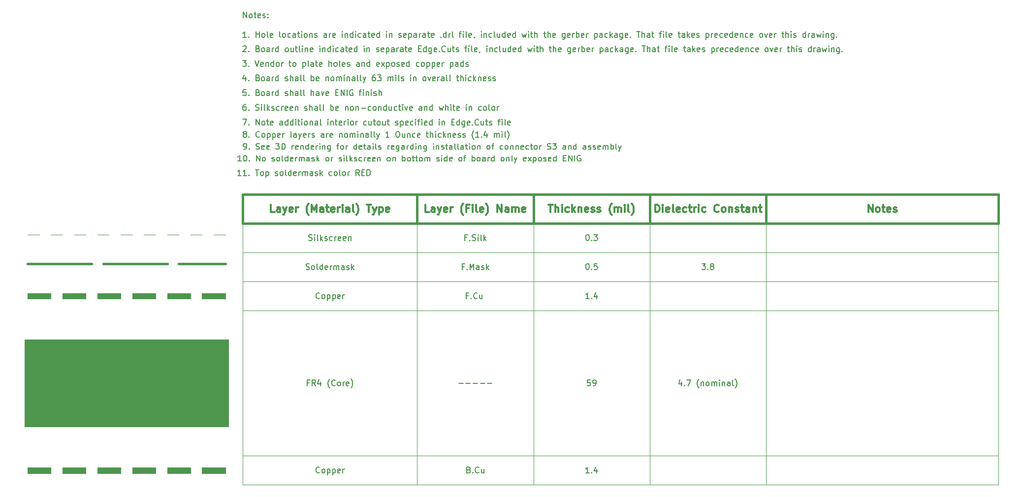
<source format=gbr>
G04 #@! TF.GenerationSoftware,KiCad,Pcbnew,6.0.4-6f826c9f35~116~ubuntu20.04.1*
G04 #@! TF.CreationDate,2022-04-29T13:31:38-04:00*
G04 #@! TF.ProjectId,LWA Cal Test 2022,4c574120-4361-46c2-9054-657374203230,1.3*
G04 #@! TF.SameCoordinates,Original*
G04 #@! TF.FileFunction,OtherDrawing,Comment*
%FSLAX46Y46*%
G04 Gerber Fmt 4.6, Leading zero omitted, Abs format (unit mm)*
G04 Created by KiCad (PCBNEW 6.0.4-6f826c9f35~116~ubuntu20.04.1) date 2022-04-29 13:31:38*
%MOMM*%
%LPD*%
G01*
G04 APERTURE LIST*
%ADD10C,0.150000*%
%ADD11C,0.300000*%
%ADD12C,0.120000*%
%ADD13C,0.400000*%
%ADD14C,0.100000*%
G04 APERTURE END LIST*
D10*
X193650038Y-69286380D02*
X193078609Y-69286380D01*
X193364323Y-69286380D02*
X193364323Y-68286380D01*
X193269085Y-68429238D01*
X193173847Y-68524476D01*
X193078609Y-68572095D01*
X194269085Y-68286380D02*
X194364323Y-68286380D01*
X194459561Y-68334000D01*
X194507180Y-68381619D01*
X194554800Y-68476857D01*
X194602419Y-68667333D01*
X194602419Y-68905428D01*
X194554800Y-69095904D01*
X194507180Y-69191142D01*
X194459561Y-69238761D01*
X194364323Y-69286380D01*
X194269085Y-69286380D01*
X194173847Y-69238761D01*
X194126228Y-69191142D01*
X194078609Y-69095904D01*
X194030990Y-68905428D01*
X194030990Y-68667333D01*
X194078609Y-68476857D01*
X194126228Y-68381619D01*
X194173847Y-68334000D01*
X194269085Y-68286380D01*
X195030990Y-69191142D02*
X195078609Y-69238761D01*
X195030990Y-69286380D01*
X194983371Y-69238761D01*
X195030990Y-69191142D01*
X195030990Y-69286380D01*
X196269085Y-69286380D02*
X196269085Y-68286380D01*
X196840514Y-69286380D01*
X196840514Y-68286380D01*
X197459561Y-69286380D02*
X197364323Y-69238761D01*
X197316704Y-69191142D01*
X197269085Y-69095904D01*
X197269085Y-68810190D01*
X197316704Y-68714952D01*
X197364323Y-68667333D01*
X197459561Y-68619714D01*
X197602419Y-68619714D01*
X197697657Y-68667333D01*
X197745276Y-68714952D01*
X197792895Y-68810190D01*
X197792895Y-69095904D01*
X197745276Y-69191142D01*
X197697657Y-69238761D01*
X197602419Y-69286380D01*
X197459561Y-69286380D01*
X198935752Y-69238761D02*
X199030990Y-69286380D01*
X199221466Y-69286380D01*
X199316704Y-69238761D01*
X199364323Y-69143523D01*
X199364323Y-69095904D01*
X199316704Y-69000666D01*
X199221466Y-68953047D01*
X199078609Y-68953047D01*
X198983371Y-68905428D01*
X198935752Y-68810190D01*
X198935752Y-68762571D01*
X198983371Y-68667333D01*
X199078609Y-68619714D01*
X199221466Y-68619714D01*
X199316704Y-68667333D01*
X199935752Y-69286380D02*
X199840514Y-69238761D01*
X199792895Y-69191142D01*
X199745276Y-69095904D01*
X199745276Y-68810190D01*
X199792895Y-68714952D01*
X199840514Y-68667333D01*
X199935752Y-68619714D01*
X200078609Y-68619714D01*
X200173847Y-68667333D01*
X200221466Y-68714952D01*
X200269085Y-68810190D01*
X200269085Y-69095904D01*
X200221466Y-69191142D01*
X200173847Y-69238761D01*
X200078609Y-69286380D01*
X199935752Y-69286380D01*
X200840514Y-69286380D02*
X200745276Y-69238761D01*
X200697657Y-69143523D01*
X200697657Y-68286380D01*
X201650038Y-69286380D02*
X201650038Y-68286380D01*
X201650038Y-69238761D02*
X201554800Y-69286380D01*
X201364323Y-69286380D01*
X201269085Y-69238761D01*
X201221466Y-69191142D01*
X201173847Y-69095904D01*
X201173847Y-68810190D01*
X201221466Y-68714952D01*
X201269085Y-68667333D01*
X201364323Y-68619714D01*
X201554800Y-68619714D01*
X201650038Y-68667333D01*
X202507180Y-69238761D02*
X202411942Y-69286380D01*
X202221466Y-69286380D01*
X202126228Y-69238761D01*
X202078609Y-69143523D01*
X202078609Y-68762571D01*
X202126228Y-68667333D01*
X202221466Y-68619714D01*
X202411942Y-68619714D01*
X202507180Y-68667333D01*
X202554800Y-68762571D01*
X202554800Y-68857809D01*
X202078609Y-68953047D01*
X202983371Y-69286380D02*
X202983371Y-68619714D01*
X202983371Y-68810190D02*
X203030990Y-68714952D01*
X203078609Y-68667333D01*
X203173847Y-68619714D01*
X203269085Y-68619714D01*
X203602419Y-69286380D02*
X203602419Y-68619714D01*
X203602419Y-68714952D02*
X203650038Y-68667333D01*
X203745276Y-68619714D01*
X203888133Y-68619714D01*
X203983371Y-68667333D01*
X204030990Y-68762571D01*
X204030990Y-69286380D01*
X204030990Y-68762571D02*
X204078609Y-68667333D01*
X204173847Y-68619714D01*
X204316704Y-68619714D01*
X204411942Y-68667333D01*
X204459561Y-68762571D01*
X204459561Y-69286380D01*
X205364323Y-69286380D02*
X205364323Y-68762571D01*
X205316704Y-68667333D01*
X205221466Y-68619714D01*
X205030990Y-68619714D01*
X204935752Y-68667333D01*
X205364323Y-69238761D02*
X205269085Y-69286380D01*
X205030990Y-69286380D01*
X204935752Y-69238761D01*
X204888133Y-69143523D01*
X204888133Y-69048285D01*
X204935752Y-68953047D01*
X205030990Y-68905428D01*
X205269085Y-68905428D01*
X205364323Y-68857809D01*
X205792895Y-69238761D02*
X205888133Y-69286380D01*
X206078609Y-69286380D01*
X206173847Y-69238761D01*
X206221466Y-69143523D01*
X206221466Y-69095904D01*
X206173847Y-69000666D01*
X206078609Y-68953047D01*
X205935752Y-68953047D01*
X205840514Y-68905428D01*
X205792895Y-68810190D01*
X205792895Y-68762571D01*
X205840514Y-68667333D01*
X205935752Y-68619714D01*
X206078609Y-68619714D01*
X206173847Y-68667333D01*
X206650038Y-69286380D02*
X206650038Y-68286380D01*
X206745276Y-68905428D02*
X207030990Y-69286380D01*
X207030990Y-68619714D02*
X206650038Y-69000666D01*
X208364323Y-69286380D02*
X208269085Y-69238761D01*
X208221466Y-69191142D01*
X208173847Y-69095904D01*
X208173847Y-68810190D01*
X208221466Y-68714952D01*
X208269085Y-68667333D01*
X208364323Y-68619714D01*
X208507180Y-68619714D01*
X208602419Y-68667333D01*
X208650038Y-68714952D01*
X208697657Y-68810190D01*
X208697657Y-69095904D01*
X208650038Y-69191142D01*
X208602419Y-69238761D01*
X208507180Y-69286380D01*
X208364323Y-69286380D01*
X209126228Y-69286380D02*
X209126228Y-68619714D01*
X209126228Y-68810190D02*
X209173847Y-68714952D01*
X209221466Y-68667333D01*
X209316704Y-68619714D01*
X209411942Y-68619714D01*
X210459561Y-69238761D02*
X210554800Y-69286380D01*
X210745276Y-69286380D01*
X210840514Y-69238761D01*
X210888133Y-69143523D01*
X210888133Y-69095904D01*
X210840514Y-69000666D01*
X210745276Y-68953047D01*
X210602419Y-68953047D01*
X210507180Y-68905428D01*
X210459561Y-68810190D01*
X210459561Y-68762571D01*
X210507180Y-68667333D01*
X210602419Y-68619714D01*
X210745276Y-68619714D01*
X210840514Y-68667333D01*
X211316704Y-69286380D02*
X211316704Y-68619714D01*
X211316704Y-68286380D02*
X211269085Y-68334000D01*
X211316704Y-68381619D01*
X211364323Y-68334000D01*
X211316704Y-68286380D01*
X211316704Y-68381619D01*
X211935752Y-69286380D02*
X211840514Y-69238761D01*
X211792895Y-69143523D01*
X211792895Y-68286380D01*
X212316704Y-69286380D02*
X212316704Y-68286380D01*
X212411942Y-68905428D02*
X212697657Y-69286380D01*
X212697657Y-68619714D02*
X212316704Y-69000666D01*
X213078609Y-69238761D02*
X213173847Y-69286380D01*
X213364323Y-69286380D01*
X213459561Y-69238761D01*
X213507180Y-69143523D01*
X213507180Y-69095904D01*
X213459561Y-69000666D01*
X213364323Y-68953047D01*
X213221466Y-68953047D01*
X213126228Y-68905428D01*
X213078609Y-68810190D01*
X213078609Y-68762571D01*
X213126228Y-68667333D01*
X213221466Y-68619714D01*
X213364323Y-68619714D01*
X213459561Y-68667333D01*
X214364323Y-69238761D02*
X214269085Y-69286380D01*
X214078609Y-69286380D01*
X213983371Y-69238761D01*
X213935752Y-69191142D01*
X213888133Y-69095904D01*
X213888133Y-68810190D01*
X213935752Y-68714952D01*
X213983371Y-68667333D01*
X214078609Y-68619714D01*
X214269085Y-68619714D01*
X214364323Y-68667333D01*
X214792895Y-69286380D02*
X214792895Y-68619714D01*
X214792895Y-68810190D02*
X214840514Y-68714952D01*
X214888133Y-68667333D01*
X214983371Y-68619714D01*
X215078609Y-68619714D01*
X215792895Y-69238761D02*
X215697657Y-69286380D01*
X215507180Y-69286380D01*
X215411942Y-69238761D01*
X215364323Y-69143523D01*
X215364323Y-68762571D01*
X215411942Y-68667333D01*
X215507180Y-68619714D01*
X215697657Y-68619714D01*
X215792895Y-68667333D01*
X215840514Y-68762571D01*
X215840514Y-68857809D01*
X215364323Y-68953047D01*
X216650038Y-69238761D02*
X216554800Y-69286380D01*
X216364323Y-69286380D01*
X216269085Y-69238761D01*
X216221466Y-69143523D01*
X216221466Y-68762571D01*
X216269085Y-68667333D01*
X216364323Y-68619714D01*
X216554800Y-68619714D01*
X216650038Y-68667333D01*
X216697657Y-68762571D01*
X216697657Y-68857809D01*
X216221466Y-68953047D01*
X217126228Y-68619714D02*
X217126228Y-69286380D01*
X217126228Y-68714952D02*
X217173847Y-68667333D01*
X217269085Y-68619714D01*
X217411942Y-68619714D01*
X217507180Y-68667333D01*
X217554800Y-68762571D01*
X217554800Y-69286380D01*
X218935752Y-69286380D02*
X218840514Y-69238761D01*
X218792895Y-69191142D01*
X218745276Y-69095904D01*
X218745276Y-68810190D01*
X218792895Y-68714952D01*
X218840514Y-68667333D01*
X218935752Y-68619714D01*
X219078609Y-68619714D01*
X219173847Y-68667333D01*
X219221466Y-68714952D01*
X219269085Y-68810190D01*
X219269085Y-69095904D01*
X219221466Y-69191142D01*
X219173847Y-69238761D01*
X219078609Y-69286380D01*
X218935752Y-69286380D01*
X219697657Y-68619714D02*
X219697657Y-69286380D01*
X219697657Y-68714952D02*
X219745276Y-68667333D01*
X219840514Y-68619714D01*
X219983371Y-68619714D01*
X220078609Y-68667333D01*
X220126228Y-68762571D01*
X220126228Y-69286380D01*
X221364323Y-69286380D02*
X221364323Y-68286380D01*
X221364323Y-68667333D02*
X221459561Y-68619714D01*
X221650038Y-68619714D01*
X221745276Y-68667333D01*
X221792895Y-68714952D01*
X221840514Y-68810190D01*
X221840514Y-69095904D01*
X221792895Y-69191142D01*
X221745276Y-69238761D01*
X221650038Y-69286380D01*
X221459561Y-69286380D01*
X221364323Y-69238761D01*
X222411942Y-69286380D02*
X222316704Y-69238761D01*
X222269085Y-69191142D01*
X222221466Y-69095904D01*
X222221466Y-68810190D01*
X222269085Y-68714952D01*
X222316704Y-68667333D01*
X222411942Y-68619714D01*
X222554800Y-68619714D01*
X222650038Y-68667333D01*
X222697657Y-68714952D01*
X222745276Y-68810190D01*
X222745276Y-69095904D01*
X222697657Y-69191142D01*
X222650038Y-69238761D01*
X222554800Y-69286380D01*
X222411942Y-69286380D01*
X223030990Y-68619714D02*
X223411942Y-68619714D01*
X223173847Y-68286380D02*
X223173847Y-69143523D01*
X223221466Y-69238761D01*
X223316704Y-69286380D01*
X223411942Y-69286380D01*
X223602419Y-68619714D02*
X223983371Y-68619714D01*
X223745276Y-68286380D02*
X223745276Y-69143523D01*
X223792895Y-69238761D01*
X223888133Y-69286380D01*
X223983371Y-69286380D01*
X224459561Y-69286380D02*
X224364323Y-69238761D01*
X224316704Y-69191142D01*
X224269085Y-69095904D01*
X224269085Y-68810190D01*
X224316704Y-68714952D01*
X224364323Y-68667333D01*
X224459561Y-68619714D01*
X224602419Y-68619714D01*
X224697657Y-68667333D01*
X224745276Y-68714952D01*
X224792895Y-68810190D01*
X224792895Y-69095904D01*
X224745276Y-69191142D01*
X224697657Y-69238761D01*
X224602419Y-69286380D01*
X224459561Y-69286380D01*
X225221466Y-69286380D02*
X225221466Y-68619714D01*
X225221466Y-68714952D02*
X225269085Y-68667333D01*
X225364323Y-68619714D01*
X225507180Y-68619714D01*
X225602419Y-68667333D01*
X225650038Y-68762571D01*
X225650038Y-69286380D01*
X225650038Y-68762571D02*
X225697657Y-68667333D01*
X225792895Y-68619714D01*
X225935752Y-68619714D01*
X226030990Y-68667333D01*
X226078609Y-68762571D01*
X226078609Y-69286380D01*
X227269085Y-69238761D02*
X227364323Y-69286380D01*
X227554800Y-69286380D01*
X227650038Y-69238761D01*
X227697657Y-69143523D01*
X227697657Y-69095904D01*
X227650038Y-69000666D01*
X227554800Y-68953047D01*
X227411942Y-68953047D01*
X227316704Y-68905428D01*
X227269085Y-68810190D01*
X227269085Y-68762571D01*
X227316704Y-68667333D01*
X227411942Y-68619714D01*
X227554800Y-68619714D01*
X227650038Y-68667333D01*
X228126228Y-69286380D02*
X228126228Y-68619714D01*
X228126228Y-68286380D02*
X228078609Y-68334000D01*
X228126228Y-68381619D01*
X228173847Y-68334000D01*
X228126228Y-68286380D01*
X228126228Y-68381619D01*
X229030990Y-69286380D02*
X229030990Y-68286380D01*
X229030990Y-69238761D02*
X228935752Y-69286380D01*
X228745276Y-69286380D01*
X228650038Y-69238761D01*
X228602419Y-69191142D01*
X228554800Y-69095904D01*
X228554800Y-68810190D01*
X228602419Y-68714952D01*
X228650038Y-68667333D01*
X228745276Y-68619714D01*
X228935752Y-68619714D01*
X229030990Y-68667333D01*
X229888133Y-69238761D02*
X229792895Y-69286380D01*
X229602419Y-69286380D01*
X229507180Y-69238761D01*
X229459561Y-69143523D01*
X229459561Y-68762571D01*
X229507180Y-68667333D01*
X229602419Y-68619714D01*
X229792895Y-68619714D01*
X229888133Y-68667333D01*
X229935752Y-68762571D01*
X229935752Y-68857809D01*
X229459561Y-68953047D01*
X231269085Y-69286380D02*
X231173847Y-69238761D01*
X231126228Y-69191142D01*
X231078609Y-69095904D01*
X231078609Y-68810190D01*
X231126228Y-68714952D01*
X231173847Y-68667333D01*
X231269085Y-68619714D01*
X231411942Y-68619714D01*
X231507180Y-68667333D01*
X231554800Y-68714952D01*
X231602419Y-68810190D01*
X231602419Y-69095904D01*
X231554800Y-69191142D01*
X231507180Y-69238761D01*
X231411942Y-69286380D01*
X231269085Y-69286380D01*
X231888133Y-68619714D02*
X232269085Y-68619714D01*
X232030990Y-69286380D02*
X232030990Y-68429238D01*
X232078609Y-68334000D01*
X232173847Y-68286380D01*
X232269085Y-68286380D01*
X233364323Y-69286380D02*
X233364323Y-68286380D01*
X233364323Y-68667333D02*
X233459561Y-68619714D01*
X233650038Y-68619714D01*
X233745276Y-68667333D01*
X233792895Y-68714952D01*
X233840514Y-68810190D01*
X233840514Y-69095904D01*
X233792895Y-69191142D01*
X233745276Y-69238761D01*
X233650038Y-69286380D01*
X233459561Y-69286380D01*
X233364323Y-69238761D01*
X234411942Y-69286380D02*
X234316704Y-69238761D01*
X234269085Y-69191142D01*
X234221466Y-69095904D01*
X234221466Y-68810190D01*
X234269085Y-68714952D01*
X234316704Y-68667333D01*
X234411942Y-68619714D01*
X234554800Y-68619714D01*
X234650038Y-68667333D01*
X234697657Y-68714952D01*
X234745276Y-68810190D01*
X234745276Y-69095904D01*
X234697657Y-69191142D01*
X234650038Y-69238761D01*
X234554800Y-69286380D01*
X234411942Y-69286380D01*
X235602419Y-69286380D02*
X235602419Y-68762571D01*
X235554800Y-68667333D01*
X235459561Y-68619714D01*
X235269085Y-68619714D01*
X235173847Y-68667333D01*
X235602419Y-69238761D02*
X235507180Y-69286380D01*
X235269085Y-69286380D01*
X235173847Y-69238761D01*
X235126228Y-69143523D01*
X235126228Y-69048285D01*
X235173847Y-68953047D01*
X235269085Y-68905428D01*
X235507180Y-68905428D01*
X235602419Y-68857809D01*
X236078609Y-69286380D02*
X236078609Y-68619714D01*
X236078609Y-68810190D02*
X236126228Y-68714952D01*
X236173847Y-68667333D01*
X236269085Y-68619714D01*
X236364323Y-68619714D01*
X237126228Y-69286380D02*
X237126228Y-68286380D01*
X237126228Y-69238761D02*
X237030990Y-69286380D01*
X236840514Y-69286380D01*
X236745276Y-69238761D01*
X236697657Y-69191142D01*
X236650038Y-69095904D01*
X236650038Y-68810190D01*
X236697657Y-68714952D01*
X236745276Y-68667333D01*
X236840514Y-68619714D01*
X237030990Y-68619714D01*
X237126228Y-68667333D01*
X238507180Y-69286380D02*
X238411942Y-69238761D01*
X238364323Y-69191142D01*
X238316704Y-69095904D01*
X238316704Y-68810190D01*
X238364323Y-68714952D01*
X238411942Y-68667333D01*
X238507180Y-68619714D01*
X238650038Y-68619714D01*
X238745276Y-68667333D01*
X238792895Y-68714952D01*
X238840514Y-68810190D01*
X238840514Y-69095904D01*
X238792895Y-69191142D01*
X238745276Y-69238761D01*
X238650038Y-69286380D01*
X238507180Y-69286380D01*
X239269085Y-68619714D02*
X239269085Y-69286380D01*
X239269085Y-68714952D02*
X239316704Y-68667333D01*
X239411942Y-68619714D01*
X239554800Y-68619714D01*
X239650038Y-68667333D01*
X239697657Y-68762571D01*
X239697657Y-69286380D01*
X240316704Y-69286380D02*
X240221466Y-69238761D01*
X240173847Y-69143523D01*
X240173847Y-68286380D01*
X240602419Y-68619714D02*
X240840514Y-69286380D01*
X241078609Y-68619714D02*
X240840514Y-69286380D01*
X240745276Y-69524476D01*
X240697657Y-69572095D01*
X240602419Y-69619714D01*
X242602419Y-69238761D02*
X242507180Y-69286380D01*
X242316704Y-69286380D01*
X242221466Y-69238761D01*
X242173847Y-69143523D01*
X242173847Y-68762571D01*
X242221466Y-68667333D01*
X242316704Y-68619714D01*
X242507180Y-68619714D01*
X242602419Y-68667333D01*
X242650038Y-68762571D01*
X242650038Y-68857809D01*
X242173847Y-68953047D01*
X242983371Y-69286380D02*
X243507180Y-68619714D01*
X242983371Y-68619714D02*
X243507180Y-69286380D01*
X243888133Y-68619714D02*
X243888133Y-69619714D01*
X243888133Y-68667333D02*
X243983371Y-68619714D01*
X244173847Y-68619714D01*
X244269085Y-68667333D01*
X244316704Y-68714952D01*
X244364323Y-68810190D01*
X244364323Y-69095904D01*
X244316704Y-69191142D01*
X244269085Y-69238761D01*
X244173847Y-69286380D01*
X243983371Y-69286380D01*
X243888133Y-69238761D01*
X244935752Y-69286380D02*
X244840514Y-69238761D01*
X244792895Y-69191142D01*
X244745276Y-69095904D01*
X244745276Y-68810190D01*
X244792895Y-68714952D01*
X244840514Y-68667333D01*
X244935752Y-68619714D01*
X245078609Y-68619714D01*
X245173847Y-68667333D01*
X245221466Y-68714952D01*
X245269085Y-68810190D01*
X245269085Y-69095904D01*
X245221466Y-69191142D01*
X245173847Y-69238761D01*
X245078609Y-69286380D01*
X244935752Y-69286380D01*
X245650038Y-69238761D02*
X245745276Y-69286380D01*
X245935752Y-69286380D01*
X246030990Y-69238761D01*
X246078609Y-69143523D01*
X246078609Y-69095904D01*
X246030990Y-69000666D01*
X245935752Y-68953047D01*
X245792895Y-68953047D01*
X245697657Y-68905428D01*
X245650038Y-68810190D01*
X245650038Y-68762571D01*
X245697657Y-68667333D01*
X245792895Y-68619714D01*
X245935752Y-68619714D01*
X246030990Y-68667333D01*
X246888133Y-69238761D02*
X246792895Y-69286380D01*
X246602419Y-69286380D01*
X246507180Y-69238761D01*
X246459561Y-69143523D01*
X246459561Y-68762571D01*
X246507180Y-68667333D01*
X246602419Y-68619714D01*
X246792895Y-68619714D01*
X246888133Y-68667333D01*
X246935752Y-68762571D01*
X246935752Y-68857809D01*
X246459561Y-68953047D01*
X247792895Y-69286380D02*
X247792895Y-68286380D01*
X247792895Y-69238761D02*
X247697657Y-69286380D01*
X247507180Y-69286380D01*
X247411942Y-69238761D01*
X247364323Y-69191142D01*
X247316704Y-69095904D01*
X247316704Y-68810190D01*
X247364323Y-68714952D01*
X247411942Y-68667333D01*
X247507180Y-68619714D01*
X247697657Y-68619714D01*
X247792895Y-68667333D01*
X249030990Y-68762571D02*
X249364323Y-68762571D01*
X249507180Y-69286380D02*
X249030990Y-69286380D01*
X249030990Y-68286380D01*
X249507180Y-68286380D01*
X249935752Y-69286380D02*
X249935752Y-68286380D01*
X250507180Y-69286380D01*
X250507180Y-68286380D01*
X250983371Y-69286380D02*
X250983371Y-68286380D01*
X251983371Y-68334000D02*
X251888133Y-68286380D01*
X251745276Y-68286380D01*
X251602419Y-68334000D01*
X251507180Y-68429238D01*
X251459561Y-68524476D01*
X251411942Y-68714952D01*
X251411942Y-68857809D01*
X251459561Y-69048285D01*
X251507180Y-69143523D01*
X251602419Y-69238761D01*
X251745276Y-69286380D01*
X251840514Y-69286380D01*
X251983371Y-69238761D01*
X252030990Y-69191142D01*
X252030990Y-68857809D01*
X251840514Y-68857809D01*
X193611266Y-71750180D02*
X193039838Y-71750180D01*
X193325552Y-71750180D02*
X193325552Y-70750180D01*
X193230314Y-70893038D01*
X193135076Y-70988276D01*
X193039838Y-71035895D01*
X194563647Y-71750180D02*
X193992219Y-71750180D01*
X194277933Y-71750180D02*
X194277933Y-70750180D01*
X194182695Y-70893038D01*
X194087457Y-70988276D01*
X193992219Y-71035895D01*
X194992219Y-71654942D02*
X195039838Y-71702561D01*
X194992219Y-71750180D01*
X194944600Y-71702561D01*
X194992219Y-71654942D01*
X194992219Y-71750180D01*
X196087457Y-70750180D02*
X196658885Y-70750180D01*
X196373171Y-71750180D02*
X196373171Y-70750180D01*
X197135076Y-71750180D02*
X197039838Y-71702561D01*
X196992219Y-71654942D01*
X196944600Y-71559704D01*
X196944600Y-71273990D01*
X196992219Y-71178752D01*
X197039838Y-71131133D01*
X197135076Y-71083514D01*
X197277933Y-71083514D01*
X197373171Y-71131133D01*
X197420790Y-71178752D01*
X197468409Y-71273990D01*
X197468409Y-71559704D01*
X197420790Y-71654942D01*
X197373171Y-71702561D01*
X197277933Y-71750180D01*
X197135076Y-71750180D01*
X197896980Y-71083514D02*
X197896980Y-72083514D01*
X197896980Y-71131133D02*
X197992219Y-71083514D01*
X198182695Y-71083514D01*
X198277933Y-71131133D01*
X198325552Y-71178752D01*
X198373171Y-71273990D01*
X198373171Y-71559704D01*
X198325552Y-71654942D01*
X198277933Y-71702561D01*
X198182695Y-71750180D01*
X197992219Y-71750180D01*
X197896980Y-71702561D01*
X199516028Y-71702561D02*
X199611266Y-71750180D01*
X199801742Y-71750180D01*
X199896980Y-71702561D01*
X199944600Y-71607323D01*
X199944600Y-71559704D01*
X199896980Y-71464466D01*
X199801742Y-71416847D01*
X199658885Y-71416847D01*
X199563647Y-71369228D01*
X199516028Y-71273990D01*
X199516028Y-71226371D01*
X199563647Y-71131133D01*
X199658885Y-71083514D01*
X199801742Y-71083514D01*
X199896980Y-71131133D01*
X200516028Y-71750180D02*
X200420790Y-71702561D01*
X200373171Y-71654942D01*
X200325552Y-71559704D01*
X200325552Y-71273990D01*
X200373171Y-71178752D01*
X200420790Y-71131133D01*
X200516028Y-71083514D01*
X200658885Y-71083514D01*
X200754123Y-71131133D01*
X200801742Y-71178752D01*
X200849361Y-71273990D01*
X200849361Y-71559704D01*
X200801742Y-71654942D01*
X200754123Y-71702561D01*
X200658885Y-71750180D01*
X200516028Y-71750180D01*
X201420790Y-71750180D02*
X201325552Y-71702561D01*
X201277933Y-71607323D01*
X201277933Y-70750180D01*
X202230314Y-71750180D02*
X202230314Y-70750180D01*
X202230314Y-71702561D02*
X202135076Y-71750180D01*
X201944600Y-71750180D01*
X201849361Y-71702561D01*
X201801742Y-71654942D01*
X201754123Y-71559704D01*
X201754123Y-71273990D01*
X201801742Y-71178752D01*
X201849361Y-71131133D01*
X201944600Y-71083514D01*
X202135076Y-71083514D01*
X202230314Y-71131133D01*
X203087457Y-71702561D02*
X202992219Y-71750180D01*
X202801742Y-71750180D01*
X202706504Y-71702561D01*
X202658885Y-71607323D01*
X202658885Y-71226371D01*
X202706504Y-71131133D01*
X202801742Y-71083514D01*
X202992219Y-71083514D01*
X203087457Y-71131133D01*
X203135076Y-71226371D01*
X203135076Y-71321609D01*
X202658885Y-71416847D01*
X203563647Y-71750180D02*
X203563647Y-71083514D01*
X203563647Y-71273990D02*
X203611266Y-71178752D01*
X203658885Y-71131133D01*
X203754123Y-71083514D01*
X203849361Y-71083514D01*
X204182695Y-71750180D02*
X204182695Y-71083514D01*
X204182695Y-71178752D02*
X204230314Y-71131133D01*
X204325552Y-71083514D01*
X204468409Y-71083514D01*
X204563647Y-71131133D01*
X204611266Y-71226371D01*
X204611266Y-71750180D01*
X204611266Y-71226371D02*
X204658885Y-71131133D01*
X204754123Y-71083514D01*
X204896980Y-71083514D01*
X204992219Y-71131133D01*
X205039838Y-71226371D01*
X205039838Y-71750180D01*
X205944600Y-71750180D02*
X205944600Y-71226371D01*
X205896980Y-71131133D01*
X205801742Y-71083514D01*
X205611266Y-71083514D01*
X205516028Y-71131133D01*
X205944600Y-71702561D02*
X205849361Y-71750180D01*
X205611266Y-71750180D01*
X205516028Y-71702561D01*
X205468409Y-71607323D01*
X205468409Y-71512085D01*
X205516028Y-71416847D01*
X205611266Y-71369228D01*
X205849361Y-71369228D01*
X205944600Y-71321609D01*
X206373171Y-71702561D02*
X206468409Y-71750180D01*
X206658885Y-71750180D01*
X206754123Y-71702561D01*
X206801742Y-71607323D01*
X206801742Y-71559704D01*
X206754123Y-71464466D01*
X206658885Y-71416847D01*
X206516028Y-71416847D01*
X206420790Y-71369228D01*
X206373171Y-71273990D01*
X206373171Y-71226371D01*
X206420790Y-71131133D01*
X206516028Y-71083514D01*
X206658885Y-71083514D01*
X206754123Y-71131133D01*
X207230314Y-71750180D02*
X207230314Y-70750180D01*
X207325552Y-71369228D02*
X207611266Y-71750180D01*
X207611266Y-71083514D02*
X207230314Y-71464466D01*
X209230314Y-71702561D02*
X209135076Y-71750180D01*
X208944600Y-71750180D01*
X208849361Y-71702561D01*
X208801742Y-71654942D01*
X208754123Y-71559704D01*
X208754123Y-71273990D01*
X208801742Y-71178752D01*
X208849361Y-71131133D01*
X208944600Y-71083514D01*
X209135076Y-71083514D01*
X209230314Y-71131133D01*
X209801742Y-71750180D02*
X209706504Y-71702561D01*
X209658885Y-71654942D01*
X209611266Y-71559704D01*
X209611266Y-71273990D01*
X209658885Y-71178752D01*
X209706504Y-71131133D01*
X209801742Y-71083514D01*
X209944600Y-71083514D01*
X210039838Y-71131133D01*
X210087457Y-71178752D01*
X210135076Y-71273990D01*
X210135076Y-71559704D01*
X210087457Y-71654942D01*
X210039838Y-71702561D01*
X209944600Y-71750180D01*
X209801742Y-71750180D01*
X210706504Y-71750180D02*
X210611266Y-71702561D01*
X210563647Y-71607323D01*
X210563647Y-70750180D01*
X211230314Y-71750180D02*
X211135076Y-71702561D01*
X211087457Y-71654942D01*
X211039838Y-71559704D01*
X211039838Y-71273990D01*
X211087457Y-71178752D01*
X211135076Y-71131133D01*
X211230314Y-71083514D01*
X211373171Y-71083514D01*
X211468409Y-71131133D01*
X211516028Y-71178752D01*
X211563647Y-71273990D01*
X211563647Y-71559704D01*
X211516028Y-71654942D01*
X211468409Y-71702561D01*
X211373171Y-71750180D01*
X211230314Y-71750180D01*
X211992219Y-71750180D02*
X211992219Y-71083514D01*
X211992219Y-71273990D02*
X212039838Y-71178752D01*
X212087457Y-71131133D01*
X212182695Y-71083514D01*
X212277933Y-71083514D01*
X213944600Y-71750180D02*
X213611266Y-71273990D01*
X213373171Y-71750180D02*
X213373171Y-70750180D01*
X213754123Y-70750180D01*
X213849361Y-70797800D01*
X213896980Y-70845419D01*
X213944600Y-70940657D01*
X213944600Y-71083514D01*
X213896980Y-71178752D01*
X213849361Y-71226371D01*
X213754123Y-71273990D01*
X213373171Y-71273990D01*
X214373171Y-71226371D02*
X214706504Y-71226371D01*
X214849361Y-71750180D02*
X214373171Y-71750180D01*
X214373171Y-70750180D01*
X214849361Y-70750180D01*
X215277933Y-71750180D02*
X215277933Y-70750180D01*
X215516028Y-70750180D01*
X215658885Y-70797800D01*
X215754123Y-70893038D01*
X215801742Y-70988276D01*
X215849361Y-71178752D01*
X215849361Y-71321609D01*
X215801742Y-71512085D01*
X215754123Y-71607323D01*
X215658885Y-71702561D01*
X215516028Y-71750180D01*
X215277933Y-71750180D01*
X194110895Y-67254380D02*
X194301371Y-67254380D01*
X194396609Y-67206761D01*
X194444228Y-67159142D01*
X194539466Y-67016285D01*
X194587085Y-66825809D01*
X194587085Y-66444857D01*
X194539466Y-66349619D01*
X194491847Y-66302000D01*
X194396609Y-66254380D01*
X194206133Y-66254380D01*
X194110895Y-66302000D01*
X194063276Y-66349619D01*
X194015657Y-66444857D01*
X194015657Y-66682952D01*
X194063276Y-66778190D01*
X194110895Y-66825809D01*
X194206133Y-66873428D01*
X194396609Y-66873428D01*
X194491847Y-66825809D01*
X194539466Y-66778190D01*
X194587085Y-66682952D01*
X195015657Y-67159142D02*
X195063276Y-67206761D01*
X195015657Y-67254380D01*
X194968038Y-67206761D01*
X195015657Y-67159142D01*
X195015657Y-67254380D01*
X196206133Y-67206761D02*
X196348990Y-67254380D01*
X196587085Y-67254380D01*
X196682323Y-67206761D01*
X196729942Y-67159142D01*
X196777561Y-67063904D01*
X196777561Y-66968666D01*
X196729942Y-66873428D01*
X196682323Y-66825809D01*
X196587085Y-66778190D01*
X196396609Y-66730571D01*
X196301371Y-66682952D01*
X196253752Y-66635333D01*
X196206133Y-66540095D01*
X196206133Y-66444857D01*
X196253752Y-66349619D01*
X196301371Y-66302000D01*
X196396609Y-66254380D01*
X196634704Y-66254380D01*
X196777561Y-66302000D01*
X197587085Y-67206761D02*
X197491847Y-67254380D01*
X197301371Y-67254380D01*
X197206133Y-67206761D01*
X197158514Y-67111523D01*
X197158514Y-66730571D01*
X197206133Y-66635333D01*
X197301371Y-66587714D01*
X197491847Y-66587714D01*
X197587085Y-66635333D01*
X197634704Y-66730571D01*
X197634704Y-66825809D01*
X197158514Y-66921047D01*
X198444228Y-67206761D02*
X198348990Y-67254380D01*
X198158514Y-67254380D01*
X198063276Y-67206761D01*
X198015657Y-67111523D01*
X198015657Y-66730571D01*
X198063276Y-66635333D01*
X198158514Y-66587714D01*
X198348990Y-66587714D01*
X198444228Y-66635333D01*
X198491847Y-66730571D01*
X198491847Y-66825809D01*
X198015657Y-66921047D01*
X199587085Y-66254380D02*
X200206133Y-66254380D01*
X199872800Y-66635333D01*
X200015657Y-66635333D01*
X200110895Y-66682952D01*
X200158514Y-66730571D01*
X200206133Y-66825809D01*
X200206133Y-67063904D01*
X200158514Y-67159142D01*
X200110895Y-67206761D01*
X200015657Y-67254380D01*
X199729942Y-67254380D01*
X199634704Y-67206761D01*
X199587085Y-67159142D01*
X200634704Y-67254380D02*
X200634704Y-66254380D01*
X200872800Y-66254380D01*
X201015657Y-66302000D01*
X201110895Y-66397238D01*
X201158514Y-66492476D01*
X201206133Y-66682952D01*
X201206133Y-66825809D01*
X201158514Y-67016285D01*
X201110895Y-67111523D01*
X201015657Y-67206761D01*
X200872800Y-67254380D01*
X200634704Y-67254380D01*
X202396609Y-67254380D02*
X202396609Y-66587714D01*
X202396609Y-66778190D02*
X202444228Y-66682952D01*
X202491847Y-66635333D01*
X202587085Y-66587714D01*
X202682323Y-66587714D01*
X203396609Y-67206761D02*
X203301371Y-67254380D01*
X203110895Y-67254380D01*
X203015657Y-67206761D01*
X202968038Y-67111523D01*
X202968038Y-66730571D01*
X203015657Y-66635333D01*
X203110895Y-66587714D01*
X203301371Y-66587714D01*
X203396609Y-66635333D01*
X203444228Y-66730571D01*
X203444228Y-66825809D01*
X202968038Y-66921047D01*
X203872800Y-66587714D02*
X203872800Y-67254380D01*
X203872800Y-66682952D02*
X203920419Y-66635333D01*
X204015657Y-66587714D01*
X204158514Y-66587714D01*
X204253752Y-66635333D01*
X204301371Y-66730571D01*
X204301371Y-67254380D01*
X205206133Y-67254380D02*
X205206133Y-66254380D01*
X205206133Y-67206761D02*
X205110895Y-67254380D01*
X204920419Y-67254380D01*
X204825180Y-67206761D01*
X204777561Y-67159142D01*
X204729942Y-67063904D01*
X204729942Y-66778190D01*
X204777561Y-66682952D01*
X204825180Y-66635333D01*
X204920419Y-66587714D01*
X205110895Y-66587714D01*
X205206133Y-66635333D01*
X206063276Y-67206761D02*
X205968038Y-67254380D01*
X205777561Y-67254380D01*
X205682323Y-67206761D01*
X205634704Y-67111523D01*
X205634704Y-66730571D01*
X205682323Y-66635333D01*
X205777561Y-66587714D01*
X205968038Y-66587714D01*
X206063276Y-66635333D01*
X206110895Y-66730571D01*
X206110895Y-66825809D01*
X205634704Y-66921047D01*
X206539466Y-67254380D02*
X206539466Y-66587714D01*
X206539466Y-66778190D02*
X206587085Y-66682952D01*
X206634704Y-66635333D01*
X206729942Y-66587714D01*
X206825180Y-66587714D01*
X207158514Y-67254380D02*
X207158514Y-66587714D01*
X207158514Y-66254380D02*
X207110895Y-66302000D01*
X207158514Y-66349619D01*
X207206133Y-66302000D01*
X207158514Y-66254380D01*
X207158514Y-66349619D01*
X207634704Y-66587714D02*
X207634704Y-67254380D01*
X207634704Y-66682952D02*
X207682323Y-66635333D01*
X207777561Y-66587714D01*
X207920419Y-66587714D01*
X208015657Y-66635333D01*
X208063276Y-66730571D01*
X208063276Y-67254380D01*
X208968038Y-66587714D02*
X208968038Y-67397238D01*
X208920419Y-67492476D01*
X208872800Y-67540095D01*
X208777561Y-67587714D01*
X208634704Y-67587714D01*
X208539466Y-67540095D01*
X208968038Y-67206761D02*
X208872800Y-67254380D01*
X208682323Y-67254380D01*
X208587085Y-67206761D01*
X208539466Y-67159142D01*
X208491847Y-67063904D01*
X208491847Y-66778190D01*
X208539466Y-66682952D01*
X208587085Y-66635333D01*
X208682323Y-66587714D01*
X208872800Y-66587714D01*
X208968038Y-66635333D01*
X210063276Y-66587714D02*
X210444228Y-66587714D01*
X210206133Y-67254380D02*
X210206133Y-66397238D01*
X210253752Y-66302000D01*
X210348990Y-66254380D01*
X210444228Y-66254380D01*
X210920419Y-67254380D02*
X210825180Y-67206761D01*
X210777561Y-67159142D01*
X210729942Y-67063904D01*
X210729942Y-66778190D01*
X210777561Y-66682952D01*
X210825180Y-66635333D01*
X210920419Y-66587714D01*
X211063276Y-66587714D01*
X211158514Y-66635333D01*
X211206133Y-66682952D01*
X211253752Y-66778190D01*
X211253752Y-67063904D01*
X211206133Y-67159142D01*
X211158514Y-67206761D01*
X211063276Y-67254380D01*
X210920419Y-67254380D01*
X211682323Y-67254380D02*
X211682323Y-66587714D01*
X211682323Y-66778190D02*
X211729942Y-66682952D01*
X211777561Y-66635333D01*
X211872800Y-66587714D01*
X211968038Y-66587714D01*
X213491847Y-67254380D02*
X213491847Y-66254380D01*
X213491847Y-67206761D02*
X213396609Y-67254380D01*
X213206133Y-67254380D01*
X213110895Y-67206761D01*
X213063276Y-67159142D01*
X213015657Y-67063904D01*
X213015657Y-66778190D01*
X213063276Y-66682952D01*
X213110895Y-66635333D01*
X213206133Y-66587714D01*
X213396609Y-66587714D01*
X213491847Y-66635333D01*
X214348990Y-67206761D02*
X214253752Y-67254380D01*
X214063276Y-67254380D01*
X213968038Y-67206761D01*
X213920419Y-67111523D01*
X213920419Y-66730571D01*
X213968038Y-66635333D01*
X214063276Y-66587714D01*
X214253752Y-66587714D01*
X214348990Y-66635333D01*
X214396609Y-66730571D01*
X214396609Y-66825809D01*
X213920419Y-66921047D01*
X214682323Y-66587714D02*
X215063276Y-66587714D01*
X214825180Y-66254380D02*
X214825180Y-67111523D01*
X214872800Y-67206761D01*
X214968038Y-67254380D01*
X215063276Y-67254380D01*
X215825180Y-67254380D02*
X215825180Y-66730571D01*
X215777561Y-66635333D01*
X215682323Y-66587714D01*
X215491847Y-66587714D01*
X215396609Y-66635333D01*
X215825180Y-67206761D02*
X215729942Y-67254380D01*
X215491847Y-67254380D01*
X215396609Y-67206761D01*
X215348990Y-67111523D01*
X215348990Y-67016285D01*
X215396609Y-66921047D01*
X215491847Y-66873428D01*
X215729942Y-66873428D01*
X215825180Y-66825809D01*
X216301371Y-67254380D02*
X216301371Y-66587714D01*
X216301371Y-66254380D02*
X216253752Y-66302000D01*
X216301371Y-66349619D01*
X216348990Y-66302000D01*
X216301371Y-66254380D01*
X216301371Y-66349619D01*
X216920419Y-67254380D02*
X216825180Y-67206761D01*
X216777561Y-67111523D01*
X216777561Y-66254380D01*
X217253752Y-67206761D02*
X217348990Y-67254380D01*
X217539466Y-67254380D01*
X217634704Y-67206761D01*
X217682323Y-67111523D01*
X217682323Y-67063904D01*
X217634704Y-66968666D01*
X217539466Y-66921047D01*
X217396609Y-66921047D01*
X217301371Y-66873428D01*
X217253752Y-66778190D01*
X217253752Y-66730571D01*
X217301371Y-66635333D01*
X217396609Y-66587714D01*
X217539466Y-66587714D01*
X217634704Y-66635333D01*
X218872800Y-67254380D02*
X218872800Y-66587714D01*
X218872800Y-66778190D02*
X218920419Y-66682952D01*
X218968038Y-66635333D01*
X219063276Y-66587714D01*
X219158514Y-66587714D01*
X219872800Y-67206761D02*
X219777561Y-67254380D01*
X219587085Y-67254380D01*
X219491847Y-67206761D01*
X219444228Y-67111523D01*
X219444228Y-66730571D01*
X219491847Y-66635333D01*
X219587085Y-66587714D01*
X219777561Y-66587714D01*
X219872800Y-66635333D01*
X219920419Y-66730571D01*
X219920419Y-66825809D01*
X219444228Y-66921047D01*
X220777561Y-66587714D02*
X220777561Y-67397238D01*
X220729942Y-67492476D01*
X220682323Y-67540095D01*
X220587085Y-67587714D01*
X220444228Y-67587714D01*
X220348990Y-67540095D01*
X220777561Y-67206761D02*
X220682323Y-67254380D01*
X220491847Y-67254380D01*
X220396609Y-67206761D01*
X220348990Y-67159142D01*
X220301371Y-67063904D01*
X220301371Y-66778190D01*
X220348990Y-66682952D01*
X220396609Y-66635333D01*
X220491847Y-66587714D01*
X220682323Y-66587714D01*
X220777561Y-66635333D01*
X221682323Y-67254380D02*
X221682323Y-66730571D01*
X221634704Y-66635333D01*
X221539466Y-66587714D01*
X221348990Y-66587714D01*
X221253752Y-66635333D01*
X221682323Y-67206761D02*
X221587085Y-67254380D01*
X221348990Y-67254380D01*
X221253752Y-67206761D01*
X221206133Y-67111523D01*
X221206133Y-67016285D01*
X221253752Y-66921047D01*
X221348990Y-66873428D01*
X221587085Y-66873428D01*
X221682323Y-66825809D01*
X222158514Y-67254380D02*
X222158514Y-66587714D01*
X222158514Y-66778190D02*
X222206133Y-66682952D01*
X222253752Y-66635333D01*
X222348990Y-66587714D01*
X222444228Y-66587714D01*
X223206133Y-67254380D02*
X223206133Y-66254380D01*
X223206133Y-67206761D02*
X223110895Y-67254380D01*
X222920419Y-67254380D01*
X222825180Y-67206761D01*
X222777561Y-67159142D01*
X222729942Y-67063904D01*
X222729942Y-66778190D01*
X222777561Y-66682952D01*
X222825180Y-66635333D01*
X222920419Y-66587714D01*
X223110895Y-66587714D01*
X223206133Y-66635333D01*
X223682323Y-67254380D02*
X223682323Y-66587714D01*
X223682323Y-66254380D02*
X223634704Y-66302000D01*
X223682323Y-66349619D01*
X223729942Y-66302000D01*
X223682323Y-66254380D01*
X223682323Y-66349619D01*
X224158514Y-66587714D02*
X224158514Y-67254380D01*
X224158514Y-66682952D02*
X224206133Y-66635333D01*
X224301371Y-66587714D01*
X224444228Y-66587714D01*
X224539466Y-66635333D01*
X224587085Y-66730571D01*
X224587085Y-67254380D01*
X225491847Y-66587714D02*
X225491847Y-67397238D01*
X225444228Y-67492476D01*
X225396609Y-67540095D01*
X225301371Y-67587714D01*
X225158514Y-67587714D01*
X225063276Y-67540095D01*
X225491847Y-67206761D02*
X225396609Y-67254380D01*
X225206133Y-67254380D01*
X225110895Y-67206761D01*
X225063276Y-67159142D01*
X225015657Y-67063904D01*
X225015657Y-66778190D01*
X225063276Y-66682952D01*
X225110895Y-66635333D01*
X225206133Y-66587714D01*
X225396609Y-66587714D01*
X225491847Y-66635333D01*
X226729942Y-67254380D02*
X226729942Y-66587714D01*
X226729942Y-66254380D02*
X226682323Y-66302000D01*
X226729942Y-66349619D01*
X226777561Y-66302000D01*
X226729942Y-66254380D01*
X226729942Y-66349619D01*
X227206133Y-66587714D02*
X227206133Y-67254380D01*
X227206133Y-66682952D02*
X227253752Y-66635333D01*
X227348990Y-66587714D01*
X227491847Y-66587714D01*
X227587085Y-66635333D01*
X227634704Y-66730571D01*
X227634704Y-67254380D01*
X228063276Y-67206761D02*
X228158514Y-67254380D01*
X228348990Y-67254380D01*
X228444228Y-67206761D01*
X228491847Y-67111523D01*
X228491847Y-67063904D01*
X228444228Y-66968666D01*
X228348990Y-66921047D01*
X228206133Y-66921047D01*
X228110895Y-66873428D01*
X228063276Y-66778190D01*
X228063276Y-66730571D01*
X228110895Y-66635333D01*
X228206133Y-66587714D01*
X228348990Y-66587714D01*
X228444228Y-66635333D01*
X228777561Y-66587714D02*
X229158514Y-66587714D01*
X228920419Y-66254380D02*
X228920419Y-67111523D01*
X228968038Y-67206761D01*
X229063276Y-67254380D01*
X229158514Y-67254380D01*
X229920419Y-67254380D02*
X229920419Y-66730571D01*
X229872800Y-66635333D01*
X229777561Y-66587714D01*
X229587085Y-66587714D01*
X229491847Y-66635333D01*
X229920419Y-67206761D02*
X229825180Y-67254380D01*
X229587085Y-67254380D01*
X229491847Y-67206761D01*
X229444228Y-67111523D01*
X229444228Y-67016285D01*
X229491847Y-66921047D01*
X229587085Y-66873428D01*
X229825180Y-66873428D01*
X229920419Y-66825809D01*
X230539466Y-67254380D02*
X230444228Y-67206761D01*
X230396609Y-67111523D01*
X230396609Y-66254380D01*
X231063276Y-67254380D02*
X230968038Y-67206761D01*
X230920419Y-67111523D01*
X230920419Y-66254380D01*
X231872800Y-67254380D02*
X231872800Y-66730571D01*
X231825180Y-66635333D01*
X231729942Y-66587714D01*
X231539466Y-66587714D01*
X231444228Y-66635333D01*
X231872800Y-67206761D02*
X231777561Y-67254380D01*
X231539466Y-67254380D01*
X231444228Y-67206761D01*
X231396609Y-67111523D01*
X231396609Y-67016285D01*
X231444228Y-66921047D01*
X231539466Y-66873428D01*
X231777561Y-66873428D01*
X231872800Y-66825809D01*
X232206133Y-66587714D02*
X232587085Y-66587714D01*
X232348990Y-66254380D02*
X232348990Y-67111523D01*
X232396609Y-67206761D01*
X232491847Y-67254380D01*
X232587085Y-67254380D01*
X232920419Y-67254380D02*
X232920419Y-66587714D01*
X232920419Y-66254380D02*
X232872800Y-66302000D01*
X232920419Y-66349619D01*
X232968038Y-66302000D01*
X232920419Y-66254380D01*
X232920419Y-66349619D01*
X233539466Y-67254380D02*
X233444228Y-67206761D01*
X233396609Y-67159142D01*
X233348990Y-67063904D01*
X233348990Y-66778190D01*
X233396609Y-66682952D01*
X233444228Y-66635333D01*
X233539466Y-66587714D01*
X233682323Y-66587714D01*
X233777561Y-66635333D01*
X233825180Y-66682952D01*
X233872800Y-66778190D01*
X233872800Y-67063904D01*
X233825180Y-67159142D01*
X233777561Y-67206761D01*
X233682323Y-67254380D01*
X233539466Y-67254380D01*
X234301371Y-66587714D02*
X234301371Y-67254380D01*
X234301371Y-66682952D02*
X234348990Y-66635333D01*
X234444228Y-66587714D01*
X234587085Y-66587714D01*
X234682323Y-66635333D01*
X234729942Y-66730571D01*
X234729942Y-67254380D01*
X236110895Y-67254380D02*
X236015657Y-67206761D01*
X235968038Y-67159142D01*
X235920419Y-67063904D01*
X235920419Y-66778190D01*
X235968038Y-66682952D01*
X236015657Y-66635333D01*
X236110895Y-66587714D01*
X236253752Y-66587714D01*
X236348990Y-66635333D01*
X236396609Y-66682952D01*
X236444228Y-66778190D01*
X236444228Y-67063904D01*
X236396609Y-67159142D01*
X236348990Y-67206761D01*
X236253752Y-67254380D01*
X236110895Y-67254380D01*
X236729942Y-66587714D02*
X237110895Y-66587714D01*
X236872800Y-67254380D02*
X236872800Y-66397238D01*
X236920419Y-66302000D01*
X237015657Y-66254380D01*
X237110895Y-66254380D01*
X238634704Y-67206761D02*
X238539466Y-67254380D01*
X238348990Y-67254380D01*
X238253752Y-67206761D01*
X238206133Y-67159142D01*
X238158514Y-67063904D01*
X238158514Y-66778190D01*
X238206133Y-66682952D01*
X238253752Y-66635333D01*
X238348990Y-66587714D01*
X238539466Y-66587714D01*
X238634704Y-66635333D01*
X239206133Y-67254380D02*
X239110895Y-67206761D01*
X239063276Y-67159142D01*
X239015657Y-67063904D01*
X239015657Y-66778190D01*
X239063276Y-66682952D01*
X239110895Y-66635333D01*
X239206133Y-66587714D01*
X239348990Y-66587714D01*
X239444228Y-66635333D01*
X239491847Y-66682952D01*
X239539466Y-66778190D01*
X239539466Y-67063904D01*
X239491847Y-67159142D01*
X239444228Y-67206761D01*
X239348990Y-67254380D01*
X239206133Y-67254380D01*
X239968038Y-66587714D02*
X239968038Y-67254380D01*
X239968038Y-66682952D02*
X240015657Y-66635333D01*
X240110895Y-66587714D01*
X240253752Y-66587714D01*
X240348990Y-66635333D01*
X240396609Y-66730571D01*
X240396609Y-67254380D01*
X240872800Y-66587714D02*
X240872800Y-67254380D01*
X240872800Y-66682952D02*
X240920419Y-66635333D01*
X241015657Y-66587714D01*
X241158514Y-66587714D01*
X241253752Y-66635333D01*
X241301371Y-66730571D01*
X241301371Y-67254380D01*
X242158514Y-67206761D02*
X242063276Y-67254380D01*
X241872800Y-67254380D01*
X241777561Y-67206761D01*
X241729942Y-67111523D01*
X241729942Y-66730571D01*
X241777561Y-66635333D01*
X241872800Y-66587714D01*
X242063276Y-66587714D01*
X242158514Y-66635333D01*
X242206133Y-66730571D01*
X242206133Y-66825809D01*
X241729942Y-66921047D01*
X243063276Y-67206761D02*
X242968038Y-67254380D01*
X242777561Y-67254380D01*
X242682323Y-67206761D01*
X242634704Y-67159142D01*
X242587085Y-67063904D01*
X242587085Y-66778190D01*
X242634704Y-66682952D01*
X242682323Y-66635333D01*
X242777561Y-66587714D01*
X242968038Y-66587714D01*
X243063276Y-66635333D01*
X243348990Y-66587714D02*
X243729942Y-66587714D01*
X243491847Y-66254380D02*
X243491847Y-67111523D01*
X243539466Y-67206761D01*
X243634704Y-67254380D01*
X243729942Y-67254380D01*
X244206133Y-67254380D02*
X244110895Y-67206761D01*
X244063276Y-67159142D01*
X244015657Y-67063904D01*
X244015657Y-66778190D01*
X244063276Y-66682952D01*
X244110895Y-66635333D01*
X244206133Y-66587714D01*
X244348990Y-66587714D01*
X244444228Y-66635333D01*
X244491847Y-66682952D01*
X244539466Y-66778190D01*
X244539466Y-67063904D01*
X244491847Y-67159142D01*
X244444228Y-67206761D01*
X244348990Y-67254380D01*
X244206133Y-67254380D01*
X244968038Y-67254380D02*
X244968038Y-66587714D01*
X244968038Y-66778190D02*
X245015657Y-66682952D01*
X245063276Y-66635333D01*
X245158514Y-66587714D01*
X245253752Y-66587714D01*
X246301371Y-67206761D02*
X246444228Y-67254380D01*
X246682323Y-67254380D01*
X246777561Y-67206761D01*
X246825180Y-67159142D01*
X246872800Y-67063904D01*
X246872800Y-66968666D01*
X246825180Y-66873428D01*
X246777561Y-66825809D01*
X246682323Y-66778190D01*
X246491847Y-66730571D01*
X246396609Y-66682952D01*
X246348990Y-66635333D01*
X246301371Y-66540095D01*
X246301371Y-66444857D01*
X246348990Y-66349619D01*
X246396609Y-66302000D01*
X246491847Y-66254380D01*
X246729942Y-66254380D01*
X246872800Y-66302000D01*
X247206133Y-66254380D02*
X247825180Y-66254380D01*
X247491847Y-66635333D01*
X247634704Y-66635333D01*
X247729942Y-66682952D01*
X247777561Y-66730571D01*
X247825180Y-66825809D01*
X247825180Y-67063904D01*
X247777561Y-67159142D01*
X247729942Y-67206761D01*
X247634704Y-67254380D01*
X247348990Y-67254380D01*
X247253752Y-67206761D01*
X247206133Y-67159142D01*
X249444228Y-67254380D02*
X249444228Y-66730571D01*
X249396609Y-66635333D01*
X249301371Y-66587714D01*
X249110895Y-66587714D01*
X249015657Y-66635333D01*
X249444228Y-67206761D02*
X249348990Y-67254380D01*
X249110895Y-67254380D01*
X249015657Y-67206761D01*
X248968038Y-67111523D01*
X248968038Y-67016285D01*
X249015657Y-66921047D01*
X249110895Y-66873428D01*
X249348990Y-66873428D01*
X249444228Y-66825809D01*
X249920419Y-66587714D02*
X249920419Y-67254380D01*
X249920419Y-66682952D02*
X249968038Y-66635333D01*
X250063276Y-66587714D01*
X250206133Y-66587714D01*
X250301371Y-66635333D01*
X250348990Y-66730571D01*
X250348990Y-67254380D01*
X251253752Y-67254380D02*
X251253752Y-66254380D01*
X251253752Y-67206761D02*
X251158514Y-67254380D01*
X250968038Y-67254380D01*
X250872800Y-67206761D01*
X250825180Y-67159142D01*
X250777561Y-67063904D01*
X250777561Y-66778190D01*
X250825180Y-66682952D01*
X250872800Y-66635333D01*
X250968038Y-66587714D01*
X251158514Y-66587714D01*
X251253752Y-66635333D01*
X252920419Y-67254380D02*
X252920419Y-66730571D01*
X252872800Y-66635333D01*
X252777561Y-66587714D01*
X252587085Y-66587714D01*
X252491847Y-66635333D01*
X252920419Y-67206761D02*
X252825180Y-67254380D01*
X252587085Y-67254380D01*
X252491847Y-67206761D01*
X252444228Y-67111523D01*
X252444228Y-67016285D01*
X252491847Y-66921047D01*
X252587085Y-66873428D01*
X252825180Y-66873428D01*
X252920419Y-66825809D01*
X253348990Y-67206761D02*
X253444228Y-67254380D01*
X253634704Y-67254380D01*
X253729942Y-67206761D01*
X253777561Y-67111523D01*
X253777561Y-67063904D01*
X253729942Y-66968666D01*
X253634704Y-66921047D01*
X253491847Y-66921047D01*
X253396609Y-66873428D01*
X253348990Y-66778190D01*
X253348990Y-66730571D01*
X253396609Y-66635333D01*
X253491847Y-66587714D01*
X253634704Y-66587714D01*
X253729942Y-66635333D01*
X254158514Y-67206761D02*
X254253752Y-67254380D01*
X254444228Y-67254380D01*
X254539466Y-67206761D01*
X254587085Y-67111523D01*
X254587085Y-67063904D01*
X254539466Y-66968666D01*
X254444228Y-66921047D01*
X254301371Y-66921047D01*
X254206133Y-66873428D01*
X254158514Y-66778190D01*
X254158514Y-66730571D01*
X254206133Y-66635333D01*
X254301371Y-66587714D01*
X254444228Y-66587714D01*
X254539466Y-66635333D01*
X255396609Y-67206761D02*
X255301371Y-67254380D01*
X255110895Y-67254380D01*
X255015657Y-67206761D01*
X254968038Y-67111523D01*
X254968038Y-66730571D01*
X255015657Y-66635333D01*
X255110895Y-66587714D01*
X255301371Y-66587714D01*
X255396609Y-66635333D01*
X255444228Y-66730571D01*
X255444228Y-66825809D01*
X254968038Y-66921047D01*
X255872799Y-67254380D02*
X255872799Y-66587714D01*
X255872799Y-66682952D02*
X255920419Y-66635333D01*
X256015657Y-66587714D01*
X256158514Y-66587714D01*
X256253752Y-66635333D01*
X256301371Y-66730571D01*
X256301371Y-67254380D01*
X256301371Y-66730571D02*
X256348990Y-66635333D01*
X256444228Y-66587714D01*
X256587085Y-66587714D01*
X256682323Y-66635333D01*
X256729942Y-66730571D01*
X256729942Y-67254380D01*
X257206133Y-67254380D02*
X257206133Y-66254380D01*
X257206133Y-66635333D02*
X257301371Y-66587714D01*
X257491847Y-66587714D01*
X257587085Y-66635333D01*
X257634704Y-66682952D01*
X257682323Y-66778190D01*
X257682323Y-67063904D01*
X257634704Y-67159142D01*
X257587085Y-67206761D01*
X257491847Y-67254380D01*
X257301371Y-67254380D01*
X257206133Y-67206761D01*
X258253752Y-67254380D02*
X258158514Y-67206761D01*
X258110895Y-67111523D01*
X258110895Y-66254380D01*
X258539466Y-66587714D02*
X258777561Y-67254380D01*
X259015657Y-66587714D02*
X258777561Y-67254380D01*
X258682323Y-67492476D01*
X258634704Y-67540095D01*
X258539466Y-67587714D01*
G04 #@! TO.C,G1*
X269355980Y-107266514D02*
X269355980Y-107933180D01*
X269117885Y-106885561D02*
X268879790Y-107599847D01*
X269498838Y-107599847D01*
X269879790Y-107837942D02*
X269927409Y-107885561D01*
X269879790Y-107933180D01*
X269832171Y-107885561D01*
X269879790Y-107837942D01*
X269879790Y-107933180D01*
X270260742Y-106933180D02*
X270927409Y-106933180D01*
X270498838Y-107933180D01*
X272355980Y-108314133D02*
X272308361Y-108266514D01*
X272213123Y-108123657D01*
X272165504Y-108028419D01*
X272117885Y-107885561D01*
X272070266Y-107647466D01*
X272070266Y-107456990D01*
X272117885Y-107218895D01*
X272165504Y-107076038D01*
X272213123Y-106980800D01*
X272308361Y-106837942D01*
X272355980Y-106790323D01*
X272736933Y-107266514D02*
X272736933Y-107933180D01*
X272736933Y-107361752D02*
X272784552Y-107314133D01*
X272879790Y-107266514D01*
X273022647Y-107266514D01*
X273117885Y-107314133D01*
X273165504Y-107409371D01*
X273165504Y-107933180D01*
X273784552Y-107933180D02*
X273689314Y-107885561D01*
X273641695Y-107837942D01*
X273594076Y-107742704D01*
X273594076Y-107456990D01*
X273641695Y-107361752D01*
X273689314Y-107314133D01*
X273784552Y-107266514D01*
X273927409Y-107266514D01*
X274022647Y-107314133D01*
X274070266Y-107361752D01*
X274117885Y-107456990D01*
X274117885Y-107742704D01*
X274070266Y-107837942D01*
X274022647Y-107885561D01*
X273927409Y-107933180D01*
X273784552Y-107933180D01*
X274546457Y-107933180D02*
X274546457Y-107266514D01*
X274546457Y-107361752D02*
X274594076Y-107314133D01*
X274689314Y-107266514D01*
X274832171Y-107266514D01*
X274927409Y-107314133D01*
X274975028Y-107409371D01*
X274975028Y-107933180D01*
X274975028Y-107409371D02*
X275022647Y-107314133D01*
X275117885Y-107266514D01*
X275260742Y-107266514D01*
X275355980Y-107314133D01*
X275403600Y-107409371D01*
X275403600Y-107933180D01*
X275879790Y-107933180D02*
X275879790Y-107266514D01*
X275879790Y-106933180D02*
X275832171Y-106980800D01*
X275879790Y-107028419D01*
X275927409Y-106980800D01*
X275879790Y-106933180D01*
X275879790Y-107028419D01*
X276355980Y-107266514D02*
X276355980Y-107933180D01*
X276355980Y-107361752D02*
X276403600Y-107314133D01*
X276498838Y-107266514D01*
X276641695Y-107266514D01*
X276736933Y-107314133D01*
X276784552Y-107409371D01*
X276784552Y-107933180D01*
X277689314Y-107933180D02*
X277689314Y-107409371D01*
X277641695Y-107314133D01*
X277546457Y-107266514D01*
X277355980Y-107266514D01*
X277260742Y-107314133D01*
X277689314Y-107885561D02*
X277594076Y-107933180D01*
X277355980Y-107933180D01*
X277260742Y-107885561D01*
X277213123Y-107790323D01*
X277213123Y-107695085D01*
X277260742Y-107599847D01*
X277355980Y-107552228D01*
X277594076Y-107552228D01*
X277689314Y-107504609D01*
X278308361Y-107933180D02*
X278213123Y-107885561D01*
X278165504Y-107790323D01*
X278165504Y-106933180D01*
X278594076Y-108314133D02*
X278641695Y-108266514D01*
X278736933Y-108123657D01*
X278784552Y-108028419D01*
X278832171Y-107885561D01*
X278879790Y-107647466D01*
X278879790Y-107456990D01*
X278832171Y-107218895D01*
X278784552Y-107076038D01*
X278736933Y-106980800D01*
X278641695Y-106837942D01*
X278594076Y-106790323D01*
X232655980Y-92414371D02*
X232322647Y-92414371D01*
X232322647Y-92938180D02*
X232322647Y-91938180D01*
X232798838Y-91938180D01*
X233179790Y-92842942D02*
X233227409Y-92890561D01*
X233179790Y-92938180D01*
X233132171Y-92890561D01*
X233179790Y-92842942D01*
X233179790Y-92938180D01*
X234227409Y-92842942D02*
X234179790Y-92890561D01*
X234036933Y-92938180D01*
X233941695Y-92938180D01*
X233798838Y-92890561D01*
X233703600Y-92795323D01*
X233655980Y-92700085D01*
X233608361Y-92509609D01*
X233608361Y-92366752D01*
X233655980Y-92176276D01*
X233703600Y-92081038D01*
X233798838Y-91985800D01*
X233941695Y-91938180D01*
X234036933Y-91938180D01*
X234179790Y-91985800D01*
X234227409Y-92033419D01*
X235084552Y-92271514D02*
X235084552Y-92938180D01*
X234655980Y-92271514D02*
X234655980Y-92795323D01*
X234703600Y-92890561D01*
X234798838Y-92938180D01*
X234941695Y-92938180D01*
X235036933Y-92890561D01*
X235084552Y-92842942D01*
X205260742Y-82890561D02*
X205403600Y-82938180D01*
X205641695Y-82938180D01*
X205736933Y-82890561D01*
X205784552Y-82842942D01*
X205832171Y-82747704D01*
X205832171Y-82652466D01*
X205784552Y-82557228D01*
X205736933Y-82509609D01*
X205641695Y-82461990D01*
X205451219Y-82414371D01*
X205355980Y-82366752D01*
X205308361Y-82319133D01*
X205260742Y-82223895D01*
X205260742Y-82128657D01*
X205308361Y-82033419D01*
X205355980Y-81985800D01*
X205451219Y-81938180D01*
X205689314Y-81938180D01*
X205832171Y-81985800D01*
X206260742Y-82938180D02*
X206260742Y-82271514D01*
X206260742Y-81938180D02*
X206213123Y-81985800D01*
X206260742Y-82033419D01*
X206308361Y-81985800D01*
X206260742Y-81938180D01*
X206260742Y-82033419D01*
X206879790Y-82938180D02*
X206784552Y-82890561D01*
X206736933Y-82795323D01*
X206736933Y-81938180D01*
X207260742Y-82938180D02*
X207260742Y-81938180D01*
X207355980Y-82557228D02*
X207641695Y-82938180D01*
X207641695Y-82271514D02*
X207260742Y-82652466D01*
X208022647Y-82890561D02*
X208117885Y-82938180D01*
X208308361Y-82938180D01*
X208403600Y-82890561D01*
X208451219Y-82795323D01*
X208451219Y-82747704D01*
X208403600Y-82652466D01*
X208308361Y-82604847D01*
X208165504Y-82604847D01*
X208070266Y-82557228D01*
X208022647Y-82461990D01*
X208022647Y-82414371D01*
X208070266Y-82319133D01*
X208165504Y-82271514D01*
X208308361Y-82271514D01*
X208403600Y-82319133D01*
X209308361Y-82890561D02*
X209213123Y-82938180D01*
X209022647Y-82938180D01*
X208927409Y-82890561D01*
X208879790Y-82842942D01*
X208832171Y-82747704D01*
X208832171Y-82461990D01*
X208879790Y-82366752D01*
X208927409Y-82319133D01*
X209022647Y-82271514D01*
X209213123Y-82271514D01*
X209308361Y-82319133D01*
X209736933Y-82938180D02*
X209736933Y-82271514D01*
X209736933Y-82461990D02*
X209784552Y-82366752D01*
X209832171Y-82319133D01*
X209927409Y-82271514D01*
X210022647Y-82271514D01*
X210736933Y-82890561D02*
X210641695Y-82938180D01*
X210451219Y-82938180D01*
X210355980Y-82890561D01*
X210308361Y-82795323D01*
X210308361Y-82414371D01*
X210355980Y-82319133D01*
X210451219Y-82271514D01*
X210641695Y-82271514D01*
X210736933Y-82319133D01*
X210784552Y-82414371D01*
X210784552Y-82509609D01*
X210308361Y-82604847D01*
X211594076Y-82890561D02*
X211498838Y-82938180D01*
X211308361Y-82938180D01*
X211213123Y-82890561D01*
X211165504Y-82795323D01*
X211165504Y-82414371D01*
X211213123Y-82319133D01*
X211308361Y-82271514D01*
X211498838Y-82271514D01*
X211594076Y-82319133D01*
X211641695Y-82414371D01*
X211641695Y-82509609D01*
X211165504Y-82604847D01*
X212070266Y-82271514D02*
X212070266Y-82938180D01*
X212070266Y-82366752D02*
X212117885Y-82319133D01*
X212213123Y-82271514D01*
X212355980Y-82271514D01*
X212451219Y-82319133D01*
X212498838Y-82414371D01*
X212498838Y-82938180D01*
X253141695Y-86938180D02*
X253236933Y-86938180D01*
X253332171Y-86985800D01*
X253379790Y-87033419D01*
X253427409Y-87128657D01*
X253475028Y-87319133D01*
X253475028Y-87557228D01*
X253427409Y-87747704D01*
X253379790Y-87842942D01*
X253332171Y-87890561D01*
X253236933Y-87938180D01*
X253141695Y-87938180D01*
X253046457Y-87890561D01*
X252998838Y-87842942D01*
X252951219Y-87747704D01*
X252903600Y-87557228D01*
X252903600Y-87319133D01*
X252951219Y-87128657D01*
X252998838Y-87033419D01*
X253046457Y-86985800D01*
X253141695Y-86938180D01*
X253903600Y-87842942D02*
X253951219Y-87890561D01*
X253903600Y-87938180D01*
X253855980Y-87890561D01*
X253903600Y-87842942D01*
X253903600Y-87938180D01*
X254855980Y-86938180D02*
X254379790Y-86938180D01*
X254332171Y-87414371D01*
X254379790Y-87366752D01*
X254475028Y-87319133D01*
X254713123Y-87319133D01*
X254808361Y-87366752D01*
X254855980Y-87414371D01*
X254903600Y-87509609D01*
X254903600Y-87747704D01*
X254855980Y-87842942D01*
X254808361Y-87890561D01*
X254713123Y-87938180D01*
X254475028Y-87938180D01*
X254379790Y-87890561D01*
X254332171Y-87842942D01*
X253665504Y-106933180D02*
X253189314Y-106933180D01*
X253141695Y-107409371D01*
X253189314Y-107361752D01*
X253284552Y-107314133D01*
X253522647Y-107314133D01*
X253617885Y-107361752D01*
X253665504Y-107409371D01*
X253713123Y-107504609D01*
X253713123Y-107742704D01*
X253665504Y-107837942D01*
X253617885Y-107885561D01*
X253522647Y-107933180D01*
X253284552Y-107933180D01*
X253189314Y-107885561D01*
X253141695Y-107837942D01*
X254189314Y-107933180D02*
X254379790Y-107933180D01*
X254475028Y-107885561D01*
X254522647Y-107837942D01*
X254617885Y-107695085D01*
X254665504Y-107504609D01*
X254665504Y-107123657D01*
X254617885Y-107028419D01*
X254570266Y-106980800D01*
X254475028Y-106933180D01*
X254284552Y-106933180D01*
X254189314Y-106980800D01*
X254141695Y-107028419D01*
X254094076Y-107123657D01*
X254094076Y-107361752D01*
X254141695Y-107456990D01*
X254189314Y-107504609D01*
X254284552Y-107552228D01*
X254475028Y-107552228D01*
X254570266Y-107504609D01*
X254617885Y-107456990D01*
X254665504Y-107361752D01*
X272855980Y-86938180D02*
X273475028Y-86938180D01*
X273141695Y-87319133D01*
X273284552Y-87319133D01*
X273379790Y-87366752D01*
X273427409Y-87414371D01*
X273475028Y-87509609D01*
X273475028Y-87747704D01*
X273427409Y-87842942D01*
X273379790Y-87890561D01*
X273284552Y-87938180D01*
X272998838Y-87938180D01*
X272903600Y-87890561D01*
X272855980Y-87842942D01*
X273903600Y-87842942D02*
X273951219Y-87890561D01*
X273903600Y-87938180D01*
X273855980Y-87890561D01*
X273903600Y-87842942D01*
X273903600Y-87938180D01*
X274522647Y-87366752D02*
X274427409Y-87319133D01*
X274379790Y-87271514D01*
X274332171Y-87176276D01*
X274332171Y-87128657D01*
X274379790Y-87033419D01*
X274427409Y-86985800D01*
X274522647Y-86938180D01*
X274713123Y-86938180D01*
X274808361Y-86985800D01*
X274855980Y-87033419D01*
X274903600Y-87128657D01*
X274903600Y-87176276D01*
X274855980Y-87271514D01*
X274808361Y-87319133D01*
X274713123Y-87366752D01*
X274522647Y-87366752D01*
X274427409Y-87414371D01*
X274379790Y-87461990D01*
X274332171Y-87557228D01*
X274332171Y-87747704D01*
X274379790Y-87842942D01*
X274427409Y-87890561D01*
X274522647Y-87938180D01*
X274713123Y-87938180D01*
X274808361Y-87890561D01*
X274855980Y-87842942D01*
X274903600Y-87747704D01*
X274903600Y-87557228D01*
X274855980Y-87461990D01*
X274808361Y-87414371D01*
X274713123Y-87366752D01*
X193937576Y-49564019D02*
X193985195Y-49516400D01*
X194080433Y-49468780D01*
X194318528Y-49468780D01*
X194413766Y-49516400D01*
X194461385Y-49564019D01*
X194509004Y-49659257D01*
X194509004Y-49754495D01*
X194461385Y-49897352D01*
X193889957Y-50468780D01*
X194509004Y-50468780D01*
X194937576Y-50373542D02*
X194985195Y-50421161D01*
X194937576Y-50468780D01*
X194889957Y-50421161D01*
X194937576Y-50373542D01*
X194937576Y-50468780D01*
X196509004Y-49944971D02*
X196651861Y-49992590D01*
X196699480Y-50040209D01*
X196747100Y-50135447D01*
X196747100Y-50278304D01*
X196699480Y-50373542D01*
X196651861Y-50421161D01*
X196556623Y-50468780D01*
X196175671Y-50468780D01*
X196175671Y-49468780D01*
X196509004Y-49468780D01*
X196604242Y-49516400D01*
X196651861Y-49564019D01*
X196699480Y-49659257D01*
X196699480Y-49754495D01*
X196651861Y-49849733D01*
X196604242Y-49897352D01*
X196509004Y-49944971D01*
X196175671Y-49944971D01*
X197318528Y-50468780D02*
X197223290Y-50421161D01*
X197175671Y-50373542D01*
X197128052Y-50278304D01*
X197128052Y-49992590D01*
X197175671Y-49897352D01*
X197223290Y-49849733D01*
X197318528Y-49802114D01*
X197461385Y-49802114D01*
X197556623Y-49849733D01*
X197604242Y-49897352D01*
X197651861Y-49992590D01*
X197651861Y-50278304D01*
X197604242Y-50373542D01*
X197556623Y-50421161D01*
X197461385Y-50468780D01*
X197318528Y-50468780D01*
X198509004Y-50468780D02*
X198509004Y-49944971D01*
X198461385Y-49849733D01*
X198366147Y-49802114D01*
X198175671Y-49802114D01*
X198080433Y-49849733D01*
X198509004Y-50421161D02*
X198413766Y-50468780D01*
X198175671Y-50468780D01*
X198080433Y-50421161D01*
X198032814Y-50325923D01*
X198032814Y-50230685D01*
X198080433Y-50135447D01*
X198175671Y-50087828D01*
X198413766Y-50087828D01*
X198509004Y-50040209D01*
X198985195Y-50468780D02*
X198985195Y-49802114D01*
X198985195Y-49992590D02*
X199032814Y-49897352D01*
X199080433Y-49849733D01*
X199175671Y-49802114D01*
X199270909Y-49802114D01*
X200032814Y-50468780D02*
X200032814Y-49468780D01*
X200032814Y-50421161D02*
X199937576Y-50468780D01*
X199747100Y-50468780D01*
X199651861Y-50421161D01*
X199604242Y-50373542D01*
X199556623Y-50278304D01*
X199556623Y-49992590D01*
X199604242Y-49897352D01*
X199651861Y-49849733D01*
X199747100Y-49802114D01*
X199937576Y-49802114D01*
X200032814Y-49849733D01*
X201413766Y-50468780D02*
X201318528Y-50421161D01*
X201270909Y-50373542D01*
X201223290Y-50278304D01*
X201223290Y-49992590D01*
X201270909Y-49897352D01*
X201318528Y-49849733D01*
X201413766Y-49802114D01*
X201556623Y-49802114D01*
X201651861Y-49849733D01*
X201699480Y-49897352D01*
X201747100Y-49992590D01*
X201747100Y-50278304D01*
X201699480Y-50373542D01*
X201651861Y-50421161D01*
X201556623Y-50468780D01*
X201413766Y-50468780D01*
X202604242Y-49802114D02*
X202604242Y-50468780D01*
X202175671Y-49802114D02*
X202175671Y-50325923D01*
X202223290Y-50421161D01*
X202318528Y-50468780D01*
X202461385Y-50468780D01*
X202556623Y-50421161D01*
X202604242Y-50373542D01*
X202937576Y-49802114D02*
X203318528Y-49802114D01*
X203080433Y-49468780D02*
X203080433Y-50325923D01*
X203128052Y-50421161D01*
X203223290Y-50468780D01*
X203318528Y-50468780D01*
X203794719Y-50468780D02*
X203699480Y-50421161D01*
X203651861Y-50325923D01*
X203651861Y-49468780D01*
X204175671Y-50468780D02*
X204175671Y-49802114D01*
X204175671Y-49468780D02*
X204128052Y-49516400D01*
X204175671Y-49564019D01*
X204223290Y-49516400D01*
X204175671Y-49468780D01*
X204175671Y-49564019D01*
X204651861Y-49802114D02*
X204651861Y-50468780D01*
X204651861Y-49897352D02*
X204699480Y-49849733D01*
X204794719Y-49802114D01*
X204937576Y-49802114D01*
X205032814Y-49849733D01*
X205080433Y-49944971D01*
X205080433Y-50468780D01*
X205937576Y-50421161D02*
X205842338Y-50468780D01*
X205651861Y-50468780D01*
X205556623Y-50421161D01*
X205509004Y-50325923D01*
X205509004Y-49944971D01*
X205556623Y-49849733D01*
X205651861Y-49802114D01*
X205842338Y-49802114D01*
X205937576Y-49849733D01*
X205985195Y-49944971D01*
X205985195Y-50040209D01*
X205509004Y-50135447D01*
X207175671Y-50468780D02*
X207175671Y-49802114D01*
X207175671Y-49468780D02*
X207128052Y-49516400D01*
X207175671Y-49564019D01*
X207223290Y-49516400D01*
X207175671Y-49468780D01*
X207175671Y-49564019D01*
X207651861Y-49802114D02*
X207651861Y-50468780D01*
X207651861Y-49897352D02*
X207699480Y-49849733D01*
X207794719Y-49802114D01*
X207937576Y-49802114D01*
X208032814Y-49849733D01*
X208080433Y-49944971D01*
X208080433Y-50468780D01*
X208985195Y-50468780D02*
X208985195Y-49468780D01*
X208985195Y-50421161D02*
X208889957Y-50468780D01*
X208699480Y-50468780D01*
X208604242Y-50421161D01*
X208556623Y-50373542D01*
X208509004Y-50278304D01*
X208509004Y-49992590D01*
X208556623Y-49897352D01*
X208604242Y-49849733D01*
X208699480Y-49802114D01*
X208889957Y-49802114D01*
X208985195Y-49849733D01*
X209461385Y-50468780D02*
X209461385Y-49802114D01*
X209461385Y-49468780D02*
X209413766Y-49516400D01*
X209461385Y-49564019D01*
X209509004Y-49516400D01*
X209461385Y-49468780D01*
X209461385Y-49564019D01*
X210366147Y-50421161D02*
X210270909Y-50468780D01*
X210080433Y-50468780D01*
X209985195Y-50421161D01*
X209937576Y-50373542D01*
X209889957Y-50278304D01*
X209889957Y-49992590D01*
X209937576Y-49897352D01*
X209985195Y-49849733D01*
X210080433Y-49802114D01*
X210270909Y-49802114D01*
X210366147Y-49849733D01*
X211223290Y-50468780D02*
X211223290Y-49944971D01*
X211175671Y-49849733D01*
X211080433Y-49802114D01*
X210889957Y-49802114D01*
X210794719Y-49849733D01*
X211223290Y-50421161D02*
X211128052Y-50468780D01*
X210889957Y-50468780D01*
X210794719Y-50421161D01*
X210747100Y-50325923D01*
X210747100Y-50230685D01*
X210794719Y-50135447D01*
X210889957Y-50087828D01*
X211128052Y-50087828D01*
X211223290Y-50040209D01*
X211556623Y-49802114D02*
X211937576Y-49802114D01*
X211699480Y-49468780D02*
X211699480Y-50325923D01*
X211747100Y-50421161D01*
X211842338Y-50468780D01*
X211937576Y-50468780D01*
X212651861Y-50421161D02*
X212556623Y-50468780D01*
X212366147Y-50468780D01*
X212270909Y-50421161D01*
X212223290Y-50325923D01*
X212223290Y-49944971D01*
X212270909Y-49849733D01*
X212366147Y-49802114D01*
X212556623Y-49802114D01*
X212651861Y-49849733D01*
X212699480Y-49944971D01*
X212699480Y-50040209D01*
X212223290Y-50135447D01*
X213556623Y-50468780D02*
X213556623Y-49468780D01*
X213556623Y-50421161D02*
X213461385Y-50468780D01*
X213270909Y-50468780D01*
X213175671Y-50421161D01*
X213128052Y-50373542D01*
X213080433Y-50278304D01*
X213080433Y-49992590D01*
X213128052Y-49897352D01*
X213175671Y-49849733D01*
X213270909Y-49802114D01*
X213461385Y-49802114D01*
X213556623Y-49849733D01*
X214794719Y-50468780D02*
X214794719Y-49802114D01*
X214794719Y-49468780D02*
X214747100Y-49516400D01*
X214794719Y-49564019D01*
X214842338Y-49516400D01*
X214794719Y-49468780D01*
X214794719Y-49564019D01*
X215270909Y-49802114D02*
X215270909Y-50468780D01*
X215270909Y-49897352D02*
X215318528Y-49849733D01*
X215413766Y-49802114D01*
X215556623Y-49802114D01*
X215651861Y-49849733D01*
X215699480Y-49944971D01*
X215699480Y-50468780D01*
X216889957Y-50421161D02*
X216985195Y-50468780D01*
X217175671Y-50468780D01*
X217270909Y-50421161D01*
X217318528Y-50325923D01*
X217318528Y-50278304D01*
X217270909Y-50183066D01*
X217175671Y-50135447D01*
X217032814Y-50135447D01*
X216937576Y-50087828D01*
X216889957Y-49992590D01*
X216889957Y-49944971D01*
X216937576Y-49849733D01*
X217032814Y-49802114D01*
X217175671Y-49802114D01*
X217270909Y-49849733D01*
X218128052Y-50421161D02*
X218032814Y-50468780D01*
X217842338Y-50468780D01*
X217747100Y-50421161D01*
X217699480Y-50325923D01*
X217699480Y-49944971D01*
X217747100Y-49849733D01*
X217842338Y-49802114D01*
X218032814Y-49802114D01*
X218128052Y-49849733D01*
X218175671Y-49944971D01*
X218175671Y-50040209D01*
X217699480Y-50135447D01*
X218604242Y-49802114D02*
X218604242Y-50802114D01*
X218604242Y-49849733D02*
X218699480Y-49802114D01*
X218889957Y-49802114D01*
X218985195Y-49849733D01*
X219032814Y-49897352D01*
X219080433Y-49992590D01*
X219080433Y-50278304D01*
X219032814Y-50373542D01*
X218985195Y-50421161D01*
X218889957Y-50468780D01*
X218699480Y-50468780D01*
X218604242Y-50421161D01*
X219937576Y-50468780D02*
X219937576Y-49944971D01*
X219889957Y-49849733D01*
X219794719Y-49802114D01*
X219604242Y-49802114D01*
X219509004Y-49849733D01*
X219937576Y-50421161D02*
X219842338Y-50468780D01*
X219604242Y-50468780D01*
X219509004Y-50421161D01*
X219461385Y-50325923D01*
X219461385Y-50230685D01*
X219509004Y-50135447D01*
X219604242Y-50087828D01*
X219842338Y-50087828D01*
X219937576Y-50040209D01*
X220413766Y-50468780D02*
X220413766Y-49802114D01*
X220413766Y-49992590D02*
X220461385Y-49897352D01*
X220509004Y-49849733D01*
X220604242Y-49802114D01*
X220699480Y-49802114D01*
X221461385Y-50468780D02*
X221461385Y-49944971D01*
X221413766Y-49849733D01*
X221318528Y-49802114D01*
X221128052Y-49802114D01*
X221032814Y-49849733D01*
X221461385Y-50421161D02*
X221366147Y-50468780D01*
X221128052Y-50468780D01*
X221032814Y-50421161D01*
X220985195Y-50325923D01*
X220985195Y-50230685D01*
X221032814Y-50135447D01*
X221128052Y-50087828D01*
X221366147Y-50087828D01*
X221461385Y-50040209D01*
X221794719Y-49802114D02*
X222175671Y-49802114D01*
X221937576Y-49468780D02*
X221937576Y-50325923D01*
X221985195Y-50421161D01*
X222080433Y-50468780D01*
X222175671Y-50468780D01*
X222889957Y-50421161D02*
X222794719Y-50468780D01*
X222604242Y-50468780D01*
X222509004Y-50421161D01*
X222461385Y-50325923D01*
X222461385Y-49944971D01*
X222509004Y-49849733D01*
X222604242Y-49802114D01*
X222794719Y-49802114D01*
X222889957Y-49849733D01*
X222937576Y-49944971D01*
X222937576Y-50040209D01*
X222461385Y-50135447D01*
X224128052Y-49944971D02*
X224461385Y-49944971D01*
X224604242Y-50468780D02*
X224128052Y-50468780D01*
X224128052Y-49468780D01*
X224604242Y-49468780D01*
X225461385Y-50468780D02*
X225461385Y-49468780D01*
X225461385Y-50421161D02*
X225366147Y-50468780D01*
X225175671Y-50468780D01*
X225080433Y-50421161D01*
X225032814Y-50373542D01*
X224985195Y-50278304D01*
X224985195Y-49992590D01*
X225032814Y-49897352D01*
X225080433Y-49849733D01*
X225175671Y-49802114D01*
X225366147Y-49802114D01*
X225461385Y-49849733D01*
X226366147Y-49802114D02*
X226366147Y-50611638D01*
X226318528Y-50706876D01*
X226270909Y-50754495D01*
X226175671Y-50802114D01*
X226032814Y-50802114D01*
X225937576Y-50754495D01*
X226366147Y-50421161D02*
X226270909Y-50468780D01*
X226080433Y-50468780D01*
X225985195Y-50421161D01*
X225937576Y-50373542D01*
X225889957Y-50278304D01*
X225889957Y-49992590D01*
X225937576Y-49897352D01*
X225985195Y-49849733D01*
X226080433Y-49802114D01*
X226270909Y-49802114D01*
X226366147Y-49849733D01*
X227223290Y-50421161D02*
X227128052Y-50468780D01*
X226937576Y-50468780D01*
X226842338Y-50421161D01*
X226794719Y-50325923D01*
X226794719Y-49944971D01*
X226842338Y-49849733D01*
X226937576Y-49802114D01*
X227128052Y-49802114D01*
X227223290Y-49849733D01*
X227270909Y-49944971D01*
X227270909Y-50040209D01*
X226794719Y-50135447D01*
X227699480Y-50373542D02*
X227747099Y-50421161D01*
X227699480Y-50468780D01*
X227651861Y-50421161D01*
X227699480Y-50373542D01*
X227699480Y-50468780D01*
X228747099Y-50373542D02*
X228699480Y-50421161D01*
X228556623Y-50468780D01*
X228461385Y-50468780D01*
X228318528Y-50421161D01*
X228223290Y-50325923D01*
X228175671Y-50230685D01*
X228128052Y-50040209D01*
X228128052Y-49897352D01*
X228175671Y-49706876D01*
X228223290Y-49611638D01*
X228318528Y-49516400D01*
X228461385Y-49468780D01*
X228556623Y-49468780D01*
X228699480Y-49516400D01*
X228747099Y-49564019D01*
X229604242Y-49802114D02*
X229604242Y-50468780D01*
X229175671Y-49802114D02*
X229175671Y-50325923D01*
X229223290Y-50421161D01*
X229318528Y-50468780D01*
X229461385Y-50468780D01*
X229556623Y-50421161D01*
X229604242Y-50373542D01*
X229937576Y-49802114D02*
X230318528Y-49802114D01*
X230080433Y-49468780D02*
X230080433Y-50325923D01*
X230128052Y-50421161D01*
X230223290Y-50468780D01*
X230318528Y-50468780D01*
X230604242Y-50421161D02*
X230699480Y-50468780D01*
X230889957Y-50468780D01*
X230985195Y-50421161D01*
X231032814Y-50325923D01*
X231032814Y-50278304D01*
X230985195Y-50183066D01*
X230889957Y-50135447D01*
X230747100Y-50135447D01*
X230651861Y-50087828D01*
X230604242Y-49992590D01*
X230604242Y-49944971D01*
X230651861Y-49849733D01*
X230747100Y-49802114D01*
X230889957Y-49802114D01*
X230985195Y-49849733D01*
X232080433Y-49802114D02*
X232461385Y-49802114D01*
X232223290Y-50468780D02*
X232223290Y-49611638D01*
X232270909Y-49516400D01*
X232366147Y-49468780D01*
X232461385Y-49468780D01*
X232794719Y-50468780D02*
X232794719Y-49802114D01*
X232794719Y-49468780D02*
X232747100Y-49516400D01*
X232794719Y-49564019D01*
X232842338Y-49516400D01*
X232794719Y-49468780D01*
X232794719Y-49564019D01*
X233413766Y-50468780D02*
X233318528Y-50421161D01*
X233270909Y-50325923D01*
X233270909Y-49468780D01*
X234175671Y-50421161D02*
X234080433Y-50468780D01*
X233889957Y-50468780D01*
X233794719Y-50421161D01*
X233747100Y-50325923D01*
X233747100Y-49944971D01*
X233794719Y-49849733D01*
X233889957Y-49802114D01*
X234080433Y-49802114D01*
X234175671Y-49849733D01*
X234223290Y-49944971D01*
X234223290Y-50040209D01*
X233747100Y-50135447D01*
X234699480Y-50421161D02*
X234699480Y-50468780D01*
X234651861Y-50564019D01*
X234604242Y-50611638D01*
X235889957Y-50468780D02*
X235889957Y-49802114D01*
X235889957Y-49468780D02*
X235842338Y-49516400D01*
X235889957Y-49564019D01*
X235937576Y-49516400D01*
X235889957Y-49468780D01*
X235889957Y-49564019D01*
X236366147Y-49802114D02*
X236366147Y-50468780D01*
X236366147Y-49897352D02*
X236413766Y-49849733D01*
X236509004Y-49802114D01*
X236651861Y-49802114D01*
X236747100Y-49849733D01*
X236794719Y-49944971D01*
X236794719Y-50468780D01*
X237699480Y-50421161D02*
X237604242Y-50468780D01*
X237413766Y-50468780D01*
X237318528Y-50421161D01*
X237270909Y-50373542D01*
X237223290Y-50278304D01*
X237223290Y-49992590D01*
X237270909Y-49897352D01*
X237318528Y-49849733D01*
X237413766Y-49802114D01*
X237604242Y-49802114D01*
X237699480Y-49849733D01*
X238270909Y-50468780D02*
X238175671Y-50421161D01*
X238128052Y-50325923D01*
X238128052Y-49468780D01*
X239080433Y-49802114D02*
X239080433Y-50468780D01*
X238651861Y-49802114D02*
X238651861Y-50325923D01*
X238699480Y-50421161D01*
X238794719Y-50468780D01*
X238937576Y-50468780D01*
X239032814Y-50421161D01*
X239080433Y-50373542D01*
X239985195Y-50468780D02*
X239985195Y-49468780D01*
X239985195Y-50421161D02*
X239889957Y-50468780D01*
X239699480Y-50468780D01*
X239604242Y-50421161D01*
X239556623Y-50373542D01*
X239509004Y-50278304D01*
X239509004Y-49992590D01*
X239556623Y-49897352D01*
X239604242Y-49849733D01*
X239699480Y-49802114D01*
X239889957Y-49802114D01*
X239985195Y-49849733D01*
X240842338Y-50421161D02*
X240747099Y-50468780D01*
X240556623Y-50468780D01*
X240461385Y-50421161D01*
X240413766Y-50325923D01*
X240413766Y-49944971D01*
X240461385Y-49849733D01*
X240556623Y-49802114D01*
X240747099Y-49802114D01*
X240842338Y-49849733D01*
X240889957Y-49944971D01*
X240889957Y-50040209D01*
X240413766Y-50135447D01*
X241747099Y-50468780D02*
X241747099Y-49468780D01*
X241747099Y-50421161D02*
X241651861Y-50468780D01*
X241461385Y-50468780D01*
X241366147Y-50421161D01*
X241318528Y-50373542D01*
X241270909Y-50278304D01*
X241270909Y-49992590D01*
X241318528Y-49897352D01*
X241366147Y-49849733D01*
X241461385Y-49802114D01*
X241651861Y-49802114D01*
X241747099Y-49849733D01*
X242889957Y-49802114D02*
X243080433Y-50468780D01*
X243270909Y-49992590D01*
X243461385Y-50468780D01*
X243651861Y-49802114D01*
X244032814Y-50468780D02*
X244032814Y-49802114D01*
X244032814Y-49468780D02*
X243985195Y-49516400D01*
X244032814Y-49564019D01*
X244080433Y-49516400D01*
X244032814Y-49468780D01*
X244032814Y-49564019D01*
X244366147Y-49802114D02*
X244747099Y-49802114D01*
X244509004Y-49468780D02*
X244509004Y-50325923D01*
X244556623Y-50421161D01*
X244651861Y-50468780D01*
X244747099Y-50468780D01*
X245080433Y-50468780D02*
X245080433Y-49468780D01*
X245509004Y-50468780D02*
X245509004Y-49944971D01*
X245461385Y-49849733D01*
X245366147Y-49802114D01*
X245223290Y-49802114D01*
X245128052Y-49849733D01*
X245080433Y-49897352D01*
X246604242Y-49802114D02*
X246985195Y-49802114D01*
X246747099Y-49468780D02*
X246747099Y-50325923D01*
X246794719Y-50421161D01*
X246889957Y-50468780D01*
X246985195Y-50468780D01*
X247318528Y-50468780D02*
X247318528Y-49468780D01*
X247747099Y-50468780D02*
X247747099Y-49944971D01*
X247699480Y-49849733D01*
X247604242Y-49802114D01*
X247461385Y-49802114D01*
X247366147Y-49849733D01*
X247318528Y-49897352D01*
X248604242Y-50421161D02*
X248509004Y-50468780D01*
X248318528Y-50468780D01*
X248223290Y-50421161D01*
X248175671Y-50325923D01*
X248175671Y-49944971D01*
X248223290Y-49849733D01*
X248318528Y-49802114D01*
X248509004Y-49802114D01*
X248604242Y-49849733D01*
X248651861Y-49944971D01*
X248651861Y-50040209D01*
X248175671Y-50135447D01*
X250270909Y-49802114D02*
X250270909Y-50611638D01*
X250223290Y-50706876D01*
X250175671Y-50754495D01*
X250080433Y-50802114D01*
X249937576Y-50802114D01*
X249842338Y-50754495D01*
X250270909Y-50421161D02*
X250175671Y-50468780D01*
X249985195Y-50468780D01*
X249889957Y-50421161D01*
X249842338Y-50373542D01*
X249794719Y-50278304D01*
X249794719Y-49992590D01*
X249842338Y-49897352D01*
X249889957Y-49849733D01*
X249985195Y-49802114D01*
X250175671Y-49802114D01*
X250270909Y-49849733D01*
X251128052Y-50421161D02*
X251032814Y-50468780D01*
X250842338Y-50468780D01*
X250747099Y-50421161D01*
X250699480Y-50325923D01*
X250699480Y-49944971D01*
X250747099Y-49849733D01*
X250842338Y-49802114D01*
X251032814Y-49802114D01*
X251128052Y-49849733D01*
X251175671Y-49944971D01*
X251175671Y-50040209D01*
X250699480Y-50135447D01*
X251604242Y-50468780D02*
X251604242Y-49802114D01*
X251604242Y-49992590D02*
X251651861Y-49897352D01*
X251699480Y-49849733D01*
X251794719Y-49802114D01*
X251889957Y-49802114D01*
X252223290Y-50468780D02*
X252223290Y-49468780D01*
X252223290Y-49849733D02*
X252318528Y-49802114D01*
X252509004Y-49802114D01*
X252604242Y-49849733D01*
X252651861Y-49897352D01*
X252699480Y-49992590D01*
X252699480Y-50278304D01*
X252651861Y-50373542D01*
X252604242Y-50421161D01*
X252509004Y-50468780D01*
X252318528Y-50468780D01*
X252223290Y-50421161D01*
X253509004Y-50421161D02*
X253413766Y-50468780D01*
X253223290Y-50468780D01*
X253128052Y-50421161D01*
X253080433Y-50325923D01*
X253080433Y-49944971D01*
X253128052Y-49849733D01*
X253223290Y-49802114D01*
X253413766Y-49802114D01*
X253509004Y-49849733D01*
X253556623Y-49944971D01*
X253556623Y-50040209D01*
X253080433Y-50135447D01*
X253985195Y-50468780D02*
X253985195Y-49802114D01*
X253985195Y-49992590D02*
X254032814Y-49897352D01*
X254080433Y-49849733D01*
X254175671Y-49802114D01*
X254270909Y-49802114D01*
X255366147Y-49802114D02*
X255366147Y-50802114D01*
X255366147Y-49849733D02*
X255461385Y-49802114D01*
X255651861Y-49802114D01*
X255747099Y-49849733D01*
X255794719Y-49897352D01*
X255842338Y-49992590D01*
X255842338Y-50278304D01*
X255794719Y-50373542D01*
X255747099Y-50421161D01*
X255651861Y-50468780D01*
X255461385Y-50468780D01*
X255366147Y-50421161D01*
X256699480Y-50468780D02*
X256699480Y-49944971D01*
X256651861Y-49849733D01*
X256556623Y-49802114D01*
X256366147Y-49802114D01*
X256270909Y-49849733D01*
X256699480Y-50421161D02*
X256604242Y-50468780D01*
X256366147Y-50468780D01*
X256270909Y-50421161D01*
X256223290Y-50325923D01*
X256223290Y-50230685D01*
X256270909Y-50135447D01*
X256366147Y-50087828D01*
X256604242Y-50087828D01*
X256699480Y-50040209D01*
X257604242Y-50421161D02*
X257509004Y-50468780D01*
X257318528Y-50468780D01*
X257223290Y-50421161D01*
X257175671Y-50373542D01*
X257128052Y-50278304D01*
X257128052Y-49992590D01*
X257175671Y-49897352D01*
X257223290Y-49849733D01*
X257318528Y-49802114D01*
X257509004Y-49802114D01*
X257604242Y-49849733D01*
X258032814Y-50468780D02*
X258032814Y-49468780D01*
X258128052Y-50087828D02*
X258413766Y-50468780D01*
X258413766Y-49802114D02*
X258032814Y-50183066D01*
X259270909Y-50468780D02*
X259270909Y-49944971D01*
X259223290Y-49849733D01*
X259128052Y-49802114D01*
X258937576Y-49802114D01*
X258842338Y-49849733D01*
X259270909Y-50421161D02*
X259175671Y-50468780D01*
X258937576Y-50468780D01*
X258842338Y-50421161D01*
X258794719Y-50325923D01*
X258794719Y-50230685D01*
X258842338Y-50135447D01*
X258937576Y-50087828D01*
X259175671Y-50087828D01*
X259270909Y-50040209D01*
X260175671Y-49802114D02*
X260175671Y-50611638D01*
X260128052Y-50706876D01*
X260080433Y-50754495D01*
X259985195Y-50802114D01*
X259842338Y-50802114D01*
X259747099Y-50754495D01*
X260175671Y-50421161D02*
X260080433Y-50468780D01*
X259889957Y-50468780D01*
X259794719Y-50421161D01*
X259747099Y-50373542D01*
X259699480Y-50278304D01*
X259699480Y-49992590D01*
X259747099Y-49897352D01*
X259794719Y-49849733D01*
X259889957Y-49802114D01*
X260080433Y-49802114D01*
X260175671Y-49849733D01*
X261032814Y-50421161D02*
X260937576Y-50468780D01*
X260747099Y-50468780D01*
X260651861Y-50421161D01*
X260604242Y-50325923D01*
X260604242Y-49944971D01*
X260651861Y-49849733D01*
X260747099Y-49802114D01*
X260937576Y-49802114D01*
X261032814Y-49849733D01*
X261080433Y-49944971D01*
X261080433Y-50040209D01*
X260604242Y-50135447D01*
X261509004Y-50373542D02*
X261556623Y-50421161D01*
X261509004Y-50468780D01*
X261461385Y-50421161D01*
X261509004Y-50373542D01*
X261509004Y-50468780D01*
X262604242Y-49468780D02*
X263175671Y-49468780D01*
X262889957Y-50468780D02*
X262889957Y-49468780D01*
X263509004Y-50468780D02*
X263509004Y-49468780D01*
X263937576Y-50468780D02*
X263937576Y-49944971D01*
X263889957Y-49849733D01*
X263794719Y-49802114D01*
X263651861Y-49802114D01*
X263556623Y-49849733D01*
X263509004Y-49897352D01*
X264842338Y-50468780D02*
X264842338Y-49944971D01*
X264794719Y-49849733D01*
X264699480Y-49802114D01*
X264509004Y-49802114D01*
X264413766Y-49849733D01*
X264842338Y-50421161D02*
X264747099Y-50468780D01*
X264509004Y-50468780D01*
X264413766Y-50421161D01*
X264366147Y-50325923D01*
X264366147Y-50230685D01*
X264413766Y-50135447D01*
X264509004Y-50087828D01*
X264747099Y-50087828D01*
X264842338Y-50040209D01*
X265175671Y-49802114D02*
X265556623Y-49802114D01*
X265318528Y-49468780D02*
X265318528Y-50325923D01*
X265366147Y-50421161D01*
X265461385Y-50468780D01*
X265556623Y-50468780D01*
X266509004Y-49802114D02*
X266889957Y-49802114D01*
X266651861Y-50468780D02*
X266651861Y-49611638D01*
X266699480Y-49516400D01*
X266794719Y-49468780D01*
X266889957Y-49468780D01*
X267223290Y-50468780D02*
X267223290Y-49802114D01*
X267223290Y-49468780D02*
X267175671Y-49516400D01*
X267223290Y-49564019D01*
X267270909Y-49516400D01*
X267223290Y-49468780D01*
X267223290Y-49564019D01*
X267842338Y-50468780D02*
X267747099Y-50421161D01*
X267699480Y-50325923D01*
X267699480Y-49468780D01*
X268604242Y-50421161D02*
X268509004Y-50468780D01*
X268318528Y-50468780D01*
X268223290Y-50421161D01*
X268175671Y-50325923D01*
X268175671Y-49944971D01*
X268223290Y-49849733D01*
X268318528Y-49802114D01*
X268509004Y-49802114D01*
X268604242Y-49849733D01*
X268651861Y-49944971D01*
X268651861Y-50040209D01*
X268175671Y-50135447D01*
X269699480Y-49802114D02*
X270080433Y-49802114D01*
X269842338Y-49468780D02*
X269842338Y-50325923D01*
X269889957Y-50421161D01*
X269985195Y-50468780D01*
X270080433Y-50468780D01*
X270842338Y-50468780D02*
X270842338Y-49944971D01*
X270794719Y-49849733D01*
X270699480Y-49802114D01*
X270509004Y-49802114D01*
X270413766Y-49849733D01*
X270842338Y-50421161D02*
X270747099Y-50468780D01*
X270509004Y-50468780D01*
X270413766Y-50421161D01*
X270366147Y-50325923D01*
X270366147Y-50230685D01*
X270413766Y-50135447D01*
X270509004Y-50087828D01*
X270747099Y-50087828D01*
X270842338Y-50040209D01*
X271318528Y-50468780D02*
X271318528Y-49468780D01*
X271413766Y-50087828D02*
X271699480Y-50468780D01*
X271699480Y-49802114D02*
X271318528Y-50183066D01*
X272509004Y-50421161D02*
X272413766Y-50468780D01*
X272223290Y-50468780D01*
X272128052Y-50421161D01*
X272080433Y-50325923D01*
X272080433Y-49944971D01*
X272128052Y-49849733D01*
X272223290Y-49802114D01*
X272413766Y-49802114D01*
X272509004Y-49849733D01*
X272556623Y-49944971D01*
X272556623Y-50040209D01*
X272080433Y-50135447D01*
X272937576Y-50421161D02*
X273032814Y-50468780D01*
X273223290Y-50468780D01*
X273318528Y-50421161D01*
X273366147Y-50325923D01*
X273366147Y-50278304D01*
X273318528Y-50183066D01*
X273223290Y-50135447D01*
X273080433Y-50135447D01*
X272985195Y-50087828D01*
X272937576Y-49992590D01*
X272937576Y-49944971D01*
X272985195Y-49849733D01*
X273080433Y-49802114D01*
X273223290Y-49802114D01*
X273318528Y-49849733D01*
X274556623Y-49802114D02*
X274556623Y-50802114D01*
X274556623Y-49849733D02*
X274651861Y-49802114D01*
X274842338Y-49802114D01*
X274937576Y-49849733D01*
X274985195Y-49897352D01*
X275032814Y-49992590D01*
X275032814Y-50278304D01*
X274985195Y-50373542D01*
X274937576Y-50421161D01*
X274842338Y-50468780D01*
X274651861Y-50468780D01*
X274556623Y-50421161D01*
X275461385Y-50468780D02*
X275461385Y-49802114D01*
X275461385Y-49992590D02*
X275509004Y-49897352D01*
X275556623Y-49849733D01*
X275651861Y-49802114D01*
X275747099Y-49802114D01*
X276461385Y-50421161D02*
X276366147Y-50468780D01*
X276175671Y-50468780D01*
X276080433Y-50421161D01*
X276032814Y-50325923D01*
X276032814Y-49944971D01*
X276080433Y-49849733D01*
X276175671Y-49802114D01*
X276366147Y-49802114D01*
X276461385Y-49849733D01*
X276509004Y-49944971D01*
X276509004Y-50040209D01*
X276032814Y-50135447D01*
X277366147Y-50421161D02*
X277270909Y-50468780D01*
X277080433Y-50468780D01*
X276985195Y-50421161D01*
X276937576Y-50373542D01*
X276889957Y-50278304D01*
X276889957Y-49992590D01*
X276937576Y-49897352D01*
X276985195Y-49849733D01*
X277080433Y-49802114D01*
X277270909Y-49802114D01*
X277366147Y-49849733D01*
X278175671Y-50421161D02*
X278080433Y-50468780D01*
X277889957Y-50468780D01*
X277794719Y-50421161D01*
X277747099Y-50325923D01*
X277747099Y-49944971D01*
X277794719Y-49849733D01*
X277889957Y-49802114D01*
X278080433Y-49802114D01*
X278175671Y-49849733D01*
X278223290Y-49944971D01*
X278223290Y-50040209D01*
X277747099Y-50135447D01*
X279080433Y-50468780D02*
X279080433Y-49468780D01*
X279080433Y-50421161D02*
X278985195Y-50468780D01*
X278794719Y-50468780D01*
X278699480Y-50421161D01*
X278651861Y-50373542D01*
X278604242Y-50278304D01*
X278604242Y-49992590D01*
X278651861Y-49897352D01*
X278699480Y-49849733D01*
X278794719Y-49802114D01*
X278985195Y-49802114D01*
X279080433Y-49849733D01*
X279937576Y-50421161D02*
X279842338Y-50468780D01*
X279651861Y-50468780D01*
X279556623Y-50421161D01*
X279509004Y-50325923D01*
X279509004Y-49944971D01*
X279556623Y-49849733D01*
X279651861Y-49802114D01*
X279842338Y-49802114D01*
X279937576Y-49849733D01*
X279985195Y-49944971D01*
X279985195Y-50040209D01*
X279509004Y-50135447D01*
X280413766Y-49802114D02*
X280413766Y-50468780D01*
X280413766Y-49897352D02*
X280461385Y-49849733D01*
X280556623Y-49802114D01*
X280699480Y-49802114D01*
X280794719Y-49849733D01*
X280842338Y-49944971D01*
X280842338Y-50468780D01*
X281747099Y-50421161D02*
X281651861Y-50468780D01*
X281461385Y-50468780D01*
X281366147Y-50421161D01*
X281318528Y-50373542D01*
X281270909Y-50278304D01*
X281270909Y-49992590D01*
X281318528Y-49897352D01*
X281366147Y-49849733D01*
X281461385Y-49802114D01*
X281651861Y-49802114D01*
X281747099Y-49849733D01*
X282556623Y-50421161D02*
X282461385Y-50468780D01*
X282270909Y-50468780D01*
X282175671Y-50421161D01*
X282128052Y-50325923D01*
X282128052Y-49944971D01*
X282175671Y-49849733D01*
X282270909Y-49802114D01*
X282461385Y-49802114D01*
X282556623Y-49849733D01*
X282604242Y-49944971D01*
X282604242Y-50040209D01*
X282128052Y-50135447D01*
X283937576Y-50468780D02*
X283842338Y-50421161D01*
X283794719Y-50373542D01*
X283747099Y-50278304D01*
X283747099Y-49992590D01*
X283794719Y-49897352D01*
X283842338Y-49849733D01*
X283937576Y-49802114D01*
X284080433Y-49802114D01*
X284175671Y-49849733D01*
X284223290Y-49897352D01*
X284270909Y-49992590D01*
X284270909Y-50278304D01*
X284223290Y-50373542D01*
X284175671Y-50421161D01*
X284080433Y-50468780D01*
X283937576Y-50468780D01*
X284604242Y-49802114D02*
X284842338Y-50468780D01*
X285080433Y-49802114D01*
X285842338Y-50421161D02*
X285747099Y-50468780D01*
X285556623Y-50468780D01*
X285461385Y-50421161D01*
X285413766Y-50325923D01*
X285413766Y-49944971D01*
X285461385Y-49849733D01*
X285556623Y-49802114D01*
X285747099Y-49802114D01*
X285842338Y-49849733D01*
X285889957Y-49944971D01*
X285889957Y-50040209D01*
X285413766Y-50135447D01*
X286318528Y-50468780D02*
X286318528Y-49802114D01*
X286318528Y-49992590D02*
X286366147Y-49897352D01*
X286413766Y-49849733D01*
X286509004Y-49802114D01*
X286604242Y-49802114D01*
X287556623Y-49802114D02*
X287937576Y-49802114D01*
X287699480Y-49468780D02*
X287699480Y-50325923D01*
X287747099Y-50421161D01*
X287842338Y-50468780D01*
X287937576Y-50468780D01*
X288270909Y-50468780D02*
X288270909Y-49468780D01*
X288699480Y-50468780D02*
X288699480Y-49944971D01*
X288651861Y-49849733D01*
X288556623Y-49802114D01*
X288413766Y-49802114D01*
X288318528Y-49849733D01*
X288270909Y-49897352D01*
X289175671Y-50468780D02*
X289175671Y-49802114D01*
X289175671Y-49468780D02*
X289128052Y-49516400D01*
X289175671Y-49564019D01*
X289223290Y-49516400D01*
X289175671Y-49468780D01*
X289175671Y-49564019D01*
X289604242Y-50421161D02*
X289699480Y-50468780D01*
X289889957Y-50468780D01*
X289985195Y-50421161D01*
X290032814Y-50325923D01*
X290032814Y-50278304D01*
X289985195Y-50183066D01*
X289889957Y-50135447D01*
X289747099Y-50135447D01*
X289651861Y-50087828D01*
X289604242Y-49992590D01*
X289604242Y-49944971D01*
X289651861Y-49849733D01*
X289747099Y-49802114D01*
X289889957Y-49802114D01*
X289985195Y-49849733D01*
X291651861Y-50468780D02*
X291651861Y-49468780D01*
X291651861Y-50421161D02*
X291556623Y-50468780D01*
X291366147Y-50468780D01*
X291270909Y-50421161D01*
X291223290Y-50373542D01*
X291175671Y-50278304D01*
X291175671Y-49992590D01*
X291223290Y-49897352D01*
X291270909Y-49849733D01*
X291366147Y-49802114D01*
X291556623Y-49802114D01*
X291651861Y-49849733D01*
X292128052Y-50468780D02*
X292128052Y-49802114D01*
X292128052Y-49992590D02*
X292175671Y-49897352D01*
X292223290Y-49849733D01*
X292318528Y-49802114D01*
X292413766Y-49802114D01*
X293175671Y-50468780D02*
X293175671Y-49944971D01*
X293128052Y-49849733D01*
X293032814Y-49802114D01*
X292842338Y-49802114D01*
X292747099Y-49849733D01*
X293175671Y-50421161D02*
X293080433Y-50468780D01*
X292842338Y-50468780D01*
X292747099Y-50421161D01*
X292699480Y-50325923D01*
X292699480Y-50230685D01*
X292747099Y-50135447D01*
X292842338Y-50087828D01*
X293080433Y-50087828D01*
X293175671Y-50040209D01*
X293556623Y-49802114D02*
X293747099Y-50468780D01*
X293937576Y-49992590D01*
X294128052Y-50468780D01*
X294318528Y-49802114D01*
X294699480Y-50468780D02*
X294699480Y-49802114D01*
X294699480Y-49468780D02*
X294651861Y-49516400D01*
X294699480Y-49564019D01*
X294747099Y-49516400D01*
X294699480Y-49468780D01*
X294699480Y-49564019D01*
X295175671Y-49802114D02*
X295175671Y-50468780D01*
X295175671Y-49897352D02*
X295223290Y-49849733D01*
X295318528Y-49802114D01*
X295461385Y-49802114D01*
X295556623Y-49849733D01*
X295604242Y-49944971D01*
X295604242Y-50468780D01*
X296509004Y-49802114D02*
X296509004Y-50611638D01*
X296461385Y-50706876D01*
X296413766Y-50754495D01*
X296318528Y-50802114D01*
X296175671Y-50802114D01*
X296080433Y-50754495D01*
X296509004Y-50421161D02*
X296413766Y-50468780D01*
X296223290Y-50468780D01*
X296128052Y-50421161D01*
X296080433Y-50373542D01*
X296032814Y-50278304D01*
X296032814Y-49992590D01*
X296080433Y-49897352D01*
X296128052Y-49849733D01*
X296223290Y-49802114D01*
X296413766Y-49802114D01*
X296509004Y-49849733D01*
X296985195Y-50373542D02*
X297032814Y-50421161D01*
X296985195Y-50468780D01*
X296937576Y-50421161D01*
X296985195Y-50373542D01*
X296985195Y-50468780D01*
X253141695Y-81938180D02*
X253236933Y-81938180D01*
X253332171Y-81985800D01*
X253379790Y-82033419D01*
X253427409Y-82128657D01*
X253475028Y-82319133D01*
X253475028Y-82557228D01*
X253427409Y-82747704D01*
X253379790Y-82842942D01*
X253332171Y-82890561D01*
X253236933Y-82938180D01*
X253141695Y-82938180D01*
X253046457Y-82890561D01*
X252998838Y-82842942D01*
X252951219Y-82747704D01*
X252903600Y-82557228D01*
X252903600Y-82319133D01*
X252951219Y-82128657D01*
X252998838Y-82033419D01*
X253046457Y-81985800D01*
X253141695Y-81938180D01*
X253903600Y-82842942D02*
X253951219Y-82890561D01*
X253903600Y-82938180D01*
X253855980Y-82890561D01*
X253903600Y-82842942D01*
X253903600Y-82938180D01*
X254284552Y-81938180D02*
X254903600Y-81938180D01*
X254570266Y-82319133D01*
X254713123Y-82319133D01*
X254808361Y-82366752D01*
X254855980Y-82414371D01*
X254903600Y-82509609D01*
X254903600Y-82747704D01*
X254855980Y-82842942D01*
X254808361Y-82890561D01*
X254713123Y-82938180D01*
X254427409Y-82938180D01*
X254332171Y-82890561D01*
X254284552Y-82842942D01*
X194509004Y-47968780D02*
X193937576Y-47968780D01*
X194223290Y-47968780D02*
X194223290Y-46968780D01*
X194128052Y-47111638D01*
X194032814Y-47206876D01*
X193937576Y-47254495D01*
X194937576Y-47873542D02*
X194985195Y-47921161D01*
X194937576Y-47968780D01*
X194889957Y-47921161D01*
X194937576Y-47873542D01*
X194937576Y-47968780D01*
X196175671Y-47968780D02*
X196175671Y-46968780D01*
X196175671Y-47444971D02*
X196747100Y-47444971D01*
X196747100Y-47968780D02*
X196747100Y-46968780D01*
X197366147Y-47968780D02*
X197270909Y-47921161D01*
X197223290Y-47873542D01*
X197175671Y-47778304D01*
X197175671Y-47492590D01*
X197223290Y-47397352D01*
X197270909Y-47349733D01*
X197366147Y-47302114D01*
X197509004Y-47302114D01*
X197604242Y-47349733D01*
X197651861Y-47397352D01*
X197699480Y-47492590D01*
X197699480Y-47778304D01*
X197651861Y-47873542D01*
X197604242Y-47921161D01*
X197509004Y-47968780D01*
X197366147Y-47968780D01*
X198270909Y-47968780D02*
X198175671Y-47921161D01*
X198128052Y-47825923D01*
X198128052Y-46968780D01*
X199032814Y-47921161D02*
X198937576Y-47968780D01*
X198747100Y-47968780D01*
X198651861Y-47921161D01*
X198604242Y-47825923D01*
X198604242Y-47444971D01*
X198651861Y-47349733D01*
X198747100Y-47302114D01*
X198937576Y-47302114D01*
X199032814Y-47349733D01*
X199080433Y-47444971D01*
X199080433Y-47540209D01*
X198604242Y-47635447D01*
X200413766Y-47968780D02*
X200318528Y-47921161D01*
X200270909Y-47825923D01*
X200270909Y-46968780D01*
X200937576Y-47968780D02*
X200842338Y-47921161D01*
X200794719Y-47873542D01*
X200747100Y-47778304D01*
X200747100Y-47492590D01*
X200794719Y-47397352D01*
X200842338Y-47349733D01*
X200937576Y-47302114D01*
X201080433Y-47302114D01*
X201175671Y-47349733D01*
X201223290Y-47397352D01*
X201270909Y-47492590D01*
X201270909Y-47778304D01*
X201223290Y-47873542D01*
X201175671Y-47921161D01*
X201080433Y-47968780D01*
X200937576Y-47968780D01*
X202128052Y-47921161D02*
X202032814Y-47968780D01*
X201842338Y-47968780D01*
X201747100Y-47921161D01*
X201699480Y-47873542D01*
X201651861Y-47778304D01*
X201651861Y-47492590D01*
X201699480Y-47397352D01*
X201747100Y-47349733D01*
X201842338Y-47302114D01*
X202032814Y-47302114D01*
X202128052Y-47349733D01*
X202985195Y-47968780D02*
X202985195Y-47444971D01*
X202937576Y-47349733D01*
X202842338Y-47302114D01*
X202651861Y-47302114D01*
X202556623Y-47349733D01*
X202985195Y-47921161D02*
X202889957Y-47968780D01*
X202651861Y-47968780D01*
X202556623Y-47921161D01*
X202509004Y-47825923D01*
X202509004Y-47730685D01*
X202556623Y-47635447D01*
X202651861Y-47587828D01*
X202889957Y-47587828D01*
X202985195Y-47540209D01*
X203318528Y-47302114D02*
X203699480Y-47302114D01*
X203461385Y-46968780D02*
X203461385Y-47825923D01*
X203509004Y-47921161D01*
X203604242Y-47968780D01*
X203699480Y-47968780D01*
X204032814Y-47968780D02*
X204032814Y-47302114D01*
X204032814Y-46968780D02*
X203985195Y-47016400D01*
X204032814Y-47064019D01*
X204080433Y-47016400D01*
X204032814Y-46968780D01*
X204032814Y-47064019D01*
X204651861Y-47968780D02*
X204556623Y-47921161D01*
X204509004Y-47873542D01*
X204461385Y-47778304D01*
X204461385Y-47492590D01*
X204509004Y-47397352D01*
X204556623Y-47349733D01*
X204651861Y-47302114D01*
X204794719Y-47302114D01*
X204889957Y-47349733D01*
X204937576Y-47397352D01*
X204985195Y-47492590D01*
X204985195Y-47778304D01*
X204937576Y-47873542D01*
X204889957Y-47921161D01*
X204794719Y-47968780D01*
X204651861Y-47968780D01*
X205413766Y-47302114D02*
X205413766Y-47968780D01*
X205413766Y-47397352D02*
X205461385Y-47349733D01*
X205556623Y-47302114D01*
X205699480Y-47302114D01*
X205794719Y-47349733D01*
X205842338Y-47444971D01*
X205842338Y-47968780D01*
X206270909Y-47921161D02*
X206366147Y-47968780D01*
X206556623Y-47968780D01*
X206651861Y-47921161D01*
X206699480Y-47825923D01*
X206699480Y-47778304D01*
X206651861Y-47683066D01*
X206556623Y-47635447D01*
X206413766Y-47635447D01*
X206318528Y-47587828D01*
X206270909Y-47492590D01*
X206270909Y-47444971D01*
X206318528Y-47349733D01*
X206413766Y-47302114D01*
X206556623Y-47302114D01*
X206651861Y-47349733D01*
X208318528Y-47968780D02*
X208318528Y-47444971D01*
X208270909Y-47349733D01*
X208175671Y-47302114D01*
X207985195Y-47302114D01*
X207889957Y-47349733D01*
X208318528Y-47921161D02*
X208223290Y-47968780D01*
X207985195Y-47968780D01*
X207889957Y-47921161D01*
X207842338Y-47825923D01*
X207842338Y-47730685D01*
X207889957Y-47635447D01*
X207985195Y-47587828D01*
X208223290Y-47587828D01*
X208318528Y-47540209D01*
X208794719Y-47968780D02*
X208794719Y-47302114D01*
X208794719Y-47492590D02*
X208842338Y-47397352D01*
X208889957Y-47349733D01*
X208985195Y-47302114D01*
X209080433Y-47302114D01*
X209794719Y-47921161D02*
X209699480Y-47968780D01*
X209509004Y-47968780D01*
X209413766Y-47921161D01*
X209366147Y-47825923D01*
X209366147Y-47444971D01*
X209413766Y-47349733D01*
X209509004Y-47302114D01*
X209699480Y-47302114D01*
X209794719Y-47349733D01*
X209842338Y-47444971D01*
X209842338Y-47540209D01*
X209366147Y-47635447D01*
X211032814Y-47968780D02*
X211032814Y-47302114D01*
X211032814Y-46968780D02*
X210985195Y-47016400D01*
X211032814Y-47064019D01*
X211080433Y-47016400D01*
X211032814Y-46968780D01*
X211032814Y-47064019D01*
X211509004Y-47302114D02*
X211509004Y-47968780D01*
X211509004Y-47397352D02*
X211556623Y-47349733D01*
X211651861Y-47302114D01*
X211794719Y-47302114D01*
X211889957Y-47349733D01*
X211937576Y-47444971D01*
X211937576Y-47968780D01*
X212842338Y-47968780D02*
X212842338Y-46968780D01*
X212842338Y-47921161D02*
X212747100Y-47968780D01*
X212556623Y-47968780D01*
X212461385Y-47921161D01*
X212413766Y-47873542D01*
X212366147Y-47778304D01*
X212366147Y-47492590D01*
X212413766Y-47397352D01*
X212461385Y-47349733D01*
X212556623Y-47302114D01*
X212747100Y-47302114D01*
X212842338Y-47349733D01*
X213318528Y-47968780D02*
X213318528Y-47302114D01*
X213318528Y-46968780D02*
X213270909Y-47016400D01*
X213318528Y-47064019D01*
X213366147Y-47016400D01*
X213318528Y-46968780D01*
X213318528Y-47064019D01*
X214223290Y-47921161D02*
X214128052Y-47968780D01*
X213937576Y-47968780D01*
X213842338Y-47921161D01*
X213794719Y-47873542D01*
X213747100Y-47778304D01*
X213747100Y-47492590D01*
X213794719Y-47397352D01*
X213842338Y-47349733D01*
X213937576Y-47302114D01*
X214128052Y-47302114D01*
X214223290Y-47349733D01*
X215080433Y-47968780D02*
X215080433Y-47444971D01*
X215032814Y-47349733D01*
X214937576Y-47302114D01*
X214747100Y-47302114D01*
X214651861Y-47349733D01*
X215080433Y-47921161D02*
X214985195Y-47968780D01*
X214747100Y-47968780D01*
X214651861Y-47921161D01*
X214604242Y-47825923D01*
X214604242Y-47730685D01*
X214651861Y-47635447D01*
X214747100Y-47587828D01*
X214985195Y-47587828D01*
X215080433Y-47540209D01*
X215413766Y-47302114D02*
X215794719Y-47302114D01*
X215556623Y-46968780D02*
X215556623Y-47825923D01*
X215604242Y-47921161D01*
X215699480Y-47968780D01*
X215794719Y-47968780D01*
X216509004Y-47921161D02*
X216413766Y-47968780D01*
X216223290Y-47968780D01*
X216128052Y-47921161D01*
X216080433Y-47825923D01*
X216080433Y-47444971D01*
X216128052Y-47349733D01*
X216223290Y-47302114D01*
X216413766Y-47302114D01*
X216509004Y-47349733D01*
X216556623Y-47444971D01*
X216556623Y-47540209D01*
X216080433Y-47635447D01*
X217413766Y-47968780D02*
X217413766Y-46968780D01*
X217413766Y-47921161D02*
X217318528Y-47968780D01*
X217128052Y-47968780D01*
X217032814Y-47921161D01*
X216985195Y-47873542D01*
X216937576Y-47778304D01*
X216937576Y-47492590D01*
X216985195Y-47397352D01*
X217032814Y-47349733D01*
X217128052Y-47302114D01*
X217318528Y-47302114D01*
X217413766Y-47349733D01*
X218651861Y-47968780D02*
X218651861Y-47302114D01*
X218651861Y-46968780D02*
X218604242Y-47016400D01*
X218651861Y-47064019D01*
X218699480Y-47016400D01*
X218651861Y-46968780D01*
X218651861Y-47064019D01*
X219128052Y-47302114D02*
X219128052Y-47968780D01*
X219128052Y-47397352D02*
X219175671Y-47349733D01*
X219270909Y-47302114D01*
X219413766Y-47302114D01*
X219509004Y-47349733D01*
X219556623Y-47444971D01*
X219556623Y-47968780D01*
X220747100Y-47921161D02*
X220842338Y-47968780D01*
X221032814Y-47968780D01*
X221128052Y-47921161D01*
X221175671Y-47825923D01*
X221175671Y-47778304D01*
X221128052Y-47683066D01*
X221032814Y-47635447D01*
X220889957Y-47635447D01*
X220794719Y-47587828D01*
X220747100Y-47492590D01*
X220747100Y-47444971D01*
X220794719Y-47349733D01*
X220889957Y-47302114D01*
X221032814Y-47302114D01*
X221128052Y-47349733D01*
X221985195Y-47921161D02*
X221889957Y-47968780D01*
X221699480Y-47968780D01*
X221604242Y-47921161D01*
X221556623Y-47825923D01*
X221556623Y-47444971D01*
X221604242Y-47349733D01*
X221699480Y-47302114D01*
X221889957Y-47302114D01*
X221985195Y-47349733D01*
X222032814Y-47444971D01*
X222032814Y-47540209D01*
X221556623Y-47635447D01*
X222461385Y-47302114D02*
X222461385Y-48302114D01*
X222461385Y-47349733D02*
X222556623Y-47302114D01*
X222747100Y-47302114D01*
X222842338Y-47349733D01*
X222889957Y-47397352D01*
X222937576Y-47492590D01*
X222937576Y-47778304D01*
X222889957Y-47873542D01*
X222842338Y-47921161D01*
X222747100Y-47968780D01*
X222556623Y-47968780D01*
X222461385Y-47921161D01*
X223794719Y-47968780D02*
X223794719Y-47444971D01*
X223747100Y-47349733D01*
X223651861Y-47302114D01*
X223461385Y-47302114D01*
X223366147Y-47349733D01*
X223794719Y-47921161D02*
X223699480Y-47968780D01*
X223461385Y-47968780D01*
X223366147Y-47921161D01*
X223318528Y-47825923D01*
X223318528Y-47730685D01*
X223366147Y-47635447D01*
X223461385Y-47587828D01*
X223699480Y-47587828D01*
X223794719Y-47540209D01*
X224270909Y-47968780D02*
X224270909Y-47302114D01*
X224270909Y-47492590D02*
X224318528Y-47397352D01*
X224366147Y-47349733D01*
X224461385Y-47302114D01*
X224556623Y-47302114D01*
X225318528Y-47968780D02*
X225318528Y-47444971D01*
X225270909Y-47349733D01*
X225175671Y-47302114D01*
X224985195Y-47302114D01*
X224889957Y-47349733D01*
X225318528Y-47921161D02*
X225223290Y-47968780D01*
X224985195Y-47968780D01*
X224889957Y-47921161D01*
X224842338Y-47825923D01*
X224842338Y-47730685D01*
X224889957Y-47635447D01*
X224985195Y-47587828D01*
X225223290Y-47587828D01*
X225318528Y-47540209D01*
X225651861Y-47302114D02*
X226032814Y-47302114D01*
X225794719Y-46968780D02*
X225794719Y-47825923D01*
X225842338Y-47921161D01*
X225937576Y-47968780D01*
X226032814Y-47968780D01*
X226747100Y-47921161D02*
X226651861Y-47968780D01*
X226461385Y-47968780D01*
X226366147Y-47921161D01*
X226318528Y-47825923D01*
X226318528Y-47444971D01*
X226366147Y-47349733D01*
X226461385Y-47302114D01*
X226651861Y-47302114D01*
X226747100Y-47349733D01*
X226794719Y-47444971D01*
X226794719Y-47540209D01*
X226318528Y-47635447D01*
X227985195Y-47873542D02*
X228032814Y-47921161D01*
X227985195Y-47968780D01*
X227937576Y-47921161D01*
X227985195Y-47873542D01*
X227985195Y-47968780D01*
X228889957Y-47968780D02*
X228889957Y-46968780D01*
X228889957Y-47921161D02*
X228794719Y-47968780D01*
X228604242Y-47968780D01*
X228509004Y-47921161D01*
X228461385Y-47873542D01*
X228413766Y-47778304D01*
X228413766Y-47492590D01*
X228461385Y-47397352D01*
X228509004Y-47349733D01*
X228604242Y-47302114D01*
X228794719Y-47302114D01*
X228889957Y-47349733D01*
X229366147Y-47968780D02*
X229366147Y-47302114D01*
X229366147Y-47492590D02*
X229413766Y-47397352D01*
X229461385Y-47349733D01*
X229556623Y-47302114D01*
X229651861Y-47302114D01*
X230128052Y-47968780D02*
X230032814Y-47921161D01*
X229985195Y-47825923D01*
X229985195Y-46968780D01*
X231128052Y-47302114D02*
X231509004Y-47302114D01*
X231270909Y-47968780D02*
X231270909Y-47111638D01*
X231318528Y-47016400D01*
X231413766Y-46968780D01*
X231509004Y-46968780D01*
X231842338Y-47968780D02*
X231842338Y-47302114D01*
X231842338Y-46968780D02*
X231794719Y-47016400D01*
X231842338Y-47064019D01*
X231889957Y-47016400D01*
X231842338Y-46968780D01*
X231842338Y-47064019D01*
X232461385Y-47968780D02*
X232366147Y-47921161D01*
X232318528Y-47825923D01*
X232318528Y-46968780D01*
X233223290Y-47921161D02*
X233128052Y-47968780D01*
X232937576Y-47968780D01*
X232842338Y-47921161D01*
X232794719Y-47825923D01*
X232794719Y-47444971D01*
X232842338Y-47349733D01*
X232937576Y-47302114D01*
X233128052Y-47302114D01*
X233223290Y-47349733D01*
X233270909Y-47444971D01*
X233270909Y-47540209D01*
X232794719Y-47635447D01*
X233747100Y-47921161D02*
X233747100Y-47968780D01*
X233699480Y-48064019D01*
X233651861Y-48111638D01*
X234937576Y-47968780D02*
X234937576Y-47302114D01*
X234937576Y-46968780D02*
X234889957Y-47016400D01*
X234937576Y-47064019D01*
X234985195Y-47016400D01*
X234937576Y-46968780D01*
X234937576Y-47064019D01*
X235413766Y-47302114D02*
X235413766Y-47968780D01*
X235413766Y-47397352D02*
X235461385Y-47349733D01*
X235556623Y-47302114D01*
X235699480Y-47302114D01*
X235794719Y-47349733D01*
X235842338Y-47444971D01*
X235842338Y-47968780D01*
X236747100Y-47921161D02*
X236651861Y-47968780D01*
X236461385Y-47968780D01*
X236366147Y-47921161D01*
X236318528Y-47873542D01*
X236270909Y-47778304D01*
X236270909Y-47492590D01*
X236318528Y-47397352D01*
X236366147Y-47349733D01*
X236461385Y-47302114D01*
X236651861Y-47302114D01*
X236747100Y-47349733D01*
X237318528Y-47968780D02*
X237223290Y-47921161D01*
X237175671Y-47825923D01*
X237175671Y-46968780D01*
X238128052Y-47302114D02*
X238128052Y-47968780D01*
X237699480Y-47302114D02*
X237699480Y-47825923D01*
X237747100Y-47921161D01*
X237842338Y-47968780D01*
X237985195Y-47968780D01*
X238080433Y-47921161D01*
X238128052Y-47873542D01*
X239032814Y-47968780D02*
X239032814Y-46968780D01*
X239032814Y-47921161D02*
X238937576Y-47968780D01*
X238747100Y-47968780D01*
X238651861Y-47921161D01*
X238604242Y-47873542D01*
X238556623Y-47778304D01*
X238556623Y-47492590D01*
X238604242Y-47397352D01*
X238651861Y-47349733D01*
X238747100Y-47302114D01*
X238937576Y-47302114D01*
X239032814Y-47349733D01*
X239889957Y-47921161D02*
X239794719Y-47968780D01*
X239604242Y-47968780D01*
X239509004Y-47921161D01*
X239461385Y-47825923D01*
X239461385Y-47444971D01*
X239509004Y-47349733D01*
X239604242Y-47302114D01*
X239794719Y-47302114D01*
X239889957Y-47349733D01*
X239937576Y-47444971D01*
X239937576Y-47540209D01*
X239461385Y-47635447D01*
X240794719Y-47968780D02*
X240794719Y-46968780D01*
X240794719Y-47921161D02*
X240699480Y-47968780D01*
X240509004Y-47968780D01*
X240413766Y-47921161D01*
X240366147Y-47873542D01*
X240318528Y-47778304D01*
X240318528Y-47492590D01*
X240366147Y-47397352D01*
X240413766Y-47349733D01*
X240509004Y-47302114D01*
X240699480Y-47302114D01*
X240794719Y-47349733D01*
X241937576Y-47302114D02*
X242128052Y-47968780D01*
X242318528Y-47492590D01*
X242509004Y-47968780D01*
X242699480Y-47302114D01*
X243080433Y-47968780D02*
X243080433Y-47302114D01*
X243080433Y-46968780D02*
X243032814Y-47016400D01*
X243080433Y-47064019D01*
X243128052Y-47016400D01*
X243080433Y-46968780D01*
X243080433Y-47064019D01*
X243413766Y-47302114D02*
X243794719Y-47302114D01*
X243556623Y-46968780D02*
X243556623Y-47825923D01*
X243604242Y-47921161D01*
X243699480Y-47968780D01*
X243794719Y-47968780D01*
X244128052Y-47968780D02*
X244128052Y-46968780D01*
X244556623Y-47968780D02*
X244556623Y-47444971D01*
X244509004Y-47349733D01*
X244413766Y-47302114D01*
X244270909Y-47302114D01*
X244175671Y-47349733D01*
X244128052Y-47397352D01*
X245651861Y-47302114D02*
X246032814Y-47302114D01*
X245794719Y-46968780D02*
X245794719Y-47825923D01*
X245842338Y-47921161D01*
X245937576Y-47968780D01*
X246032814Y-47968780D01*
X246366147Y-47968780D02*
X246366147Y-46968780D01*
X246794719Y-47968780D02*
X246794719Y-47444971D01*
X246747100Y-47349733D01*
X246651861Y-47302114D01*
X246509004Y-47302114D01*
X246413766Y-47349733D01*
X246366147Y-47397352D01*
X247651861Y-47921161D02*
X247556623Y-47968780D01*
X247366147Y-47968780D01*
X247270909Y-47921161D01*
X247223290Y-47825923D01*
X247223290Y-47444971D01*
X247270909Y-47349733D01*
X247366147Y-47302114D01*
X247556623Y-47302114D01*
X247651861Y-47349733D01*
X247699480Y-47444971D01*
X247699480Y-47540209D01*
X247223290Y-47635447D01*
X249318528Y-47302114D02*
X249318528Y-48111638D01*
X249270909Y-48206876D01*
X249223290Y-48254495D01*
X249128052Y-48302114D01*
X248985195Y-48302114D01*
X248889957Y-48254495D01*
X249318528Y-47921161D02*
X249223290Y-47968780D01*
X249032814Y-47968780D01*
X248937576Y-47921161D01*
X248889957Y-47873542D01*
X248842338Y-47778304D01*
X248842338Y-47492590D01*
X248889957Y-47397352D01*
X248937576Y-47349733D01*
X249032814Y-47302114D01*
X249223290Y-47302114D01*
X249318528Y-47349733D01*
X250175671Y-47921161D02*
X250080433Y-47968780D01*
X249889957Y-47968780D01*
X249794719Y-47921161D01*
X249747100Y-47825923D01*
X249747100Y-47444971D01*
X249794719Y-47349733D01*
X249889957Y-47302114D01*
X250080433Y-47302114D01*
X250175671Y-47349733D01*
X250223290Y-47444971D01*
X250223290Y-47540209D01*
X249747100Y-47635447D01*
X250651861Y-47968780D02*
X250651861Y-47302114D01*
X250651861Y-47492590D02*
X250699480Y-47397352D01*
X250747100Y-47349733D01*
X250842338Y-47302114D01*
X250937576Y-47302114D01*
X251270909Y-47968780D02*
X251270909Y-46968780D01*
X251270909Y-47349733D02*
X251366147Y-47302114D01*
X251556623Y-47302114D01*
X251651861Y-47349733D01*
X251699480Y-47397352D01*
X251747100Y-47492590D01*
X251747100Y-47778304D01*
X251699480Y-47873542D01*
X251651861Y-47921161D01*
X251556623Y-47968780D01*
X251366147Y-47968780D01*
X251270909Y-47921161D01*
X252556623Y-47921161D02*
X252461385Y-47968780D01*
X252270909Y-47968780D01*
X252175671Y-47921161D01*
X252128052Y-47825923D01*
X252128052Y-47444971D01*
X252175671Y-47349733D01*
X252270909Y-47302114D01*
X252461385Y-47302114D01*
X252556623Y-47349733D01*
X252604242Y-47444971D01*
X252604242Y-47540209D01*
X252128052Y-47635447D01*
X253032814Y-47968780D02*
X253032814Y-47302114D01*
X253032814Y-47492590D02*
X253080433Y-47397352D01*
X253128052Y-47349733D01*
X253223290Y-47302114D01*
X253318528Y-47302114D01*
X254413766Y-47302114D02*
X254413766Y-48302114D01*
X254413766Y-47349733D02*
X254509004Y-47302114D01*
X254699480Y-47302114D01*
X254794719Y-47349733D01*
X254842338Y-47397352D01*
X254889957Y-47492590D01*
X254889957Y-47778304D01*
X254842338Y-47873542D01*
X254794719Y-47921161D01*
X254699480Y-47968780D01*
X254509004Y-47968780D01*
X254413766Y-47921161D01*
X255747100Y-47968780D02*
X255747100Y-47444971D01*
X255699480Y-47349733D01*
X255604242Y-47302114D01*
X255413766Y-47302114D01*
X255318528Y-47349733D01*
X255747100Y-47921161D02*
X255651861Y-47968780D01*
X255413766Y-47968780D01*
X255318528Y-47921161D01*
X255270909Y-47825923D01*
X255270909Y-47730685D01*
X255318528Y-47635447D01*
X255413766Y-47587828D01*
X255651861Y-47587828D01*
X255747100Y-47540209D01*
X256651861Y-47921161D02*
X256556623Y-47968780D01*
X256366147Y-47968780D01*
X256270909Y-47921161D01*
X256223290Y-47873542D01*
X256175671Y-47778304D01*
X256175671Y-47492590D01*
X256223290Y-47397352D01*
X256270909Y-47349733D01*
X256366147Y-47302114D01*
X256556623Y-47302114D01*
X256651861Y-47349733D01*
X257080433Y-47968780D02*
X257080433Y-46968780D01*
X257175671Y-47587828D02*
X257461385Y-47968780D01*
X257461385Y-47302114D02*
X257080433Y-47683066D01*
X258318528Y-47968780D02*
X258318528Y-47444971D01*
X258270909Y-47349733D01*
X258175671Y-47302114D01*
X257985195Y-47302114D01*
X257889957Y-47349733D01*
X258318528Y-47921161D02*
X258223290Y-47968780D01*
X257985195Y-47968780D01*
X257889957Y-47921161D01*
X257842338Y-47825923D01*
X257842338Y-47730685D01*
X257889957Y-47635447D01*
X257985195Y-47587828D01*
X258223290Y-47587828D01*
X258318528Y-47540209D01*
X259223290Y-47302114D02*
X259223290Y-48111638D01*
X259175671Y-48206876D01*
X259128052Y-48254495D01*
X259032814Y-48302114D01*
X258889957Y-48302114D01*
X258794719Y-48254495D01*
X259223290Y-47921161D02*
X259128052Y-47968780D01*
X258937576Y-47968780D01*
X258842338Y-47921161D01*
X258794719Y-47873542D01*
X258747100Y-47778304D01*
X258747100Y-47492590D01*
X258794719Y-47397352D01*
X258842338Y-47349733D01*
X258937576Y-47302114D01*
X259128052Y-47302114D01*
X259223290Y-47349733D01*
X260080433Y-47921161D02*
X259985195Y-47968780D01*
X259794719Y-47968780D01*
X259699480Y-47921161D01*
X259651861Y-47825923D01*
X259651861Y-47444971D01*
X259699480Y-47349733D01*
X259794719Y-47302114D01*
X259985195Y-47302114D01*
X260080433Y-47349733D01*
X260128052Y-47444971D01*
X260128052Y-47540209D01*
X259651861Y-47635447D01*
X260556623Y-47873542D02*
X260604242Y-47921161D01*
X260556623Y-47968780D01*
X260509004Y-47921161D01*
X260556623Y-47873542D01*
X260556623Y-47968780D01*
X261651861Y-46968780D02*
X262223290Y-46968780D01*
X261937576Y-47968780D02*
X261937576Y-46968780D01*
X262556623Y-47968780D02*
X262556623Y-46968780D01*
X262985195Y-47968780D02*
X262985195Y-47444971D01*
X262937576Y-47349733D01*
X262842338Y-47302114D01*
X262699480Y-47302114D01*
X262604242Y-47349733D01*
X262556623Y-47397352D01*
X263889957Y-47968780D02*
X263889957Y-47444971D01*
X263842338Y-47349733D01*
X263747100Y-47302114D01*
X263556623Y-47302114D01*
X263461385Y-47349733D01*
X263889957Y-47921161D02*
X263794719Y-47968780D01*
X263556623Y-47968780D01*
X263461385Y-47921161D01*
X263413766Y-47825923D01*
X263413766Y-47730685D01*
X263461385Y-47635447D01*
X263556623Y-47587828D01*
X263794719Y-47587828D01*
X263889957Y-47540209D01*
X264223290Y-47302114D02*
X264604242Y-47302114D01*
X264366147Y-46968780D02*
X264366147Y-47825923D01*
X264413766Y-47921161D01*
X264509004Y-47968780D01*
X264604242Y-47968780D01*
X265556623Y-47302114D02*
X265937576Y-47302114D01*
X265699480Y-47968780D02*
X265699480Y-47111638D01*
X265747100Y-47016400D01*
X265842338Y-46968780D01*
X265937576Y-46968780D01*
X266270909Y-47968780D02*
X266270909Y-47302114D01*
X266270909Y-46968780D02*
X266223290Y-47016400D01*
X266270909Y-47064019D01*
X266318528Y-47016400D01*
X266270909Y-46968780D01*
X266270909Y-47064019D01*
X266889957Y-47968780D02*
X266794719Y-47921161D01*
X266747100Y-47825923D01*
X266747100Y-46968780D01*
X267651861Y-47921161D02*
X267556623Y-47968780D01*
X267366147Y-47968780D01*
X267270909Y-47921161D01*
X267223290Y-47825923D01*
X267223290Y-47444971D01*
X267270909Y-47349733D01*
X267366147Y-47302114D01*
X267556623Y-47302114D01*
X267651861Y-47349733D01*
X267699480Y-47444971D01*
X267699480Y-47540209D01*
X267223290Y-47635447D01*
X268747100Y-47302114D02*
X269128052Y-47302114D01*
X268889957Y-46968780D02*
X268889957Y-47825923D01*
X268937576Y-47921161D01*
X269032814Y-47968780D01*
X269128052Y-47968780D01*
X269889957Y-47968780D02*
X269889957Y-47444971D01*
X269842338Y-47349733D01*
X269747100Y-47302114D01*
X269556623Y-47302114D01*
X269461385Y-47349733D01*
X269889957Y-47921161D02*
X269794719Y-47968780D01*
X269556623Y-47968780D01*
X269461385Y-47921161D01*
X269413766Y-47825923D01*
X269413766Y-47730685D01*
X269461385Y-47635447D01*
X269556623Y-47587828D01*
X269794719Y-47587828D01*
X269889957Y-47540209D01*
X270366147Y-47968780D02*
X270366147Y-46968780D01*
X270461385Y-47587828D02*
X270747100Y-47968780D01*
X270747100Y-47302114D02*
X270366147Y-47683066D01*
X271556623Y-47921161D02*
X271461385Y-47968780D01*
X271270909Y-47968780D01*
X271175671Y-47921161D01*
X271128052Y-47825923D01*
X271128052Y-47444971D01*
X271175671Y-47349733D01*
X271270909Y-47302114D01*
X271461385Y-47302114D01*
X271556623Y-47349733D01*
X271604242Y-47444971D01*
X271604242Y-47540209D01*
X271128052Y-47635447D01*
X271985195Y-47921161D02*
X272080433Y-47968780D01*
X272270909Y-47968780D01*
X272366147Y-47921161D01*
X272413766Y-47825923D01*
X272413766Y-47778304D01*
X272366147Y-47683066D01*
X272270909Y-47635447D01*
X272128052Y-47635447D01*
X272032814Y-47587828D01*
X271985195Y-47492590D01*
X271985195Y-47444971D01*
X272032814Y-47349733D01*
X272128052Y-47302114D01*
X272270909Y-47302114D01*
X272366147Y-47349733D01*
X273604242Y-47302114D02*
X273604242Y-48302114D01*
X273604242Y-47349733D02*
X273699480Y-47302114D01*
X273889957Y-47302114D01*
X273985195Y-47349733D01*
X274032814Y-47397352D01*
X274080433Y-47492590D01*
X274080433Y-47778304D01*
X274032814Y-47873542D01*
X273985195Y-47921161D01*
X273889957Y-47968780D01*
X273699480Y-47968780D01*
X273604242Y-47921161D01*
X274509004Y-47968780D02*
X274509004Y-47302114D01*
X274509004Y-47492590D02*
X274556623Y-47397352D01*
X274604242Y-47349733D01*
X274699480Y-47302114D01*
X274794719Y-47302114D01*
X275509004Y-47921161D02*
X275413766Y-47968780D01*
X275223290Y-47968780D01*
X275128052Y-47921161D01*
X275080433Y-47825923D01*
X275080433Y-47444971D01*
X275128052Y-47349733D01*
X275223290Y-47302114D01*
X275413766Y-47302114D01*
X275509004Y-47349733D01*
X275556623Y-47444971D01*
X275556623Y-47540209D01*
X275080433Y-47635447D01*
X276413766Y-47921161D02*
X276318528Y-47968780D01*
X276128052Y-47968780D01*
X276032814Y-47921161D01*
X275985195Y-47873542D01*
X275937576Y-47778304D01*
X275937576Y-47492590D01*
X275985195Y-47397352D01*
X276032814Y-47349733D01*
X276128052Y-47302114D01*
X276318528Y-47302114D01*
X276413766Y-47349733D01*
X277223290Y-47921161D02*
X277128052Y-47968780D01*
X276937576Y-47968780D01*
X276842338Y-47921161D01*
X276794719Y-47825923D01*
X276794719Y-47444971D01*
X276842338Y-47349733D01*
X276937576Y-47302114D01*
X277128052Y-47302114D01*
X277223290Y-47349733D01*
X277270909Y-47444971D01*
X277270909Y-47540209D01*
X276794719Y-47635447D01*
X278128052Y-47968780D02*
X278128052Y-46968780D01*
X278128052Y-47921161D02*
X278032814Y-47968780D01*
X277842338Y-47968780D01*
X277747099Y-47921161D01*
X277699480Y-47873542D01*
X277651861Y-47778304D01*
X277651861Y-47492590D01*
X277699480Y-47397352D01*
X277747099Y-47349733D01*
X277842338Y-47302114D01*
X278032814Y-47302114D01*
X278128052Y-47349733D01*
X278985195Y-47921161D02*
X278889957Y-47968780D01*
X278699480Y-47968780D01*
X278604242Y-47921161D01*
X278556623Y-47825923D01*
X278556623Y-47444971D01*
X278604242Y-47349733D01*
X278699480Y-47302114D01*
X278889957Y-47302114D01*
X278985195Y-47349733D01*
X279032814Y-47444971D01*
X279032814Y-47540209D01*
X278556623Y-47635447D01*
X279461385Y-47302114D02*
X279461385Y-47968780D01*
X279461385Y-47397352D02*
X279509004Y-47349733D01*
X279604242Y-47302114D01*
X279747099Y-47302114D01*
X279842338Y-47349733D01*
X279889957Y-47444971D01*
X279889957Y-47968780D01*
X280794719Y-47921161D02*
X280699480Y-47968780D01*
X280509004Y-47968780D01*
X280413766Y-47921161D01*
X280366147Y-47873542D01*
X280318528Y-47778304D01*
X280318528Y-47492590D01*
X280366147Y-47397352D01*
X280413766Y-47349733D01*
X280509004Y-47302114D01*
X280699480Y-47302114D01*
X280794719Y-47349733D01*
X281604242Y-47921161D02*
X281509004Y-47968780D01*
X281318528Y-47968780D01*
X281223290Y-47921161D01*
X281175671Y-47825923D01*
X281175671Y-47444971D01*
X281223290Y-47349733D01*
X281318528Y-47302114D01*
X281509004Y-47302114D01*
X281604242Y-47349733D01*
X281651861Y-47444971D01*
X281651861Y-47540209D01*
X281175671Y-47635447D01*
X282985195Y-47968780D02*
X282889957Y-47921161D01*
X282842338Y-47873542D01*
X282794719Y-47778304D01*
X282794719Y-47492590D01*
X282842338Y-47397352D01*
X282889957Y-47349733D01*
X282985195Y-47302114D01*
X283128052Y-47302114D01*
X283223290Y-47349733D01*
X283270909Y-47397352D01*
X283318528Y-47492590D01*
X283318528Y-47778304D01*
X283270909Y-47873542D01*
X283223290Y-47921161D01*
X283128052Y-47968780D01*
X282985195Y-47968780D01*
X283651861Y-47302114D02*
X283889957Y-47968780D01*
X284128052Y-47302114D01*
X284889957Y-47921161D02*
X284794719Y-47968780D01*
X284604242Y-47968780D01*
X284509004Y-47921161D01*
X284461385Y-47825923D01*
X284461385Y-47444971D01*
X284509004Y-47349733D01*
X284604242Y-47302114D01*
X284794719Y-47302114D01*
X284889957Y-47349733D01*
X284937576Y-47444971D01*
X284937576Y-47540209D01*
X284461385Y-47635447D01*
X285366147Y-47968780D02*
X285366147Y-47302114D01*
X285366147Y-47492590D02*
X285413766Y-47397352D01*
X285461385Y-47349733D01*
X285556623Y-47302114D01*
X285651861Y-47302114D01*
X286604242Y-47302114D02*
X286985195Y-47302114D01*
X286747099Y-46968780D02*
X286747099Y-47825923D01*
X286794719Y-47921161D01*
X286889957Y-47968780D01*
X286985195Y-47968780D01*
X287318528Y-47968780D02*
X287318528Y-46968780D01*
X287747099Y-47968780D02*
X287747099Y-47444971D01*
X287699480Y-47349733D01*
X287604242Y-47302114D01*
X287461385Y-47302114D01*
X287366147Y-47349733D01*
X287318528Y-47397352D01*
X288223290Y-47968780D02*
X288223290Y-47302114D01*
X288223290Y-46968780D02*
X288175671Y-47016400D01*
X288223290Y-47064019D01*
X288270909Y-47016400D01*
X288223290Y-46968780D01*
X288223290Y-47064019D01*
X288651861Y-47921161D02*
X288747099Y-47968780D01*
X288937576Y-47968780D01*
X289032814Y-47921161D01*
X289080433Y-47825923D01*
X289080433Y-47778304D01*
X289032814Y-47683066D01*
X288937576Y-47635447D01*
X288794719Y-47635447D01*
X288699480Y-47587828D01*
X288651861Y-47492590D01*
X288651861Y-47444971D01*
X288699480Y-47349733D01*
X288794719Y-47302114D01*
X288937576Y-47302114D01*
X289032814Y-47349733D01*
X290699480Y-47968780D02*
X290699480Y-46968780D01*
X290699480Y-47921161D02*
X290604242Y-47968780D01*
X290413766Y-47968780D01*
X290318528Y-47921161D01*
X290270909Y-47873542D01*
X290223290Y-47778304D01*
X290223290Y-47492590D01*
X290270909Y-47397352D01*
X290318528Y-47349733D01*
X290413766Y-47302114D01*
X290604242Y-47302114D01*
X290699480Y-47349733D01*
X291175671Y-47968780D02*
X291175671Y-47302114D01*
X291175671Y-47492590D02*
X291223290Y-47397352D01*
X291270909Y-47349733D01*
X291366147Y-47302114D01*
X291461385Y-47302114D01*
X292223290Y-47968780D02*
X292223290Y-47444971D01*
X292175671Y-47349733D01*
X292080433Y-47302114D01*
X291889957Y-47302114D01*
X291794719Y-47349733D01*
X292223290Y-47921161D02*
X292128052Y-47968780D01*
X291889957Y-47968780D01*
X291794719Y-47921161D01*
X291747099Y-47825923D01*
X291747099Y-47730685D01*
X291794719Y-47635447D01*
X291889957Y-47587828D01*
X292128052Y-47587828D01*
X292223290Y-47540209D01*
X292604242Y-47302114D02*
X292794719Y-47968780D01*
X292985195Y-47492590D01*
X293175671Y-47968780D01*
X293366147Y-47302114D01*
X293747099Y-47968780D02*
X293747099Y-47302114D01*
X293747099Y-46968780D02*
X293699480Y-47016400D01*
X293747099Y-47064019D01*
X293794719Y-47016400D01*
X293747099Y-46968780D01*
X293747099Y-47064019D01*
X294223290Y-47302114D02*
X294223290Y-47968780D01*
X294223290Y-47397352D02*
X294270909Y-47349733D01*
X294366147Y-47302114D01*
X294509004Y-47302114D01*
X294604242Y-47349733D01*
X294651861Y-47444971D01*
X294651861Y-47968780D01*
X295556623Y-47302114D02*
X295556623Y-48111638D01*
X295509004Y-48206876D01*
X295461385Y-48254495D01*
X295366147Y-48302114D01*
X295223290Y-48302114D01*
X295128052Y-48254495D01*
X295556623Y-47921161D02*
X295461385Y-47968780D01*
X295270909Y-47968780D01*
X295175671Y-47921161D01*
X295128052Y-47873542D01*
X295080433Y-47778304D01*
X295080433Y-47492590D01*
X295128052Y-47397352D01*
X295175671Y-47349733D01*
X295270909Y-47302114D01*
X295461385Y-47302114D01*
X295556623Y-47349733D01*
X296032814Y-47873542D02*
X296080433Y-47921161D01*
X296032814Y-47968780D01*
X295985195Y-47921161D01*
X296032814Y-47873542D01*
X296032814Y-47968780D01*
X207117885Y-122837942D02*
X207070266Y-122885561D01*
X206927409Y-122933180D01*
X206832171Y-122933180D01*
X206689314Y-122885561D01*
X206594076Y-122790323D01*
X206546457Y-122695085D01*
X206498838Y-122504609D01*
X206498838Y-122361752D01*
X206546457Y-122171276D01*
X206594076Y-122076038D01*
X206689314Y-121980800D01*
X206832171Y-121933180D01*
X206927409Y-121933180D01*
X207070266Y-121980800D01*
X207117885Y-122028419D01*
X207689314Y-122933180D02*
X207594076Y-122885561D01*
X207546457Y-122837942D01*
X207498838Y-122742704D01*
X207498838Y-122456990D01*
X207546457Y-122361752D01*
X207594076Y-122314133D01*
X207689314Y-122266514D01*
X207832171Y-122266514D01*
X207927409Y-122314133D01*
X207975028Y-122361752D01*
X208022647Y-122456990D01*
X208022647Y-122742704D01*
X207975028Y-122837942D01*
X207927409Y-122885561D01*
X207832171Y-122933180D01*
X207689314Y-122933180D01*
X208451219Y-122266514D02*
X208451219Y-123266514D01*
X208451219Y-122314133D02*
X208546457Y-122266514D01*
X208736933Y-122266514D01*
X208832171Y-122314133D01*
X208879790Y-122361752D01*
X208927409Y-122456990D01*
X208927409Y-122742704D01*
X208879790Y-122837942D01*
X208832171Y-122885561D01*
X208736933Y-122933180D01*
X208546457Y-122933180D01*
X208451219Y-122885561D01*
X209355980Y-122266514D02*
X209355980Y-123266514D01*
X209355980Y-122314133D02*
X209451219Y-122266514D01*
X209641695Y-122266514D01*
X209736933Y-122314133D01*
X209784552Y-122361752D01*
X209832171Y-122456990D01*
X209832171Y-122742704D01*
X209784552Y-122837942D01*
X209736933Y-122885561D01*
X209641695Y-122933180D01*
X209451219Y-122933180D01*
X209355980Y-122885561D01*
X210641695Y-122885561D02*
X210546457Y-122933180D01*
X210355980Y-122933180D01*
X210260742Y-122885561D01*
X210213123Y-122790323D01*
X210213123Y-122409371D01*
X210260742Y-122314133D01*
X210355980Y-122266514D01*
X210546457Y-122266514D01*
X210641695Y-122314133D01*
X210689314Y-122409371D01*
X210689314Y-122504609D01*
X210213123Y-122599847D01*
X211117885Y-122933180D02*
X211117885Y-122266514D01*
X211117885Y-122456990D02*
X211165504Y-122361752D01*
X211213123Y-122314133D01*
X211308361Y-122266514D01*
X211403600Y-122266514D01*
X231975028Y-87414371D02*
X231641695Y-87414371D01*
X231641695Y-87938180D02*
X231641695Y-86938180D01*
X232117885Y-86938180D01*
X232498838Y-87842942D02*
X232546457Y-87890561D01*
X232498838Y-87938180D01*
X232451219Y-87890561D01*
X232498838Y-87842942D01*
X232498838Y-87938180D01*
X232975028Y-87938180D02*
X232975028Y-86938180D01*
X233308361Y-87652466D01*
X233641695Y-86938180D01*
X233641695Y-87938180D01*
X234546457Y-87938180D02*
X234546457Y-87414371D01*
X234498838Y-87319133D01*
X234403600Y-87271514D01*
X234213123Y-87271514D01*
X234117885Y-87319133D01*
X234546457Y-87890561D02*
X234451219Y-87938180D01*
X234213123Y-87938180D01*
X234117885Y-87890561D01*
X234070266Y-87795323D01*
X234070266Y-87700085D01*
X234117885Y-87604847D01*
X234213123Y-87557228D01*
X234451219Y-87557228D01*
X234546457Y-87509609D01*
X234975028Y-87890561D02*
X235070266Y-87938180D01*
X235260742Y-87938180D01*
X235355980Y-87890561D01*
X235403600Y-87795323D01*
X235403600Y-87747704D01*
X235355980Y-87652466D01*
X235260742Y-87604847D01*
X235117885Y-87604847D01*
X235022647Y-87557228D01*
X234975028Y-87461990D01*
X234975028Y-87414371D01*
X235022647Y-87319133D01*
X235117885Y-87271514D01*
X235260742Y-87271514D01*
X235355980Y-87319133D01*
X235832171Y-87938180D02*
X235832171Y-86938180D01*
X235927409Y-87557228D02*
X236213123Y-87938180D01*
X236213123Y-87271514D02*
X235832171Y-87652466D01*
X204784552Y-87890561D02*
X204927409Y-87938180D01*
X205165504Y-87938180D01*
X205260742Y-87890561D01*
X205308361Y-87842942D01*
X205355980Y-87747704D01*
X205355980Y-87652466D01*
X205308361Y-87557228D01*
X205260742Y-87509609D01*
X205165504Y-87461990D01*
X204975028Y-87414371D01*
X204879790Y-87366752D01*
X204832171Y-87319133D01*
X204784552Y-87223895D01*
X204784552Y-87128657D01*
X204832171Y-87033419D01*
X204879790Y-86985800D01*
X204975028Y-86938180D01*
X205213123Y-86938180D01*
X205355980Y-86985800D01*
X205927409Y-87938180D02*
X205832171Y-87890561D01*
X205784552Y-87842942D01*
X205736933Y-87747704D01*
X205736933Y-87461990D01*
X205784552Y-87366752D01*
X205832171Y-87319133D01*
X205927409Y-87271514D01*
X206070266Y-87271514D01*
X206165504Y-87319133D01*
X206213123Y-87366752D01*
X206260742Y-87461990D01*
X206260742Y-87747704D01*
X206213123Y-87842942D01*
X206165504Y-87890561D01*
X206070266Y-87938180D01*
X205927409Y-87938180D01*
X206832171Y-87938180D02*
X206736933Y-87890561D01*
X206689314Y-87795323D01*
X206689314Y-86938180D01*
X207641695Y-87938180D02*
X207641695Y-86938180D01*
X207641695Y-87890561D02*
X207546457Y-87938180D01*
X207355980Y-87938180D01*
X207260742Y-87890561D01*
X207213123Y-87842942D01*
X207165504Y-87747704D01*
X207165504Y-87461990D01*
X207213123Y-87366752D01*
X207260742Y-87319133D01*
X207355980Y-87271514D01*
X207546457Y-87271514D01*
X207641695Y-87319133D01*
X208498838Y-87890561D02*
X208403600Y-87938180D01*
X208213123Y-87938180D01*
X208117885Y-87890561D01*
X208070266Y-87795323D01*
X208070266Y-87414371D01*
X208117885Y-87319133D01*
X208213123Y-87271514D01*
X208403600Y-87271514D01*
X208498838Y-87319133D01*
X208546457Y-87414371D01*
X208546457Y-87509609D01*
X208070266Y-87604847D01*
X208975028Y-87938180D02*
X208975028Y-87271514D01*
X208975028Y-87461990D02*
X209022647Y-87366752D01*
X209070266Y-87319133D01*
X209165504Y-87271514D01*
X209260742Y-87271514D01*
X209594076Y-87938180D02*
X209594076Y-87271514D01*
X209594076Y-87366752D02*
X209641695Y-87319133D01*
X209736933Y-87271514D01*
X209879790Y-87271514D01*
X209975028Y-87319133D01*
X210022647Y-87414371D01*
X210022647Y-87938180D01*
X210022647Y-87414371D02*
X210070266Y-87319133D01*
X210165504Y-87271514D01*
X210308361Y-87271514D01*
X210403600Y-87319133D01*
X210451219Y-87414371D01*
X210451219Y-87938180D01*
X211355980Y-87938180D02*
X211355980Y-87414371D01*
X211308361Y-87319133D01*
X211213123Y-87271514D01*
X211022647Y-87271514D01*
X210927409Y-87319133D01*
X211355980Y-87890561D02*
X211260742Y-87938180D01*
X211022647Y-87938180D01*
X210927409Y-87890561D01*
X210879790Y-87795323D01*
X210879790Y-87700085D01*
X210927409Y-87604847D01*
X211022647Y-87557228D01*
X211260742Y-87557228D01*
X211355980Y-87509609D01*
X211784552Y-87890561D02*
X211879790Y-87938180D01*
X212070266Y-87938180D01*
X212165504Y-87890561D01*
X212213123Y-87795323D01*
X212213123Y-87747704D01*
X212165504Y-87652466D01*
X212070266Y-87604847D01*
X211927409Y-87604847D01*
X211832171Y-87557228D01*
X211784552Y-87461990D01*
X211784552Y-87414371D01*
X211832171Y-87319133D01*
X211927409Y-87271514D01*
X212070266Y-87271514D01*
X212165504Y-87319133D01*
X212641695Y-87938180D02*
X212641695Y-86938180D01*
X212736933Y-87557228D02*
X213022647Y-87938180D01*
X213022647Y-87271514D02*
X212641695Y-87652466D01*
X205332171Y-107409371D02*
X204998838Y-107409371D01*
X204998838Y-107933180D02*
X204998838Y-106933180D01*
X205475028Y-106933180D01*
X206427409Y-107933180D02*
X206094076Y-107456990D01*
X205855980Y-107933180D02*
X205855980Y-106933180D01*
X206236933Y-106933180D01*
X206332171Y-106980800D01*
X206379790Y-107028419D01*
X206427409Y-107123657D01*
X206427409Y-107266514D01*
X206379790Y-107361752D01*
X206332171Y-107409371D01*
X206236933Y-107456990D01*
X205855980Y-107456990D01*
X207284552Y-107266514D02*
X207284552Y-107933180D01*
X207046457Y-106885561D02*
X206808361Y-107599847D01*
X207427409Y-107599847D01*
X208855980Y-108314133D02*
X208808361Y-108266514D01*
X208713123Y-108123657D01*
X208665504Y-108028419D01*
X208617885Y-107885561D01*
X208570266Y-107647466D01*
X208570266Y-107456990D01*
X208617885Y-107218895D01*
X208665504Y-107076038D01*
X208713123Y-106980800D01*
X208808361Y-106837942D01*
X208855980Y-106790323D01*
X209808361Y-107837942D02*
X209760742Y-107885561D01*
X209617885Y-107933180D01*
X209522647Y-107933180D01*
X209379790Y-107885561D01*
X209284552Y-107790323D01*
X209236933Y-107695085D01*
X209189314Y-107504609D01*
X209189314Y-107361752D01*
X209236933Y-107171276D01*
X209284552Y-107076038D01*
X209379790Y-106980800D01*
X209522647Y-106933180D01*
X209617885Y-106933180D01*
X209760742Y-106980800D01*
X209808361Y-107028419D01*
X210379790Y-107933180D02*
X210284552Y-107885561D01*
X210236933Y-107837942D01*
X210189314Y-107742704D01*
X210189314Y-107456990D01*
X210236933Y-107361752D01*
X210284552Y-107314133D01*
X210379790Y-107266514D01*
X210522647Y-107266514D01*
X210617885Y-107314133D01*
X210665504Y-107361752D01*
X210713123Y-107456990D01*
X210713123Y-107742704D01*
X210665504Y-107837942D01*
X210617885Y-107885561D01*
X210522647Y-107933180D01*
X210379790Y-107933180D01*
X211141695Y-107933180D02*
X211141695Y-107266514D01*
X211141695Y-107456990D02*
X211189314Y-107361752D01*
X211236933Y-107314133D01*
X211332171Y-107266514D01*
X211427409Y-107266514D01*
X212141695Y-107885561D02*
X212046457Y-107933180D01*
X211855980Y-107933180D01*
X211760742Y-107885561D01*
X211713123Y-107790323D01*
X211713123Y-107409371D01*
X211760742Y-107314133D01*
X211855980Y-107266514D01*
X212046457Y-107266514D01*
X212141695Y-107314133D01*
X212189314Y-107409371D01*
X212189314Y-107504609D01*
X211713123Y-107599847D01*
X212522647Y-108314133D02*
X212570266Y-108266514D01*
X212665504Y-108123657D01*
X212713123Y-108028419D01*
X212760742Y-107885561D01*
X212808361Y-107647466D01*
X212808361Y-107456990D01*
X212760742Y-107218895D01*
X212713123Y-107076038D01*
X212665504Y-106980800D01*
X212570266Y-106837942D01*
X212522647Y-106790323D01*
X232427409Y-82414371D02*
X232094076Y-82414371D01*
X232094076Y-82938180D02*
X232094076Y-81938180D01*
X232570266Y-81938180D01*
X232951219Y-82842942D02*
X232998838Y-82890561D01*
X232951219Y-82938180D01*
X232903600Y-82890561D01*
X232951219Y-82842942D01*
X232951219Y-82938180D01*
X233379790Y-82890561D02*
X233522647Y-82938180D01*
X233760742Y-82938180D01*
X233855980Y-82890561D01*
X233903600Y-82842942D01*
X233951219Y-82747704D01*
X233951219Y-82652466D01*
X233903600Y-82557228D01*
X233855980Y-82509609D01*
X233760742Y-82461990D01*
X233570266Y-82414371D01*
X233475028Y-82366752D01*
X233427409Y-82319133D01*
X233379790Y-82223895D01*
X233379790Y-82128657D01*
X233427409Y-82033419D01*
X233475028Y-81985800D01*
X233570266Y-81938180D01*
X233808361Y-81938180D01*
X233951219Y-81985800D01*
X234379790Y-82938180D02*
X234379790Y-82271514D01*
X234379790Y-81938180D02*
X234332171Y-81985800D01*
X234379790Y-82033419D01*
X234427409Y-81985800D01*
X234379790Y-81938180D01*
X234379790Y-82033419D01*
X234998838Y-82938180D02*
X234903600Y-82890561D01*
X234855980Y-82795323D01*
X234855980Y-81938180D01*
X235379790Y-82938180D02*
X235379790Y-81938180D01*
X235475028Y-82557228D02*
X235760742Y-82938180D01*
X235760742Y-82271514D02*
X235379790Y-82652466D01*
X194178852Y-64600152D02*
X194083614Y-64552533D01*
X194035995Y-64504914D01*
X193988376Y-64409676D01*
X193988376Y-64362057D01*
X194035995Y-64266819D01*
X194083614Y-64219200D01*
X194178852Y-64171580D01*
X194369328Y-64171580D01*
X194464566Y-64219200D01*
X194512185Y-64266819D01*
X194559804Y-64362057D01*
X194559804Y-64409676D01*
X194512185Y-64504914D01*
X194464566Y-64552533D01*
X194369328Y-64600152D01*
X194178852Y-64600152D01*
X194083614Y-64647771D01*
X194035995Y-64695390D01*
X193988376Y-64790628D01*
X193988376Y-64981104D01*
X194035995Y-65076342D01*
X194083614Y-65123961D01*
X194178852Y-65171580D01*
X194369328Y-65171580D01*
X194464566Y-65123961D01*
X194512185Y-65076342D01*
X194559804Y-64981104D01*
X194559804Y-64790628D01*
X194512185Y-64695390D01*
X194464566Y-64647771D01*
X194369328Y-64600152D01*
X194988376Y-65076342D02*
X195035995Y-65123961D01*
X194988376Y-65171580D01*
X194940757Y-65123961D01*
X194988376Y-65076342D01*
X194988376Y-65171580D01*
X196797900Y-65076342D02*
X196750280Y-65123961D01*
X196607423Y-65171580D01*
X196512185Y-65171580D01*
X196369328Y-65123961D01*
X196274090Y-65028723D01*
X196226471Y-64933485D01*
X196178852Y-64743009D01*
X196178852Y-64600152D01*
X196226471Y-64409676D01*
X196274090Y-64314438D01*
X196369328Y-64219200D01*
X196512185Y-64171580D01*
X196607423Y-64171580D01*
X196750280Y-64219200D01*
X196797900Y-64266819D01*
X197369328Y-65171580D02*
X197274090Y-65123961D01*
X197226471Y-65076342D01*
X197178852Y-64981104D01*
X197178852Y-64695390D01*
X197226471Y-64600152D01*
X197274090Y-64552533D01*
X197369328Y-64504914D01*
X197512185Y-64504914D01*
X197607423Y-64552533D01*
X197655042Y-64600152D01*
X197702661Y-64695390D01*
X197702661Y-64981104D01*
X197655042Y-65076342D01*
X197607423Y-65123961D01*
X197512185Y-65171580D01*
X197369328Y-65171580D01*
X198131233Y-64504914D02*
X198131233Y-65504914D01*
X198131233Y-64552533D02*
X198226471Y-64504914D01*
X198416947Y-64504914D01*
X198512185Y-64552533D01*
X198559804Y-64600152D01*
X198607423Y-64695390D01*
X198607423Y-64981104D01*
X198559804Y-65076342D01*
X198512185Y-65123961D01*
X198416947Y-65171580D01*
X198226471Y-65171580D01*
X198131233Y-65123961D01*
X199035995Y-64504914D02*
X199035995Y-65504914D01*
X199035995Y-64552533D02*
X199131233Y-64504914D01*
X199321709Y-64504914D01*
X199416947Y-64552533D01*
X199464566Y-64600152D01*
X199512185Y-64695390D01*
X199512185Y-64981104D01*
X199464566Y-65076342D01*
X199416947Y-65123961D01*
X199321709Y-65171580D01*
X199131233Y-65171580D01*
X199035995Y-65123961D01*
X200321709Y-65123961D02*
X200226471Y-65171580D01*
X200035995Y-65171580D01*
X199940757Y-65123961D01*
X199893138Y-65028723D01*
X199893138Y-64647771D01*
X199940757Y-64552533D01*
X200035995Y-64504914D01*
X200226471Y-64504914D01*
X200321709Y-64552533D01*
X200369328Y-64647771D01*
X200369328Y-64743009D01*
X199893138Y-64838247D01*
X200797900Y-65171580D02*
X200797900Y-64504914D01*
X200797900Y-64695390D02*
X200845519Y-64600152D01*
X200893138Y-64552533D01*
X200988376Y-64504914D01*
X201083614Y-64504914D01*
X202321709Y-65171580D02*
X202226471Y-65123961D01*
X202178852Y-65028723D01*
X202178852Y-64171580D01*
X203131233Y-65171580D02*
X203131233Y-64647771D01*
X203083614Y-64552533D01*
X202988376Y-64504914D01*
X202797900Y-64504914D01*
X202702661Y-64552533D01*
X203131233Y-65123961D02*
X203035995Y-65171580D01*
X202797900Y-65171580D01*
X202702661Y-65123961D01*
X202655042Y-65028723D01*
X202655042Y-64933485D01*
X202702661Y-64838247D01*
X202797900Y-64790628D01*
X203035995Y-64790628D01*
X203131233Y-64743009D01*
X203512185Y-64504914D02*
X203750280Y-65171580D01*
X203988376Y-64504914D02*
X203750280Y-65171580D01*
X203655042Y-65409676D01*
X203607423Y-65457295D01*
X203512185Y-65504914D01*
X204750280Y-65123961D02*
X204655042Y-65171580D01*
X204464566Y-65171580D01*
X204369328Y-65123961D01*
X204321709Y-65028723D01*
X204321709Y-64647771D01*
X204369328Y-64552533D01*
X204464566Y-64504914D01*
X204655042Y-64504914D01*
X204750280Y-64552533D01*
X204797900Y-64647771D01*
X204797900Y-64743009D01*
X204321709Y-64838247D01*
X205226471Y-65171580D02*
X205226471Y-64504914D01*
X205226471Y-64695390D02*
X205274090Y-64600152D01*
X205321709Y-64552533D01*
X205416947Y-64504914D01*
X205512185Y-64504914D01*
X205797900Y-65123961D02*
X205893138Y-65171580D01*
X206083614Y-65171580D01*
X206178852Y-65123961D01*
X206226471Y-65028723D01*
X206226471Y-64981104D01*
X206178852Y-64885866D01*
X206083614Y-64838247D01*
X205940757Y-64838247D01*
X205845519Y-64790628D01*
X205797900Y-64695390D01*
X205797900Y-64647771D01*
X205845519Y-64552533D01*
X205940757Y-64504914D01*
X206083614Y-64504914D01*
X206178852Y-64552533D01*
X207845519Y-65171580D02*
X207845519Y-64647771D01*
X207797900Y-64552533D01*
X207702661Y-64504914D01*
X207512185Y-64504914D01*
X207416947Y-64552533D01*
X207845519Y-65123961D02*
X207750280Y-65171580D01*
X207512185Y-65171580D01*
X207416947Y-65123961D01*
X207369328Y-65028723D01*
X207369328Y-64933485D01*
X207416947Y-64838247D01*
X207512185Y-64790628D01*
X207750280Y-64790628D01*
X207845519Y-64743009D01*
X208321709Y-65171580D02*
X208321709Y-64504914D01*
X208321709Y-64695390D02*
X208369328Y-64600152D01*
X208416947Y-64552533D01*
X208512185Y-64504914D01*
X208607423Y-64504914D01*
X209321709Y-65123961D02*
X209226471Y-65171580D01*
X209035995Y-65171580D01*
X208940757Y-65123961D01*
X208893138Y-65028723D01*
X208893138Y-64647771D01*
X208940757Y-64552533D01*
X209035995Y-64504914D01*
X209226471Y-64504914D01*
X209321709Y-64552533D01*
X209369328Y-64647771D01*
X209369328Y-64743009D01*
X208893138Y-64838247D01*
X210559804Y-64504914D02*
X210559804Y-65171580D01*
X210559804Y-64600152D02*
X210607423Y-64552533D01*
X210702661Y-64504914D01*
X210845519Y-64504914D01*
X210940757Y-64552533D01*
X210988376Y-64647771D01*
X210988376Y-65171580D01*
X211607423Y-65171580D02*
X211512185Y-65123961D01*
X211464566Y-65076342D01*
X211416947Y-64981104D01*
X211416947Y-64695390D01*
X211464566Y-64600152D01*
X211512185Y-64552533D01*
X211607423Y-64504914D01*
X211750280Y-64504914D01*
X211845519Y-64552533D01*
X211893138Y-64600152D01*
X211940757Y-64695390D01*
X211940757Y-64981104D01*
X211893138Y-65076342D01*
X211845519Y-65123961D01*
X211750280Y-65171580D01*
X211607423Y-65171580D01*
X212369328Y-65171580D02*
X212369328Y-64504914D01*
X212369328Y-64600152D02*
X212416947Y-64552533D01*
X212512185Y-64504914D01*
X212655042Y-64504914D01*
X212750280Y-64552533D01*
X212797900Y-64647771D01*
X212797900Y-65171580D01*
X212797900Y-64647771D02*
X212845519Y-64552533D01*
X212940757Y-64504914D01*
X213083614Y-64504914D01*
X213178852Y-64552533D01*
X213226471Y-64647771D01*
X213226471Y-65171580D01*
X213702661Y-65171580D02*
X213702661Y-64504914D01*
X213702661Y-64171580D02*
X213655042Y-64219200D01*
X213702661Y-64266819D01*
X213750280Y-64219200D01*
X213702661Y-64171580D01*
X213702661Y-64266819D01*
X214178852Y-64504914D02*
X214178852Y-65171580D01*
X214178852Y-64600152D02*
X214226471Y-64552533D01*
X214321709Y-64504914D01*
X214464566Y-64504914D01*
X214559804Y-64552533D01*
X214607423Y-64647771D01*
X214607423Y-65171580D01*
X215512185Y-65171580D02*
X215512185Y-64647771D01*
X215464566Y-64552533D01*
X215369328Y-64504914D01*
X215178852Y-64504914D01*
X215083614Y-64552533D01*
X215512185Y-65123961D02*
X215416947Y-65171580D01*
X215178852Y-65171580D01*
X215083614Y-65123961D01*
X215035995Y-65028723D01*
X215035995Y-64933485D01*
X215083614Y-64838247D01*
X215178852Y-64790628D01*
X215416947Y-64790628D01*
X215512185Y-64743009D01*
X216131233Y-65171580D02*
X216035995Y-65123961D01*
X215988376Y-65028723D01*
X215988376Y-64171580D01*
X216655042Y-65171580D02*
X216559804Y-65123961D01*
X216512185Y-65028723D01*
X216512185Y-64171580D01*
X216940757Y-64504914D02*
X217178852Y-65171580D01*
X217416947Y-64504914D02*
X217178852Y-65171580D01*
X217083614Y-65409676D01*
X217035995Y-65457295D01*
X216940757Y-65504914D01*
X219083614Y-65171580D02*
X218512185Y-65171580D01*
X218797900Y-65171580D02*
X218797900Y-64171580D01*
X218702661Y-64314438D01*
X218607423Y-64409676D01*
X218512185Y-64457295D01*
X220464566Y-64171580D02*
X220655042Y-64171580D01*
X220750280Y-64219200D01*
X220845519Y-64314438D01*
X220893138Y-64504914D01*
X220893138Y-64838247D01*
X220845519Y-65028723D01*
X220750280Y-65123961D01*
X220655042Y-65171580D01*
X220464566Y-65171580D01*
X220369328Y-65123961D01*
X220274090Y-65028723D01*
X220226471Y-64838247D01*
X220226471Y-64504914D01*
X220274090Y-64314438D01*
X220369328Y-64219200D01*
X220464566Y-64171580D01*
X221750280Y-64504914D02*
X221750280Y-65171580D01*
X221321709Y-64504914D02*
X221321709Y-65028723D01*
X221369328Y-65123961D01*
X221464566Y-65171580D01*
X221607423Y-65171580D01*
X221702661Y-65123961D01*
X221750280Y-65076342D01*
X222226471Y-64504914D02*
X222226471Y-65171580D01*
X222226471Y-64600152D02*
X222274090Y-64552533D01*
X222369328Y-64504914D01*
X222512185Y-64504914D01*
X222607423Y-64552533D01*
X222655042Y-64647771D01*
X222655042Y-65171580D01*
X223559804Y-65123961D02*
X223464566Y-65171580D01*
X223274090Y-65171580D01*
X223178852Y-65123961D01*
X223131233Y-65076342D01*
X223083614Y-64981104D01*
X223083614Y-64695390D01*
X223131233Y-64600152D01*
X223178852Y-64552533D01*
X223274090Y-64504914D01*
X223464566Y-64504914D01*
X223559804Y-64552533D01*
X224369328Y-65123961D02*
X224274090Y-65171580D01*
X224083614Y-65171580D01*
X223988376Y-65123961D01*
X223940757Y-65028723D01*
X223940757Y-64647771D01*
X223988376Y-64552533D01*
X224083614Y-64504914D01*
X224274090Y-64504914D01*
X224369328Y-64552533D01*
X224416947Y-64647771D01*
X224416947Y-64743009D01*
X223940757Y-64838247D01*
X225464566Y-64504914D02*
X225845519Y-64504914D01*
X225607423Y-64171580D02*
X225607423Y-65028723D01*
X225655042Y-65123961D01*
X225750280Y-65171580D01*
X225845519Y-65171580D01*
X226178852Y-65171580D02*
X226178852Y-64171580D01*
X226607423Y-65171580D02*
X226607423Y-64647771D01*
X226559804Y-64552533D01*
X226464566Y-64504914D01*
X226321709Y-64504914D01*
X226226471Y-64552533D01*
X226178852Y-64600152D01*
X227083614Y-65171580D02*
X227083614Y-64504914D01*
X227083614Y-64171580D02*
X227035995Y-64219200D01*
X227083614Y-64266819D01*
X227131233Y-64219200D01*
X227083614Y-64171580D01*
X227083614Y-64266819D01*
X227988376Y-65123961D02*
X227893138Y-65171580D01*
X227702661Y-65171580D01*
X227607423Y-65123961D01*
X227559804Y-65076342D01*
X227512185Y-64981104D01*
X227512185Y-64695390D01*
X227559804Y-64600152D01*
X227607423Y-64552533D01*
X227702661Y-64504914D01*
X227893138Y-64504914D01*
X227988376Y-64552533D01*
X228416947Y-65171580D02*
X228416947Y-64171580D01*
X228512185Y-64790628D02*
X228797900Y-65171580D01*
X228797900Y-64504914D02*
X228416947Y-64885866D01*
X229226471Y-64504914D02*
X229226471Y-65171580D01*
X229226471Y-64600152D02*
X229274090Y-64552533D01*
X229369328Y-64504914D01*
X229512185Y-64504914D01*
X229607423Y-64552533D01*
X229655042Y-64647771D01*
X229655042Y-65171580D01*
X230512185Y-65123961D02*
X230416947Y-65171580D01*
X230226471Y-65171580D01*
X230131233Y-65123961D01*
X230083614Y-65028723D01*
X230083614Y-64647771D01*
X230131233Y-64552533D01*
X230226471Y-64504914D01*
X230416947Y-64504914D01*
X230512185Y-64552533D01*
X230559804Y-64647771D01*
X230559804Y-64743009D01*
X230083614Y-64838247D01*
X230940757Y-65123961D02*
X231035995Y-65171580D01*
X231226471Y-65171580D01*
X231321709Y-65123961D01*
X231369328Y-65028723D01*
X231369328Y-64981104D01*
X231321709Y-64885866D01*
X231226471Y-64838247D01*
X231083614Y-64838247D01*
X230988376Y-64790628D01*
X230940757Y-64695390D01*
X230940757Y-64647771D01*
X230988376Y-64552533D01*
X231083614Y-64504914D01*
X231226471Y-64504914D01*
X231321709Y-64552533D01*
X231750280Y-65123961D02*
X231845519Y-65171580D01*
X232035995Y-65171580D01*
X232131233Y-65123961D01*
X232178852Y-65028723D01*
X232178852Y-64981104D01*
X232131233Y-64885866D01*
X232035995Y-64838247D01*
X231893138Y-64838247D01*
X231797899Y-64790628D01*
X231750280Y-64695390D01*
X231750280Y-64647771D01*
X231797899Y-64552533D01*
X231893138Y-64504914D01*
X232035995Y-64504914D01*
X232131233Y-64552533D01*
X233655042Y-65552533D02*
X233607423Y-65504914D01*
X233512185Y-65362057D01*
X233464566Y-65266819D01*
X233416947Y-65123961D01*
X233369328Y-64885866D01*
X233369328Y-64695390D01*
X233416947Y-64457295D01*
X233464566Y-64314438D01*
X233512185Y-64219200D01*
X233607423Y-64076342D01*
X233655042Y-64028723D01*
X234559804Y-65171580D02*
X233988376Y-65171580D01*
X234274090Y-65171580D02*
X234274090Y-64171580D01*
X234178852Y-64314438D01*
X234083614Y-64409676D01*
X233988376Y-64457295D01*
X234988376Y-65076342D02*
X235035995Y-65123961D01*
X234988376Y-65171580D01*
X234940757Y-65123961D01*
X234988376Y-65076342D01*
X234988376Y-65171580D01*
X235893138Y-64504914D02*
X235893138Y-65171580D01*
X235655042Y-64123961D02*
X235416947Y-64838247D01*
X236035995Y-64838247D01*
X237178852Y-65171580D02*
X237178852Y-64504914D01*
X237178852Y-64600152D02*
X237226471Y-64552533D01*
X237321709Y-64504914D01*
X237464566Y-64504914D01*
X237559804Y-64552533D01*
X237607423Y-64647771D01*
X237607423Y-65171580D01*
X237607423Y-64647771D02*
X237655042Y-64552533D01*
X237750280Y-64504914D01*
X237893138Y-64504914D01*
X237988376Y-64552533D01*
X238035995Y-64647771D01*
X238035995Y-65171580D01*
X238512185Y-65171580D02*
X238512185Y-64504914D01*
X238512185Y-64171580D02*
X238464566Y-64219200D01*
X238512185Y-64266819D01*
X238559804Y-64219200D01*
X238512185Y-64171580D01*
X238512185Y-64266819D01*
X239131233Y-65171580D02*
X239035995Y-65123961D01*
X238988376Y-65028723D01*
X238988376Y-64171580D01*
X239416947Y-65552533D02*
X239464566Y-65504914D01*
X239559804Y-65362057D01*
X239607423Y-65266819D01*
X239655042Y-65123961D01*
X239702661Y-64885866D01*
X239702661Y-64695390D01*
X239655042Y-64457295D01*
X239607423Y-64314438D01*
X239559804Y-64219200D01*
X239464566Y-64076342D01*
X239416947Y-64028723D01*
X194461385Y-57008780D02*
X193985195Y-57008780D01*
X193937576Y-57484971D01*
X193985195Y-57437352D01*
X194080433Y-57389733D01*
X194318528Y-57389733D01*
X194413766Y-57437352D01*
X194461385Y-57484971D01*
X194509004Y-57580209D01*
X194509004Y-57818304D01*
X194461385Y-57913542D01*
X194413766Y-57961161D01*
X194318528Y-58008780D01*
X194080433Y-58008780D01*
X193985195Y-57961161D01*
X193937576Y-57913542D01*
X194937576Y-57913542D02*
X194985195Y-57961161D01*
X194937576Y-58008780D01*
X194889957Y-57961161D01*
X194937576Y-57913542D01*
X194937576Y-58008780D01*
X196509004Y-57484971D02*
X196651861Y-57532590D01*
X196699480Y-57580209D01*
X196747100Y-57675447D01*
X196747100Y-57818304D01*
X196699480Y-57913542D01*
X196651861Y-57961161D01*
X196556623Y-58008780D01*
X196175671Y-58008780D01*
X196175671Y-57008780D01*
X196509004Y-57008780D01*
X196604242Y-57056400D01*
X196651861Y-57104019D01*
X196699480Y-57199257D01*
X196699480Y-57294495D01*
X196651861Y-57389733D01*
X196604242Y-57437352D01*
X196509004Y-57484971D01*
X196175671Y-57484971D01*
X197318528Y-58008780D02*
X197223290Y-57961161D01*
X197175671Y-57913542D01*
X197128052Y-57818304D01*
X197128052Y-57532590D01*
X197175671Y-57437352D01*
X197223290Y-57389733D01*
X197318528Y-57342114D01*
X197461385Y-57342114D01*
X197556623Y-57389733D01*
X197604242Y-57437352D01*
X197651861Y-57532590D01*
X197651861Y-57818304D01*
X197604242Y-57913542D01*
X197556623Y-57961161D01*
X197461385Y-58008780D01*
X197318528Y-58008780D01*
X198509004Y-58008780D02*
X198509004Y-57484971D01*
X198461385Y-57389733D01*
X198366147Y-57342114D01*
X198175671Y-57342114D01*
X198080433Y-57389733D01*
X198509004Y-57961161D02*
X198413766Y-58008780D01*
X198175671Y-58008780D01*
X198080433Y-57961161D01*
X198032814Y-57865923D01*
X198032814Y-57770685D01*
X198080433Y-57675447D01*
X198175671Y-57627828D01*
X198413766Y-57627828D01*
X198509004Y-57580209D01*
X198985195Y-58008780D02*
X198985195Y-57342114D01*
X198985195Y-57532590D02*
X199032814Y-57437352D01*
X199080433Y-57389733D01*
X199175671Y-57342114D01*
X199270909Y-57342114D01*
X200032814Y-58008780D02*
X200032814Y-57008780D01*
X200032814Y-57961161D02*
X199937576Y-58008780D01*
X199747100Y-58008780D01*
X199651861Y-57961161D01*
X199604242Y-57913542D01*
X199556623Y-57818304D01*
X199556623Y-57532590D01*
X199604242Y-57437352D01*
X199651861Y-57389733D01*
X199747100Y-57342114D01*
X199937576Y-57342114D01*
X200032814Y-57389733D01*
X201223290Y-57961161D02*
X201318528Y-58008780D01*
X201509004Y-58008780D01*
X201604242Y-57961161D01*
X201651861Y-57865923D01*
X201651861Y-57818304D01*
X201604242Y-57723066D01*
X201509004Y-57675447D01*
X201366147Y-57675447D01*
X201270909Y-57627828D01*
X201223290Y-57532590D01*
X201223290Y-57484971D01*
X201270909Y-57389733D01*
X201366147Y-57342114D01*
X201509004Y-57342114D01*
X201604242Y-57389733D01*
X202080433Y-58008780D02*
X202080433Y-57008780D01*
X202509004Y-58008780D02*
X202509004Y-57484971D01*
X202461385Y-57389733D01*
X202366147Y-57342114D01*
X202223290Y-57342114D01*
X202128052Y-57389733D01*
X202080433Y-57437352D01*
X203413766Y-58008780D02*
X203413766Y-57484971D01*
X203366147Y-57389733D01*
X203270909Y-57342114D01*
X203080433Y-57342114D01*
X202985195Y-57389733D01*
X203413766Y-57961161D02*
X203318528Y-58008780D01*
X203080433Y-58008780D01*
X202985195Y-57961161D01*
X202937576Y-57865923D01*
X202937576Y-57770685D01*
X202985195Y-57675447D01*
X203080433Y-57627828D01*
X203318528Y-57627828D01*
X203413766Y-57580209D01*
X204032814Y-58008780D02*
X203937576Y-57961161D01*
X203889957Y-57865923D01*
X203889957Y-57008780D01*
X204556623Y-58008780D02*
X204461385Y-57961161D01*
X204413766Y-57865923D01*
X204413766Y-57008780D01*
X205699480Y-58008780D02*
X205699480Y-57008780D01*
X206128052Y-58008780D02*
X206128052Y-57484971D01*
X206080433Y-57389733D01*
X205985195Y-57342114D01*
X205842338Y-57342114D01*
X205747100Y-57389733D01*
X205699480Y-57437352D01*
X207032814Y-58008780D02*
X207032814Y-57484971D01*
X206985195Y-57389733D01*
X206889957Y-57342114D01*
X206699480Y-57342114D01*
X206604242Y-57389733D01*
X207032814Y-57961161D02*
X206937576Y-58008780D01*
X206699480Y-58008780D01*
X206604242Y-57961161D01*
X206556623Y-57865923D01*
X206556623Y-57770685D01*
X206604242Y-57675447D01*
X206699480Y-57627828D01*
X206937576Y-57627828D01*
X207032814Y-57580209D01*
X207413766Y-57342114D02*
X207651861Y-58008780D01*
X207889957Y-57342114D01*
X208651861Y-57961161D02*
X208556623Y-58008780D01*
X208366147Y-58008780D01*
X208270909Y-57961161D01*
X208223290Y-57865923D01*
X208223290Y-57484971D01*
X208270909Y-57389733D01*
X208366147Y-57342114D01*
X208556623Y-57342114D01*
X208651861Y-57389733D01*
X208699480Y-57484971D01*
X208699480Y-57580209D01*
X208223290Y-57675447D01*
X209889957Y-57484971D02*
X210223290Y-57484971D01*
X210366147Y-58008780D02*
X209889957Y-58008780D01*
X209889957Y-57008780D01*
X210366147Y-57008780D01*
X210794719Y-58008780D02*
X210794719Y-57008780D01*
X211366147Y-58008780D01*
X211366147Y-57008780D01*
X211842338Y-58008780D02*
X211842338Y-57008780D01*
X212842338Y-57056400D02*
X212747100Y-57008780D01*
X212604242Y-57008780D01*
X212461385Y-57056400D01*
X212366147Y-57151638D01*
X212318528Y-57246876D01*
X212270909Y-57437352D01*
X212270909Y-57580209D01*
X212318528Y-57770685D01*
X212366147Y-57865923D01*
X212461385Y-57961161D01*
X212604242Y-58008780D01*
X212699480Y-58008780D01*
X212842338Y-57961161D01*
X212889957Y-57913542D01*
X212889957Y-57580209D01*
X212699480Y-57580209D01*
X213937576Y-57342114D02*
X214318528Y-57342114D01*
X214080433Y-58008780D02*
X214080433Y-57151638D01*
X214128052Y-57056400D01*
X214223290Y-57008780D01*
X214318528Y-57008780D01*
X214651861Y-58008780D02*
X214651861Y-57342114D01*
X214651861Y-57008780D02*
X214604242Y-57056400D01*
X214651861Y-57104019D01*
X214699480Y-57056400D01*
X214651861Y-57008780D01*
X214651861Y-57104019D01*
X215128052Y-57342114D02*
X215128052Y-58008780D01*
X215128052Y-57437352D02*
X215175671Y-57389733D01*
X215270909Y-57342114D01*
X215413766Y-57342114D01*
X215509004Y-57389733D01*
X215556623Y-57484971D01*
X215556623Y-58008780D01*
X216032814Y-58008780D02*
X216032814Y-57342114D01*
X216032814Y-57008780D02*
X215985195Y-57056400D01*
X216032814Y-57104019D01*
X216080433Y-57056400D01*
X216032814Y-57008780D01*
X216032814Y-57104019D01*
X216461385Y-57961161D02*
X216556623Y-58008780D01*
X216747100Y-58008780D01*
X216842338Y-57961161D01*
X216889957Y-57865923D01*
X216889957Y-57818304D01*
X216842338Y-57723066D01*
X216747100Y-57675447D01*
X216604242Y-57675447D01*
X216509004Y-57627828D01*
X216461385Y-57532590D01*
X216461385Y-57484971D01*
X216509004Y-57389733D01*
X216604242Y-57342114D01*
X216747100Y-57342114D01*
X216842338Y-57389733D01*
X217318528Y-58008780D02*
X217318528Y-57008780D01*
X217747100Y-58008780D02*
X217747100Y-57484971D01*
X217699480Y-57389733D01*
X217604242Y-57342114D01*
X217461385Y-57342114D01*
X217366147Y-57389733D01*
X217318528Y-57437352D01*
D11*
X199370266Y-78073895D02*
X198751219Y-78073895D01*
X198751219Y-76773895D01*
X200360742Y-78073895D02*
X200360742Y-77392942D01*
X200298838Y-77269133D01*
X200175028Y-77207228D01*
X199927409Y-77207228D01*
X199803600Y-77269133D01*
X200360742Y-78011990D02*
X200236933Y-78073895D01*
X199927409Y-78073895D01*
X199803600Y-78011990D01*
X199741695Y-77888180D01*
X199741695Y-77764371D01*
X199803600Y-77640561D01*
X199927409Y-77578657D01*
X200236933Y-77578657D01*
X200360742Y-77516752D01*
X200855980Y-77207228D02*
X201165504Y-78073895D01*
X201475028Y-77207228D02*
X201165504Y-78073895D01*
X201041695Y-78383419D01*
X200979790Y-78445323D01*
X200855980Y-78507228D01*
X202465504Y-78011990D02*
X202341695Y-78073895D01*
X202094076Y-78073895D01*
X201970266Y-78011990D01*
X201908361Y-77888180D01*
X201908361Y-77392942D01*
X201970266Y-77269133D01*
X202094076Y-77207228D01*
X202341695Y-77207228D01*
X202465504Y-77269133D01*
X202527409Y-77392942D01*
X202527409Y-77516752D01*
X201908361Y-77640561D01*
X203084552Y-78073895D02*
X203084552Y-77207228D01*
X203084552Y-77454847D02*
X203146457Y-77331038D01*
X203208361Y-77269133D01*
X203332171Y-77207228D01*
X203455980Y-77207228D01*
X205251219Y-78569133D02*
X205189314Y-78507228D01*
X205065504Y-78321514D01*
X205003600Y-78197704D01*
X204941695Y-78011990D01*
X204879790Y-77702466D01*
X204879790Y-77454847D01*
X204941695Y-77145323D01*
X205003600Y-76959609D01*
X205065504Y-76835800D01*
X205189314Y-76650085D01*
X205251219Y-76588180D01*
X205746457Y-78073895D02*
X205746457Y-76773895D01*
X206179790Y-77702466D01*
X206613123Y-76773895D01*
X206613123Y-78073895D01*
X207789314Y-78073895D02*
X207789314Y-77392942D01*
X207727409Y-77269133D01*
X207603600Y-77207228D01*
X207355980Y-77207228D01*
X207232171Y-77269133D01*
X207789314Y-78011990D02*
X207665504Y-78073895D01*
X207355980Y-78073895D01*
X207232171Y-78011990D01*
X207170266Y-77888180D01*
X207170266Y-77764371D01*
X207232171Y-77640561D01*
X207355980Y-77578657D01*
X207665504Y-77578657D01*
X207789314Y-77516752D01*
X208222647Y-77207228D02*
X208717885Y-77207228D01*
X208408361Y-76773895D02*
X208408361Y-77888180D01*
X208470266Y-78011990D01*
X208594076Y-78073895D01*
X208717885Y-78073895D01*
X209646457Y-78011990D02*
X209522647Y-78073895D01*
X209275028Y-78073895D01*
X209151219Y-78011990D01*
X209089314Y-77888180D01*
X209089314Y-77392942D01*
X209151219Y-77269133D01*
X209275028Y-77207228D01*
X209522647Y-77207228D01*
X209646457Y-77269133D01*
X209708361Y-77392942D01*
X209708361Y-77516752D01*
X209089314Y-77640561D01*
X210265504Y-78073895D02*
X210265504Y-77207228D01*
X210265504Y-77454847D02*
X210327409Y-77331038D01*
X210389314Y-77269133D01*
X210513123Y-77207228D01*
X210636933Y-77207228D01*
X211070266Y-78073895D02*
X211070266Y-77207228D01*
X211070266Y-76773895D02*
X211008361Y-76835800D01*
X211070266Y-76897704D01*
X211132171Y-76835800D01*
X211070266Y-76773895D01*
X211070266Y-76897704D01*
X212246457Y-78073895D02*
X212246457Y-77392942D01*
X212184552Y-77269133D01*
X212060742Y-77207228D01*
X211813123Y-77207228D01*
X211689314Y-77269133D01*
X212246457Y-78011990D02*
X212122647Y-78073895D01*
X211813123Y-78073895D01*
X211689314Y-78011990D01*
X211627409Y-77888180D01*
X211627409Y-77764371D01*
X211689314Y-77640561D01*
X211813123Y-77578657D01*
X212122647Y-77578657D01*
X212246457Y-77516752D01*
X213051219Y-78073895D02*
X212927409Y-78011990D01*
X212865504Y-77888180D01*
X212865504Y-76773895D01*
X213422647Y-78569133D02*
X213484552Y-78507228D01*
X213608361Y-78321514D01*
X213670266Y-78197704D01*
X213732171Y-78011990D01*
X213794076Y-77702466D01*
X213794076Y-77454847D01*
X213732171Y-77145323D01*
X213670266Y-76959609D01*
X213608361Y-76835800D01*
X213484552Y-76650085D01*
X213422647Y-76588180D01*
X215217885Y-76773895D02*
X215960742Y-76773895D01*
X215589314Y-78073895D02*
X215589314Y-76773895D01*
X216270266Y-77207228D02*
X216579790Y-78073895D01*
X216889314Y-77207228D02*
X216579790Y-78073895D01*
X216455980Y-78383419D01*
X216394076Y-78445323D01*
X216270266Y-78507228D01*
X217384552Y-77207228D02*
X217384552Y-78507228D01*
X217384552Y-77269133D02*
X217508361Y-77207228D01*
X217755980Y-77207228D01*
X217879790Y-77269133D01*
X217941695Y-77331038D01*
X218003600Y-77454847D01*
X218003600Y-77826276D01*
X217941695Y-77950085D01*
X217879790Y-78011990D01*
X217755980Y-78073895D01*
X217508361Y-78073895D01*
X217384552Y-78011990D01*
X219055980Y-78011990D02*
X218932171Y-78073895D01*
X218684552Y-78073895D01*
X218560742Y-78011990D01*
X218498838Y-77888180D01*
X218498838Y-77392942D01*
X218560742Y-77269133D01*
X218684552Y-77207228D01*
X218932171Y-77207228D01*
X219055980Y-77269133D01*
X219117885Y-77392942D01*
X219117885Y-77516752D01*
X218498838Y-77640561D01*
X264834552Y-78073895D02*
X264834552Y-76773895D01*
X265144076Y-76773895D01*
X265329790Y-76835800D01*
X265453600Y-76959609D01*
X265515504Y-77083419D01*
X265577409Y-77331038D01*
X265577409Y-77516752D01*
X265515504Y-77764371D01*
X265453600Y-77888180D01*
X265329790Y-78011990D01*
X265144076Y-78073895D01*
X264834552Y-78073895D01*
X266134552Y-78073895D02*
X266134552Y-77207228D01*
X266134552Y-76773895D02*
X266072647Y-76835800D01*
X266134552Y-76897704D01*
X266196457Y-76835800D01*
X266134552Y-76773895D01*
X266134552Y-76897704D01*
X267248838Y-78011990D02*
X267125028Y-78073895D01*
X266877409Y-78073895D01*
X266753600Y-78011990D01*
X266691695Y-77888180D01*
X266691695Y-77392942D01*
X266753600Y-77269133D01*
X266877409Y-77207228D01*
X267125028Y-77207228D01*
X267248838Y-77269133D01*
X267310742Y-77392942D01*
X267310742Y-77516752D01*
X266691695Y-77640561D01*
X268053600Y-78073895D02*
X267929790Y-78011990D01*
X267867885Y-77888180D01*
X267867885Y-76773895D01*
X269044076Y-78011990D02*
X268920266Y-78073895D01*
X268672647Y-78073895D01*
X268548838Y-78011990D01*
X268486933Y-77888180D01*
X268486933Y-77392942D01*
X268548838Y-77269133D01*
X268672647Y-77207228D01*
X268920266Y-77207228D01*
X269044076Y-77269133D01*
X269105980Y-77392942D01*
X269105980Y-77516752D01*
X268486933Y-77640561D01*
X270220266Y-78011990D02*
X270096457Y-78073895D01*
X269848838Y-78073895D01*
X269725028Y-78011990D01*
X269663123Y-77950085D01*
X269601219Y-77826276D01*
X269601219Y-77454847D01*
X269663123Y-77331038D01*
X269725028Y-77269133D01*
X269848838Y-77207228D01*
X270096457Y-77207228D01*
X270220266Y-77269133D01*
X270591695Y-77207228D02*
X271086933Y-77207228D01*
X270777409Y-76773895D02*
X270777409Y-77888180D01*
X270839314Y-78011990D01*
X270963123Y-78073895D01*
X271086933Y-78073895D01*
X271520266Y-78073895D02*
X271520266Y-77207228D01*
X271520266Y-77454847D02*
X271582171Y-77331038D01*
X271644076Y-77269133D01*
X271767885Y-77207228D01*
X271891695Y-77207228D01*
X272325028Y-78073895D02*
X272325028Y-77207228D01*
X272325028Y-76773895D02*
X272263123Y-76835800D01*
X272325028Y-76897704D01*
X272386933Y-76835800D01*
X272325028Y-76773895D01*
X272325028Y-76897704D01*
X273501219Y-78011990D02*
X273377409Y-78073895D01*
X273129790Y-78073895D01*
X273005980Y-78011990D01*
X272944076Y-77950085D01*
X272882171Y-77826276D01*
X272882171Y-77454847D01*
X272944076Y-77331038D01*
X273005980Y-77269133D01*
X273129790Y-77207228D01*
X273377409Y-77207228D01*
X273501219Y-77269133D01*
X275791695Y-77950085D02*
X275729790Y-78011990D01*
X275544076Y-78073895D01*
X275420266Y-78073895D01*
X275234552Y-78011990D01*
X275110742Y-77888180D01*
X275048838Y-77764371D01*
X274986933Y-77516752D01*
X274986933Y-77331038D01*
X275048838Y-77083419D01*
X275110742Y-76959609D01*
X275234552Y-76835800D01*
X275420266Y-76773895D01*
X275544076Y-76773895D01*
X275729790Y-76835800D01*
X275791695Y-76897704D01*
X276534552Y-78073895D02*
X276410742Y-78011990D01*
X276348838Y-77950085D01*
X276286933Y-77826276D01*
X276286933Y-77454847D01*
X276348838Y-77331038D01*
X276410742Y-77269133D01*
X276534552Y-77207228D01*
X276720266Y-77207228D01*
X276844076Y-77269133D01*
X276905980Y-77331038D01*
X276967885Y-77454847D01*
X276967885Y-77826276D01*
X276905980Y-77950085D01*
X276844076Y-78011990D01*
X276720266Y-78073895D01*
X276534552Y-78073895D01*
X277525028Y-77207228D02*
X277525028Y-78073895D01*
X277525028Y-77331038D02*
X277586933Y-77269133D01*
X277710742Y-77207228D01*
X277896457Y-77207228D01*
X278020266Y-77269133D01*
X278082171Y-77392942D01*
X278082171Y-78073895D01*
X278639314Y-78011990D02*
X278763123Y-78073895D01*
X279010742Y-78073895D01*
X279134552Y-78011990D01*
X279196457Y-77888180D01*
X279196457Y-77826276D01*
X279134552Y-77702466D01*
X279010742Y-77640561D01*
X278825028Y-77640561D01*
X278701219Y-77578657D01*
X278639314Y-77454847D01*
X278639314Y-77392942D01*
X278701219Y-77269133D01*
X278825028Y-77207228D01*
X279010742Y-77207228D01*
X279134552Y-77269133D01*
X279567885Y-77207228D02*
X280063123Y-77207228D01*
X279753600Y-76773895D02*
X279753600Y-77888180D01*
X279815504Y-78011990D01*
X279939314Y-78073895D01*
X280063123Y-78073895D01*
X281053600Y-78073895D02*
X281053600Y-77392942D01*
X280991695Y-77269133D01*
X280867885Y-77207228D01*
X280620266Y-77207228D01*
X280496457Y-77269133D01*
X281053600Y-78011990D02*
X280929790Y-78073895D01*
X280620266Y-78073895D01*
X280496457Y-78011990D01*
X280434552Y-77888180D01*
X280434552Y-77764371D01*
X280496457Y-77640561D01*
X280620266Y-77578657D01*
X280929790Y-77578657D01*
X281053600Y-77516752D01*
X281672647Y-77207228D02*
X281672647Y-78073895D01*
X281672647Y-77331038D02*
X281734552Y-77269133D01*
X281858361Y-77207228D01*
X282044076Y-77207228D01*
X282167885Y-77269133D01*
X282229790Y-77392942D01*
X282229790Y-78073895D01*
X282663123Y-77207228D02*
X283158361Y-77207228D01*
X282848838Y-76773895D02*
X282848838Y-77888180D01*
X282910742Y-78011990D01*
X283034552Y-78073895D01*
X283158361Y-78073895D01*
X301489314Y-78073895D02*
X301489314Y-76773895D01*
X302232171Y-78073895D01*
X302232171Y-76773895D01*
X303036933Y-78073895D02*
X302913123Y-78011990D01*
X302851219Y-77950085D01*
X302789314Y-77826276D01*
X302789314Y-77454847D01*
X302851219Y-77331038D01*
X302913123Y-77269133D01*
X303036933Y-77207228D01*
X303222647Y-77207228D01*
X303346457Y-77269133D01*
X303408361Y-77331038D01*
X303470266Y-77454847D01*
X303470266Y-77826276D01*
X303408361Y-77950085D01*
X303346457Y-78011990D01*
X303222647Y-78073895D01*
X303036933Y-78073895D01*
X303841695Y-77207228D02*
X304336933Y-77207228D01*
X304027409Y-76773895D02*
X304027409Y-77888180D01*
X304089314Y-78011990D01*
X304213123Y-78073895D01*
X304336933Y-78073895D01*
X305265504Y-78011990D02*
X305141695Y-78073895D01*
X304894076Y-78073895D01*
X304770266Y-78011990D01*
X304708361Y-77888180D01*
X304708361Y-77392942D01*
X304770266Y-77269133D01*
X304894076Y-77207228D01*
X305141695Y-77207228D01*
X305265504Y-77269133D01*
X305327409Y-77392942D01*
X305327409Y-77516752D01*
X304708361Y-77640561D01*
X305822647Y-78011990D02*
X305946457Y-78073895D01*
X306194076Y-78073895D01*
X306317885Y-78011990D01*
X306379790Y-77888180D01*
X306379790Y-77826276D01*
X306317885Y-77702466D01*
X306194076Y-77640561D01*
X306008361Y-77640561D01*
X305884552Y-77578657D01*
X305822647Y-77454847D01*
X305822647Y-77392942D01*
X305884552Y-77269133D01*
X306008361Y-77207228D01*
X306194076Y-77207228D01*
X306317885Y-77269133D01*
D10*
X194025195Y-44628780D02*
X194025195Y-43628780D01*
X194596623Y-44628780D01*
X194596623Y-43628780D01*
X195215671Y-44628780D02*
X195120433Y-44581161D01*
X195072814Y-44533542D01*
X195025195Y-44438304D01*
X195025195Y-44152590D01*
X195072814Y-44057352D01*
X195120433Y-44009733D01*
X195215671Y-43962114D01*
X195358528Y-43962114D01*
X195453766Y-44009733D01*
X195501385Y-44057352D01*
X195549004Y-44152590D01*
X195549004Y-44438304D01*
X195501385Y-44533542D01*
X195453766Y-44581161D01*
X195358528Y-44628780D01*
X195215671Y-44628780D01*
X195834719Y-43962114D02*
X196215671Y-43962114D01*
X195977576Y-43628780D02*
X195977576Y-44485923D01*
X196025195Y-44581161D01*
X196120433Y-44628780D01*
X196215671Y-44628780D01*
X196929957Y-44581161D02*
X196834719Y-44628780D01*
X196644242Y-44628780D01*
X196549004Y-44581161D01*
X196501385Y-44485923D01*
X196501385Y-44104971D01*
X196549004Y-44009733D01*
X196644242Y-43962114D01*
X196834719Y-43962114D01*
X196929957Y-44009733D01*
X196977576Y-44104971D01*
X196977576Y-44200209D01*
X196501385Y-44295447D01*
X197358528Y-44581161D02*
X197453766Y-44628780D01*
X197644242Y-44628780D01*
X197739480Y-44581161D01*
X197787100Y-44485923D01*
X197787100Y-44438304D01*
X197739480Y-44343066D01*
X197644242Y-44295447D01*
X197501385Y-44295447D01*
X197406147Y-44247828D01*
X197358528Y-44152590D01*
X197358528Y-44104971D01*
X197406147Y-44009733D01*
X197501385Y-43962114D01*
X197644242Y-43962114D01*
X197739480Y-44009733D01*
X198215671Y-44533542D02*
X198263290Y-44581161D01*
X198215671Y-44628780D01*
X198168052Y-44581161D01*
X198215671Y-44533542D01*
X198215671Y-44628780D01*
X198215671Y-44009733D02*
X198263290Y-44057352D01*
X198215671Y-44104971D01*
X198168052Y-44057352D01*
X198215671Y-44009733D01*
X198215671Y-44104971D01*
X207117885Y-92842942D02*
X207070266Y-92890561D01*
X206927409Y-92938180D01*
X206832171Y-92938180D01*
X206689314Y-92890561D01*
X206594076Y-92795323D01*
X206546457Y-92700085D01*
X206498838Y-92509609D01*
X206498838Y-92366752D01*
X206546457Y-92176276D01*
X206594076Y-92081038D01*
X206689314Y-91985800D01*
X206832171Y-91938180D01*
X206927409Y-91938180D01*
X207070266Y-91985800D01*
X207117885Y-92033419D01*
X207689314Y-92938180D02*
X207594076Y-92890561D01*
X207546457Y-92842942D01*
X207498838Y-92747704D01*
X207498838Y-92461990D01*
X207546457Y-92366752D01*
X207594076Y-92319133D01*
X207689314Y-92271514D01*
X207832171Y-92271514D01*
X207927409Y-92319133D01*
X207975028Y-92366752D01*
X208022647Y-92461990D01*
X208022647Y-92747704D01*
X207975028Y-92842942D01*
X207927409Y-92890561D01*
X207832171Y-92938180D01*
X207689314Y-92938180D01*
X208451219Y-92271514D02*
X208451219Y-93271514D01*
X208451219Y-92319133D02*
X208546457Y-92271514D01*
X208736933Y-92271514D01*
X208832171Y-92319133D01*
X208879790Y-92366752D01*
X208927409Y-92461990D01*
X208927409Y-92747704D01*
X208879790Y-92842942D01*
X208832171Y-92890561D01*
X208736933Y-92938180D01*
X208546457Y-92938180D01*
X208451219Y-92890561D01*
X209355980Y-92271514D02*
X209355980Y-93271514D01*
X209355980Y-92319133D02*
X209451219Y-92271514D01*
X209641695Y-92271514D01*
X209736933Y-92319133D01*
X209784552Y-92366752D01*
X209832171Y-92461990D01*
X209832171Y-92747704D01*
X209784552Y-92842942D01*
X209736933Y-92890561D01*
X209641695Y-92938180D01*
X209451219Y-92938180D01*
X209355980Y-92890561D01*
X210641695Y-92890561D02*
X210546457Y-92938180D01*
X210355980Y-92938180D01*
X210260742Y-92890561D01*
X210213123Y-92795323D01*
X210213123Y-92414371D01*
X210260742Y-92319133D01*
X210355980Y-92271514D01*
X210546457Y-92271514D01*
X210641695Y-92319133D01*
X210689314Y-92414371D01*
X210689314Y-92509609D01*
X210213123Y-92604847D01*
X211117885Y-92938180D02*
X211117885Y-92271514D01*
X211117885Y-92461990D02*
X211165504Y-92366752D01*
X211213123Y-92319133D01*
X211308361Y-92271514D01*
X211403600Y-92271514D01*
X253475028Y-122933180D02*
X252903600Y-122933180D01*
X253189314Y-122933180D02*
X253189314Y-121933180D01*
X253094076Y-122076038D01*
X252998838Y-122171276D01*
X252903600Y-122218895D01*
X253903600Y-122837942D02*
X253951219Y-122885561D01*
X253903600Y-122933180D01*
X253855980Y-122885561D01*
X253903600Y-122837942D01*
X253903600Y-122933180D01*
X254808361Y-122266514D02*
X254808361Y-122933180D01*
X254570266Y-121885561D02*
X254332171Y-122599847D01*
X254951219Y-122599847D01*
D11*
X225948838Y-78073895D02*
X225329790Y-78073895D01*
X225329790Y-76773895D01*
X226939314Y-78073895D02*
X226939314Y-77392942D01*
X226877409Y-77269133D01*
X226753600Y-77207228D01*
X226505980Y-77207228D01*
X226382171Y-77269133D01*
X226939314Y-78011990D02*
X226815504Y-78073895D01*
X226505980Y-78073895D01*
X226382171Y-78011990D01*
X226320266Y-77888180D01*
X226320266Y-77764371D01*
X226382171Y-77640561D01*
X226505980Y-77578657D01*
X226815504Y-77578657D01*
X226939314Y-77516752D01*
X227434552Y-77207228D02*
X227744076Y-78073895D01*
X228053600Y-77207228D02*
X227744076Y-78073895D01*
X227620266Y-78383419D01*
X227558361Y-78445323D01*
X227434552Y-78507228D01*
X229044076Y-78011990D02*
X228920266Y-78073895D01*
X228672647Y-78073895D01*
X228548838Y-78011990D01*
X228486933Y-77888180D01*
X228486933Y-77392942D01*
X228548838Y-77269133D01*
X228672647Y-77207228D01*
X228920266Y-77207228D01*
X229044076Y-77269133D01*
X229105980Y-77392942D01*
X229105980Y-77516752D01*
X228486933Y-77640561D01*
X229663123Y-78073895D02*
X229663123Y-77207228D01*
X229663123Y-77454847D02*
X229725028Y-77331038D01*
X229786933Y-77269133D01*
X229910742Y-77207228D01*
X230034552Y-77207228D01*
X231829790Y-78569133D02*
X231767885Y-78507228D01*
X231644076Y-78321514D01*
X231582171Y-78197704D01*
X231520266Y-78011990D01*
X231458361Y-77702466D01*
X231458361Y-77454847D01*
X231520266Y-77145323D01*
X231582171Y-76959609D01*
X231644076Y-76835800D01*
X231767885Y-76650085D01*
X231829790Y-76588180D01*
X232758361Y-77392942D02*
X232325028Y-77392942D01*
X232325028Y-78073895D02*
X232325028Y-76773895D01*
X232944076Y-76773895D01*
X233439314Y-78073895D02*
X233439314Y-77207228D01*
X233439314Y-76773895D02*
X233377409Y-76835800D01*
X233439314Y-76897704D01*
X233501219Y-76835800D01*
X233439314Y-76773895D01*
X233439314Y-76897704D01*
X234244076Y-78073895D02*
X234120266Y-78011990D01*
X234058361Y-77888180D01*
X234058361Y-76773895D01*
X235234552Y-78011990D02*
X235110742Y-78073895D01*
X234863123Y-78073895D01*
X234739314Y-78011990D01*
X234677409Y-77888180D01*
X234677409Y-77392942D01*
X234739314Y-77269133D01*
X234863123Y-77207228D01*
X235110742Y-77207228D01*
X235234552Y-77269133D01*
X235296457Y-77392942D01*
X235296457Y-77516752D01*
X234677409Y-77640561D01*
X235729790Y-78569133D02*
X235791695Y-78507228D01*
X235915504Y-78321514D01*
X235977409Y-78197704D01*
X236039314Y-78011990D01*
X236101219Y-77702466D01*
X236101219Y-77454847D01*
X236039314Y-77145323D01*
X235977409Y-76959609D01*
X235915504Y-76835800D01*
X235791695Y-76650085D01*
X235729790Y-76588180D01*
X237710742Y-78073895D02*
X237710742Y-76773895D01*
X238453600Y-78073895D01*
X238453600Y-76773895D01*
X239629790Y-78073895D02*
X239629790Y-77392942D01*
X239567885Y-77269133D01*
X239444076Y-77207228D01*
X239196457Y-77207228D01*
X239072647Y-77269133D01*
X239629790Y-78011990D02*
X239505980Y-78073895D01*
X239196457Y-78073895D01*
X239072647Y-78011990D01*
X239010742Y-77888180D01*
X239010742Y-77764371D01*
X239072647Y-77640561D01*
X239196457Y-77578657D01*
X239505980Y-77578657D01*
X239629790Y-77516752D01*
X240248838Y-78073895D02*
X240248838Y-77207228D01*
X240248838Y-77331038D02*
X240310742Y-77269133D01*
X240434552Y-77207228D01*
X240620266Y-77207228D01*
X240744076Y-77269133D01*
X240805980Y-77392942D01*
X240805980Y-78073895D01*
X240805980Y-77392942D02*
X240867885Y-77269133D01*
X240991695Y-77207228D01*
X241177409Y-77207228D01*
X241301219Y-77269133D01*
X241363123Y-77392942D01*
X241363123Y-78073895D01*
X242477409Y-78011990D02*
X242353600Y-78073895D01*
X242105980Y-78073895D01*
X241982171Y-78011990D01*
X241920266Y-77888180D01*
X241920266Y-77392942D01*
X241982171Y-77269133D01*
X242105980Y-77207228D01*
X242353600Y-77207228D01*
X242477409Y-77269133D01*
X242539314Y-77392942D01*
X242539314Y-77516752D01*
X241920266Y-77640561D01*
X246475028Y-76773895D02*
X247217885Y-76773895D01*
X246846457Y-78073895D02*
X246846457Y-76773895D01*
X247651219Y-78073895D02*
X247651219Y-76773895D01*
X248208361Y-78073895D02*
X248208361Y-77392942D01*
X248146457Y-77269133D01*
X248022647Y-77207228D01*
X247836933Y-77207228D01*
X247713123Y-77269133D01*
X247651219Y-77331038D01*
X248827409Y-78073895D02*
X248827409Y-77207228D01*
X248827409Y-76773895D02*
X248765504Y-76835800D01*
X248827409Y-76897704D01*
X248889314Y-76835800D01*
X248827409Y-76773895D01*
X248827409Y-76897704D01*
X250003600Y-78011990D02*
X249879790Y-78073895D01*
X249632171Y-78073895D01*
X249508361Y-78011990D01*
X249446457Y-77950085D01*
X249384552Y-77826276D01*
X249384552Y-77454847D01*
X249446457Y-77331038D01*
X249508361Y-77269133D01*
X249632171Y-77207228D01*
X249879790Y-77207228D01*
X250003600Y-77269133D01*
X250560742Y-78073895D02*
X250560742Y-76773895D01*
X250684552Y-77578657D02*
X251055980Y-78073895D01*
X251055980Y-77207228D02*
X250560742Y-77702466D01*
X251613123Y-77207228D02*
X251613123Y-78073895D01*
X251613123Y-77331038D02*
X251675028Y-77269133D01*
X251798838Y-77207228D01*
X251984552Y-77207228D01*
X252108361Y-77269133D01*
X252170266Y-77392942D01*
X252170266Y-78073895D01*
X253284552Y-78011990D02*
X253160742Y-78073895D01*
X252913123Y-78073895D01*
X252789314Y-78011990D01*
X252727409Y-77888180D01*
X252727409Y-77392942D01*
X252789314Y-77269133D01*
X252913123Y-77207228D01*
X253160742Y-77207228D01*
X253284552Y-77269133D01*
X253346457Y-77392942D01*
X253346457Y-77516752D01*
X252727409Y-77640561D01*
X253841695Y-78011990D02*
X253965504Y-78073895D01*
X254213123Y-78073895D01*
X254336933Y-78011990D01*
X254398838Y-77888180D01*
X254398838Y-77826276D01*
X254336933Y-77702466D01*
X254213123Y-77640561D01*
X254027409Y-77640561D01*
X253903600Y-77578657D01*
X253841695Y-77454847D01*
X253841695Y-77392942D01*
X253903600Y-77269133D01*
X254027409Y-77207228D01*
X254213123Y-77207228D01*
X254336933Y-77269133D01*
X254894076Y-78011990D02*
X255017885Y-78073895D01*
X255265504Y-78073895D01*
X255389314Y-78011990D01*
X255451219Y-77888180D01*
X255451219Y-77826276D01*
X255389314Y-77702466D01*
X255265504Y-77640561D01*
X255079790Y-77640561D01*
X254955980Y-77578657D01*
X254894076Y-77454847D01*
X254894076Y-77392942D01*
X254955980Y-77269133D01*
X255079790Y-77207228D01*
X255265504Y-77207228D01*
X255389314Y-77269133D01*
X257370266Y-78569133D02*
X257308361Y-78507228D01*
X257184552Y-78321514D01*
X257122647Y-78197704D01*
X257060742Y-78011990D01*
X256998838Y-77702466D01*
X256998838Y-77454847D01*
X257060742Y-77145323D01*
X257122647Y-76959609D01*
X257184552Y-76835800D01*
X257308361Y-76650085D01*
X257370266Y-76588180D01*
X257865504Y-78073895D02*
X257865504Y-77207228D01*
X257865504Y-77331038D02*
X257927409Y-77269133D01*
X258051219Y-77207228D01*
X258236933Y-77207228D01*
X258360742Y-77269133D01*
X258422647Y-77392942D01*
X258422647Y-78073895D01*
X258422647Y-77392942D02*
X258484552Y-77269133D01*
X258608361Y-77207228D01*
X258794076Y-77207228D01*
X258917885Y-77269133D01*
X258979790Y-77392942D01*
X258979790Y-78073895D01*
X259598838Y-78073895D02*
X259598838Y-77207228D01*
X259598838Y-76773895D02*
X259536933Y-76835800D01*
X259598838Y-76897704D01*
X259660742Y-76835800D01*
X259598838Y-76773895D01*
X259598838Y-76897704D01*
X260403600Y-78073895D02*
X260279790Y-78011990D01*
X260217885Y-77888180D01*
X260217885Y-76773895D01*
X260775028Y-78569133D02*
X260836933Y-78507228D01*
X260960742Y-78321514D01*
X261022647Y-78197704D01*
X261084552Y-78011990D01*
X261146457Y-77702466D01*
X261146457Y-77454847D01*
X261084552Y-77145323D01*
X261022647Y-76959609D01*
X260960742Y-76835800D01*
X260836933Y-76650085D01*
X260775028Y-76588180D01*
D10*
X194413766Y-54802114D02*
X194413766Y-55468780D01*
X194175671Y-54421161D02*
X193937576Y-55135447D01*
X194556623Y-55135447D01*
X194937576Y-55373542D02*
X194985195Y-55421161D01*
X194937576Y-55468780D01*
X194889957Y-55421161D01*
X194937576Y-55373542D01*
X194937576Y-55468780D01*
X196509004Y-54944971D02*
X196651861Y-54992590D01*
X196699480Y-55040209D01*
X196747100Y-55135447D01*
X196747100Y-55278304D01*
X196699480Y-55373542D01*
X196651861Y-55421161D01*
X196556623Y-55468780D01*
X196175671Y-55468780D01*
X196175671Y-54468780D01*
X196509004Y-54468780D01*
X196604242Y-54516400D01*
X196651861Y-54564019D01*
X196699480Y-54659257D01*
X196699480Y-54754495D01*
X196651861Y-54849733D01*
X196604242Y-54897352D01*
X196509004Y-54944971D01*
X196175671Y-54944971D01*
X197318528Y-55468780D02*
X197223290Y-55421161D01*
X197175671Y-55373542D01*
X197128052Y-55278304D01*
X197128052Y-54992590D01*
X197175671Y-54897352D01*
X197223290Y-54849733D01*
X197318528Y-54802114D01*
X197461385Y-54802114D01*
X197556623Y-54849733D01*
X197604242Y-54897352D01*
X197651861Y-54992590D01*
X197651861Y-55278304D01*
X197604242Y-55373542D01*
X197556623Y-55421161D01*
X197461385Y-55468780D01*
X197318528Y-55468780D01*
X198509004Y-55468780D02*
X198509004Y-54944971D01*
X198461385Y-54849733D01*
X198366147Y-54802114D01*
X198175671Y-54802114D01*
X198080433Y-54849733D01*
X198509004Y-55421161D02*
X198413766Y-55468780D01*
X198175671Y-55468780D01*
X198080433Y-55421161D01*
X198032814Y-55325923D01*
X198032814Y-55230685D01*
X198080433Y-55135447D01*
X198175671Y-55087828D01*
X198413766Y-55087828D01*
X198509004Y-55040209D01*
X198985195Y-55468780D02*
X198985195Y-54802114D01*
X198985195Y-54992590D02*
X199032814Y-54897352D01*
X199080433Y-54849733D01*
X199175671Y-54802114D01*
X199270909Y-54802114D01*
X200032814Y-55468780D02*
X200032814Y-54468780D01*
X200032814Y-55421161D02*
X199937576Y-55468780D01*
X199747100Y-55468780D01*
X199651861Y-55421161D01*
X199604242Y-55373542D01*
X199556623Y-55278304D01*
X199556623Y-54992590D01*
X199604242Y-54897352D01*
X199651861Y-54849733D01*
X199747100Y-54802114D01*
X199937576Y-54802114D01*
X200032814Y-54849733D01*
X201223290Y-55421161D02*
X201318528Y-55468780D01*
X201509004Y-55468780D01*
X201604242Y-55421161D01*
X201651861Y-55325923D01*
X201651861Y-55278304D01*
X201604242Y-55183066D01*
X201509004Y-55135447D01*
X201366147Y-55135447D01*
X201270909Y-55087828D01*
X201223290Y-54992590D01*
X201223290Y-54944971D01*
X201270909Y-54849733D01*
X201366147Y-54802114D01*
X201509004Y-54802114D01*
X201604242Y-54849733D01*
X202080433Y-55468780D02*
X202080433Y-54468780D01*
X202509004Y-55468780D02*
X202509004Y-54944971D01*
X202461385Y-54849733D01*
X202366147Y-54802114D01*
X202223290Y-54802114D01*
X202128052Y-54849733D01*
X202080433Y-54897352D01*
X203413766Y-55468780D02*
X203413766Y-54944971D01*
X203366147Y-54849733D01*
X203270909Y-54802114D01*
X203080433Y-54802114D01*
X202985195Y-54849733D01*
X203413766Y-55421161D02*
X203318528Y-55468780D01*
X203080433Y-55468780D01*
X202985195Y-55421161D01*
X202937576Y-55325923D01*
X202937576Y-55230685D01*
X202985195Y-55135447D01*
X203080433Y-55087828D01*
X203318528Y-55087828D01*
X203413766Y-55040209D01*
X204032814Y-55468780D02*
X203937576Y-55421161D01*
X203889957Y-55325923D01*
X203889957Y-54468780D01*
X204556623Y-55468780D02*
X204461385Y-55421161D01*
X204413766Y-55325923D01*
X204413766Y-54468780D01*
X205699480Y-55468780D02*
X205699480Y-54468780D01*
X205699480Y-54849733D02*
X205794719Y-54802114D01*
X205985195Y-54802114D01*
X206080433Y-54849733D01*
X206128052Y-54897352D01*
X206175671Y-54992590D01*
X206175671Y-55278304D01*
X206128052Y-55373542D01*
X206080433Y-55421161D01*
X205985195Y-55468780D01*
X205794719Y-55468780D01*
X205699480Y-55421161D01*
X206985195Y-55421161D02*
X206889957Y-55468780D01*
X206699480Y-55468780D01*
X206604242Y-55421161D01*
X206556623Y-55325923D01*
X206556623Y-54944971D01*
X206604242Y-54849733D01*
X206699480Y-54802114D01*
X206889957Y-54802114D01*
X206985195Y-54849733D01*
X207032814Y-54944971D01*
X207032814Y-55040209D01*
X206556623Y-55135447D01*
X208223290Y-54802114D02*
X208223290Y-55468780D01*
X208223290Y-54897352D02*
X208270909Y-54849733D01*
X208366147Y-54802114D01*
X208509004Y-54802114D01*
X208604242Y-54849733D01*
X208651861Y-54944971D01*
X208651861Y-55468780D01*
X209270909Y-55468780D02*
X209175671Y-55421161D01*
X209128052Y-55373542D01*
X209080433Y-55278304D01*
X209080433Y-54992590D01*
X209128052Y-54897352D01*
X209175671Y-54849733D01*
X209270909Y-54802114D01*
X209413766Y-54802114D01*
X209509004Y-54849733D01*
X209556623Y-54897352D01*
X209604242Y-54992590D01*
X209604242Y-55278304D01*
X209556623Y-55373542D01*
X209509004Y-55421161D01*
X209413766Y-55468780D01*
X209270909Y-55468780D01*
X210032814Y-55468780D02*
X210032814Y-54802114D01*
X210032814Y-54897352D02*
X210080433Y-54849733D01*
X210175671Y-54802114D01*
X210318528Y-54802114D01*
X210413766Y-54849733D01*
X210461385Y-54944971D01*
X210461385Y-55468780D01*
X210461385Y-54944971D02*
X210509004Y-54849733D01*
X210604242Y-54802114D01*
X210747100Y-54802114D01*
X210842338Y-54849733D01*
X210889957Y-54944971D01*
X210889957Y-55468780D01*
X211366147Y-55468780D02*
X211366147Y-54802114D01*
X211366147Y-54468780D02*
X211318528Y-54516400D01*
X211366147Y-54564019D01*
X211413766Y-54516400D01*
X211366147Y-54468780D01*
X211366147Y-54564019D01*
X211842338Y-54802114D02*
X211842338Y-55468780D01*
X211842338Y-54897352D02*
X211889957Y-54849733D01*
X211985195Y-54802114D01*
X212128052Y-54802114D01*
X212223290Y-54849733D01*
X212270909Y-54944971D01*
X212270909Y-55468780D01*
X213175671Y-55468780D02*
X213175671Y-54944971D01*
X213128052Y-54849733D01*
X213032814Y-54802114D01*
X212842338Y-54802114D01*
X212747100Y-54849733D01*
X213175671Y-55421161D02*
X213080433Y-55468780D01*
X212842338Y-55468780D01*
X212747100Y-55421161D01*
X212699480Y-55325923D01*
X212699480Y-55230685D01*
X212747100Y-55135447D01*
X212842338Y-55087828D01*
X213080433Y-55087828D01*
X213175671Y-55040209D01*
X213794719Y-55468780D02*
X213699480Y-55421161D01*
X213651861Y-55325923D01*
X213651861Y-54468780D01*
X214318528Y-55468780D02*
X214223290Y-55421161D01*
X214175671Y-55325923D01*
X214175671Y-54468780D01*
X214604242Y-54802114D02*
X214842338Y-55468780D01*
X215080433Y-54802114D02*
X214842338Y-55468780D01*
X214747100Y-55706876D01*
X214699480Y-55754495D01*
X214604242Y-55802114D01*
X216651861Y-54468780D02*
X216461385Y-54468780D01*
X216366147Y-54516400D01*
X216318528Y-54564019D01*
X216223290Y-54706876D01*
X216175671Y-54897352D01*
X216175671Y-55278304D01*
X216223290Y-55373542D01*
X216270909Y-55421161D01*
X216366147Y-55468780D01*
X216556623Y-55468780D01*
X216651861Y-55421161D01*
X216699480Y-55373542D01*
X216747100Y-55278304D01*
X216747100Y-55040209D01*
X216699480Y-54944971D01*
X216651861Y-54897352D01*
X216556623Y-54849733D01*
X216366147Y-54849733D01*
X216270909Y-54897352D01*
X216223290Y-54944971D01*
X216175671Y-55040209D01*
X217080433Y-54468780D02*
X217699480Y-54468780D01*
X217366147Y-54849733D01*
X217509004Y-54849733D01*
X217604242Y-54897352D01*
X217651861Y-54944971D01*
X217699480Y-55040209D01*
X217699480Y-55278304D01*
X217651861Y-55373542D01*
X217604242Y-55421161D01*
X217509004Y-55468780D01*
X217223290Y-55468780D01*
X217128052Y-55421161D01*
X217080433Y-55373542D01*
X218889957Y-55468780D02*
X218889957Y-54802114D01*
X218889957Y-54897352D02*
X218937576Y-54849733D01*
X219032814Y-54802114D01*
X219175671Y-54802114D01*
X219270909Y-54849733D01*
X219318528Y-54944971D01*
X219318528Y-55468780D01*
X219318528Y-54944971D02*
X219366147Y-54849733D01*
X219461385Y-54802114D01*
X219604242Y-54802114D01*
X219699480Y-54849733D01*
X219747100Y-54944971D01*
X219747100Y-55468780D01*
X220223290Y-55468780D02*
X220223290Y-54802114D01*
X220223290Y-54468780D02*
X220175671Y-54516400D01*
X220223290Y-54564019D01*
X220270909Y-54516400D01*
X220223290Y-54468780D01*
X220223290Y-54564019D01*
X220842338Y-55468780D02*
X220747100Y-55421161D01*
X220699480Y-55325923D01*
X220699480Y-54468780D01*
X221175671Y-55421161D02*
X221270909Y-55468780D01*
X221461385Y-55468780D01*
X221556623Y-55421161D01*
X221604242Y-55325923D01*
X221604242Y-55278304D01*
X221556623Y-55183066D01*
X221461385Y-55135447D01*
X221318528Y-55135447D01*
X221223290Y-55087828D01*
X221175671Y-54992590D01*
X221175671Y-54944971D01*
X221223290Y-54849733D01*
X221318528Y-54802114D01*
X221461385Y-54802114D01*
X221556623Y-54849733D01*
X222794719Y-55468780D02*
X222794719Y-54802114D01*
X222794719Y-54468780D02*
X222747100Y-54516400D01*
X222794719Y-54564019D01*
X222842338Y-54516400D01*
X222794719Y-54468780D01*
X222794719Y-54564019D01*
X223270909Y-54802114D02*
X223270909Y-55468780D01*
X223270909Y-54897352D02*
X223318528Y-54849733D01*
X223413766Y-54802114D01*
X223556623Y-54802114D01*
X223651861Y-54849733D01*
X223699480Y-54944971D01*
X223699480Y-55468780D01*
X225080433Y-55468780D02*
X224985195Y-55421161D01*
X224937576Y-55373542D01*
X224889957Y-55278304D01*
X224889957Y-54992590D01*
X224937576Y-54897352D01*
X224985195Y-54849733D01*
X225080433Y-54802114D01*
X225223290Y-54802114D01*
X225318528Y-54849733D01*
X225366147Y-54897352D01*
X225413766Y-54992590D01*
X225413766Y-55278304D01*
X225366147Y-55373542D01*
X225318528Y-55421161D01*
X225223290Y-55468780D01*
X225080433Y-55468780D01*
X225747100Y-54802114D02*
X225985195Y-55468780D01*
X226223290Y-54802114D01*
X226985195Y-55421161D02*
X226889957Y-55468780D01*
X226699480Y-55468780D01*
X226604242Y-55421161D01*
X226556623Y-55325923D01*
X226556623Y-54944971D01*
X226604242Y-54849733D01*
X226699480Y-54802114D01*
X226889957Y-54802114D01*
X226985195Y-54849733D01*
X227032814Y-54944971D01*
X227032814Y-55040209D01*
X226556623Y-55135447D01*
X227461385Y-55468780D02*
X227461385Y-54802114D01*
X227461385Y-54992590D02*
X227509004Y-54897352D01*
X227556623Y-54849733D01*
X227651861Y-54802114D01*
X227747100Y-54802114D01*
X228509004Y-55468780D02*
X228509004Y-54944971D01*
X228461385Y-54849733D01*
X228366147Y-54802114D01*
X228175671Y-54802114D01*
X228080433Y-54849733D01*
X228509004Y-55421161D02*
X228413766Y-55468780D01*
X228175671Y-55468780D01*
X228080433Y-55421161D01*
X228032814Y-55325923D01*
X228032814Y-55230685D01*
X228080433Y-55135447D01*
X228175671Y-55087828D01*
X228413766Y-55087828D01*
X228509004Y-55040209D01*
X229128052Y-55468780D02*
X229032814Y-55421161D01*
X228985195Y-55325923D01*
X228985195Y-54468780D01*
X229651861Y-55468780D02*
X229556623Y-55421161D01*
X229509004Y-55325923D01*
X229509004Y-54468780D01*
X230651861Y-54802114D02*
X231032814Y-54802114D01*
X230794719Y-54468780D02*
X230794719Y-55325923D01*
X230842338Y-55421161D01*
X230937576Y-55468780D01*
X231032814Y-55468780D01*
X231366147Y-55468780D02*
X231366147Y-54468780D01*
X231794719Y-55468780D02*
X231794719Y-54944971D01*
X231747100Y-54849733D01*
X231651861Y-54802114D01*
X231509004Y-54802114D01*
X231413766Y-54849733D01*
X231366147Y-54897352D01*
X232270909Y-55468780D02*
X232270909Y-54802114D01*
X232270909Y-54468780D02*
X232223290Y-54516400D01*
X232270909Y-54564019D01*
X232318528Y-54516400D01*
X232270909Y-54468780D01*
X232270909Y-54564019D01*
X233175671Y-55421161D02*
X233080433Y-55468780D01*
X232889957Y-55468780D01*
X232794719Y-55421161D01*
X232747100Y-55373542D01*
X232699480Y-55278304D01*
X232699480Y-54992590D01*
X232747100Y-54897352D01*
X232794719Y-54849733D01*
X232889957Y-54802114D01*
X233080433Y-54802114D01*
X233175671Y-54849733D01*
X233604242Y-55468780D02*
X233604242Y-54468780D01*
X233699480Y-55087828D02*
X233985195Y-55468780D01*
X233985195Y-54802114D02*
X233604242Y-55183066D01*
X234413766Y-54802114D02*
X234413766Y-55468780D01*
X234413766Y-54897352D02*
X234461385Y-54849733D01*
X234556623Y-54802114D01*
X234699480Y-54802114D01*
X234794719Y-54849733D01*
X234842338Y-54944971D01*
X234842338Y-55468780D01*
X235699480Y-55421161D02*
X235604242Y-55468780D01*
X235413766Y-55468780D01*
X235318528Y-55421161D01*
X235270909Y-55325923D01*
X235270909Y-54944971D01*
X235318528Y-54849733D01*
X235413766Y-54802114D01*
X235604242Y-54802114D01*
X235699480Y-54849733D01*
X235747099Y-54944971D01*
X235747099Y-55040209D01*
X235270909Y-55135447D01*
X236128052Y-55421161D02*
X236223290Y-55468780D01*
X236413766Y-55468780D01*
X236509004Y-55421161D01*
X236556623Y-55325923D01*
X236556623Y-55278304D01*
X236509004Y-55183066D01*
X236413766Y-55135447D01*
X236270909Y-55135447D01*
X236175671Y-55087828D01*
X236128052Y-54992590D01*
X236128052Y-54944971D01*
X236175671Y-54849733D01*
X236270909Y-54802114D01*
X236413766Y-54802114D01*
X236509004Y-54849733D01*
X236937576Y-55421161D02*
X237032814Y-55468780D01*
X237223290Y-55468780D01*
X237318528Y-55421161D01*
X237366147Y-55325923D01*
X237366147Y-55278304D01*
X237318528Y-55183066D01*
X237223290Y-55135447D01*
X237080433Y-55135447D01*
X236985195Y-55087828D01*
X236937576Y-54992590D01*
X236937576Y-54944971D01*
X236985195Y-54849733D01*
X237080433Y-54802114D01*
X237223290Y-54802114D01*
X237318528Y-54849733D01*
X194413766Y-59548780D02*
X194223290Y-59548780D01*
X194128052Y-59596400D01*
X194080433Y-59644019D01*
X193985195Y-59786876D01*
X193937576Y-59977352D01*
X193937576Y-60358304D01*
X193985195Y-60453542D01*
X194032814Y-60501161D01*
X194128052Y-60548780D01*
X194318528Y-60548780D01*
X194413766Y-60501161D01*
X194461385Y-60453542D01*
X194509004Y-60358304D01*
X194509004Y-60120209D01*
X194461385Y-60024971D01*
X194413766Y-59977352D01*
X194318528Y-59929733D01*
X194128052Y-59929733D01*
X194032814Y-59977352D01*
X193985195Y-60024971D01*
X193937576Y-60120209D01*
X194937576Y-60453542D02*
X194985195Y-60501161D01*
X194937576Y-60548780D01*
X194889957Y-60501161D01*
X194937576Y-60453542D01*
X194937576Y-60548780D01*
X196128052Y-60501161D02*
X196270909Y-60548780D01*
X196509004Y-60548780D01*
X196604242Y-60501161D01*
X196651861Y-60453542D01*
X196699480Y-60358304D01*
X196699480Y-60263066D01*
X196651861Y-60167828D01*
X196604242Y-60120209D01*
X196509004Y-60072590D01*
X196318528Y-60024971D01*
X196223290Y-59977352D01*
X196175671Y-59929733D01*
X196128052Y-59834495D01*
X196128052Y-59739257D01*
X196175671Y-59644019D01*
X196223290Y-59596400D01*
X196318528Y-59548780D01*
X196556623Y-59548780D01*
X196699480Y-59596400D01*
X197128052Y-60548780D02*
X197128052Y-59882114D01*
X197128052Y-59548780D02*
X197080433Y-59596400D01*
X197128052Y-59644019D01*
X197175671Y-59596400D01*
X197128052Y-59548780D01*
X197128052Y-59644019D01*
X197747100Y-60548780D02*
X197651861Y-60501161D01*
X197604242Y-60405923D01*
X197604242Y-59548780D01*
X198128052Y-60548780D02*
X198128052Y-59548780D01*
X198223290Y-60167828D02*
X198509004Y-60548780D01*
X198509004Y-59882114D02*
X198128052Y-60263066D01*
X198889957Y-60501161D02*
X198985195Y-60548780D01*
X199175671Y-60548780D01*
X199270909Y-60501161D01*
X199318528Y-60405923D01*
X199318528Y-60358304D01*
X199270909Y-60263066D01*
X199175671Y-60215447D01*
X199032814Y-60215447D01*
X198937576Y-60167828D01*
X198889957Y-60072590D01*
X198889957Y-60024971D01*
X198937576Y-59929733D01*
X199032814Y-59882114D01*
X199175671Y-59882114D01*
X199270909Y-59929733D01*
X200175671Y-60501161D02*
X200080433Y-60548780D01*
X199889957Y-60548780D01*
X199794719Y-60501161D01*
X199747100Y-60453542D01*
X199699480Y-60358304D01*
X199699480Y-60072590D01*
X199747100Y-59977352D01*
X199794719Y-59929733D01*
X199889957Y-59882114D01*
X200080433Y-59882114D01*
X200175671Y-59929733D01*
X200604242Y-60548780D02*
X200604242Y-59882114D01*
X200604242Y-60072590D02*
X200651861Y-59977352D01*
X200699480Y-59929733D01*
X200794719Y-59882114D01*
X200889957Y-59882114D01*
X201604242Y-60501161D02*
X201509004Y-60548780D01*
X201318528Y-60548780D01*
X201223290Y-60501161D01*
X201175671Y-60405923D01*
X201175671Y-60024971D01*
X201223290Y-59929733D01*
X201318528Y-59882114D01*
X201509004Y-59882114D01*
X201604242Y-59929733D01*
X201651861Y-60024971D01*
X201651861Y-60120209D01*
X201175671Y-60215447D01*
X202461385Y-60501161D02*
X202366147Y-60548780D01*
X202175671Y-60548780D01*
X202080433Y-60501161D01*
X202032814Y-60405923D01*
X202032814Y-60024971D01*
X202080433Y-59929733D01*
X202175671Y-59882114D01*
X202366147Y-59882114D01*
X202461385Y-59929733D01*
X202509004Y-60024971D01*
X202509004Y-60120209D01*
X202032814Y-60215447D01*
X202937576Y-59882114D02*
X202937576Y-60548780D01*
X202937576Y-59977352D02*
X202985195Y-59929733D01*
X203080433Y-59882114D01*
X203223290Y-59882114D01*
X203318528Y-59929733D01*
X203366147Y-60024971D01*
X203366147Y-60548780D01*
X204556623Y-60501161D02*
X204651861Y-60548780D01*
X204842338Y-60548780D01*
X204937576Y-60501161D01*
X204985195Y-60405923D01*
X204985195Y-60358304D01*
X204937576Y-60263066D01*
X204842338Y-60215447D01*
X204699480Y-60215447D01*
X204604242Y-60167828D01*
X204556623Y-60072590D01*
X204556623Y-60024971D01*
X204604242Y-59929733D01*
X204699480Y-59882114D01*
X204842338Y-59882114D01*
X204937576Y-59929733D01*
X205413766Y-60548780D02*
X205413766Y-59548780D01*
X205842338Y-60548780D02*
X205842338Y-60024971D01*
X205794719Y-59929733D01*
X205699480Y-59882114D01*
X205556623Y-59882114D01*
X205461385Y-59929733D01*
X205413766Y-59977352D01*
X206747100Y-60548780D02*
X206747100Y-60024971D01*
X206699480Y-59929733D01*
X206604242Y-59882114D01*
X206413766Y-59882114D01*
X206318528Y-59929733D01*
X206747100Y-60501161D02*
X206651861Y-60548780D01*
X206413766Y-60548780D01*
X206318528Y-60501161D01*
X206270909Y-60405923D01*
X206270909Y-60310685D01*
X206318528Y-60215447D01*
X206413766Y-60167828D01*
X206651861Y-60167828D01*
X206747100Y-60120209D01*
X207366147Y-60548780D02*
X207270909Y-60501161D01*
X207223290Y-60405923D01*
X207223290Y-59548780D01*
X207889957Y-60548780D02*
X207794719Y-60501161D01*
X207747100Y-60405923D01*
X207747100Y-59548780D01*
X209032814Y-60548780D02*
X209032814Y-59548780D01*
X209032814Y-59929733D02*
X209128052Y-59882114D01*
X209318528Y-59882114D01*
X209413766Y-59929733D01*
X209461385Y-59977352D01*
X209509004Y-60072590D01*
X209509004Y-60358304D01*
X209461385Y-60453542D01*
X209413766Y-60501161D01*
X209318528Y-60548780D01*
X209128052Y-60548780D01*
X209032814Y-60501161D01*
X210318528Y-60501161D02*
X210223290Y-60548780D01*
X210032814Y-60548780D01*
X209937576Y-60501161D01*
X209889957Y-60405923D01*
X209889957Y-60024971D01*
X209937576Y-59929733D01*
X210032814Y-59882114D01*
X210223290Y-59882114D01*
X210318528Y-59929733D01*
X210366147Y-60024971D01*
X210366147Y-60120209D01*
X209889957Y-60215447D01*
X211556623Y-59882114D02*
X211556623Y-60548780D01*
X211556623Y-59977352D02*
X211604242Y-59929733D01*
X211699480Y-59882114D01*
X211842338Y-59882114D01*
X211937576Y-59929733D01*
X211985195Y-60024971D01*
X211985195Y-60548780D01*
X212604242Y-60548780D02*
X212509004Y-60501161D01*
X212461385Y-60453542D01*
X212413766Y-60358304D01*
X212413766Y-60072590D01*
X212461385Y-59977352D01*
X212509004Y-59929733D01*
X212604242Y-59882114D01*
X212747100Y-59882114D01*
X212842338Y-59929733D01*
X212889957Y-59977352D01*
X212937576Y-60072590D01*
X212937576Y-60358304D01*
X212889957Y-60453542D01*
X212842338Y-60501161D01*
X212747100Y-60548780D01*
X212604242Y-60548780D01*
X213366147Y-59882114D02*
X213366147Y-60548780D01*
X213366147Y-59977352D02*
X213413766Y-59929733D01*
X213509004Y-59882114D01*
X213651861Y-59882114D01*
X213747100Y-59929733D01*
X213794719Y-60024971D01*
X213794719Y-60548780D01*
X214270909Y-60167828D02*
X215032814Y-60167828D01*
X215937576Y-60501161D02*
X215842338Y-60548780D01*
X215651861Y-60548780D01*
X215556623Y-60501161D01*
X215509004Y-60453542D01*
X215461385Y-60358304D01*
X215461385Y-60072590D01*
X215509004Y-59977352D01*
X215556623Y-59929733D01*
X215651861Y-59882114D01*
X215842338Y-59882114D01*
X215937576Y-59929733D01*
X216509004Y-60548780D02*
X216413766Y-60501161D01*
X216366147Y-60453542D01*
X216318528Y-60358304D01*
X216318528Y-60072590D01*
X216366147Y-59977352D01*
X216413766Y-59929733D01*
X216509004Y-59882114D01*
X216651861Y-59882114D01*
X216747100Y-59929733D01*
X216794719Y-59977352D01*
X216842338Y-60072590D01*
X216842338Y-60358304D01*
X216794719Y-60453542D01*
X216747100Y-60501161D01*
X216651861Y-60548780D01*
X216509004Y-60548780D01*
X217270909Y-59882114D02*
X217270909Y-60548780D01*
X217270909Y-59977352D02*
X217318528Y-59929733D01*
X217413766Y-59882114D01*
X217556623Y-59882114D01*
X217651861Y-59929733D01*
X217699480Y-60024971D01*
X217699480Y-60548780D01*
X218604242Y-60548780D02*
X218604242Y-59548780D01*
X218604242Y-60501161D02*
X218509004Y-60548780D01*
X218318528Y-60548780D01*
X218223290Y-60501161D01*
X218175671Y-60453542D01*
X218128052Y-60358304D01*
X218128052Y-60072590D01*
X218175671Y-59977352D01*
X218223290Y-59929733D01*
X218318528Y-59882114D01*
X218509004Y-59882114D01*
X218604242Y-59929733D01*
X219509004Y-59882114D02*
X219509004Y-60548780D01*
X219080433Y-59882114D02*
X219080433Y-60405923D01*
X219128052Y-60501161D01*
X219223290Y-60548780D01*
X219366147Y-60548780D01*
X219461385Y-60501161D01*
X219509004Y-60453542D01*
X220413766Y-60501161D02*
X220318528Y-60548780D01*
X220128052Y-60548780D01*
X220032814Y-60501161D01*
X219985195Y-60453542D01*
X219937576Y-60358304D01*
X219937576Y-60072590D01*
X219985195Y-59977352D01*
X220032814Y-59929733D01*
X220128052Y-59882114D01*
X220318528Y-59882114D01*
X220413766Y-59929733D01*
X220699480Y-59882114D02*
X221080433Y-59882114D01*
X220842338Y-59548780D02*
X220842338Y-60405923D01*
X220889957Y-60501161D01*
X220985195Y-60548780D01*
X221080433Y-60548780D01*
X221413766Y-60548780D02*
X221413766Y-59882114D01*
X221413766Y-59548780D02*
X221366147Y-59596400D01*
X221413766Y-59644019D01*
X221461385Y-59596400D01*
X221413766Y-59548780D01*
X221413766Y-59644019D01*
X221794719Y-59882114D02*
X222032814Y-60548780D01*
X222270909Y-59882114D01*
X223032814Y-60501161D02*
X222937576Y-60548780D01*
X222747100Y-60548780D01*
X222651861Y-60501161D01*
X222604242Y-60405923D01*
X222604242Y-60024971D01*
X222651861Y-59929733D01*
X222747100Y-59882114D01*
X222937576Y-59882114D01*
X223032814Y-59929733D01*
X223080433Y-60024971D01*
X223080433Y-60120209D01*
X222604242Y-60215447D01*
X224699480Y-60548780D02*
X224699480Y-60024971D01*
X224651861Y-59929733D01*
X224556623Y-59882114D01*
X224366147Y-59882114D01*
X224270909Y-59929733D01*
X224699480Y-60501161D02*
X224604242Y-60548780D01*
X224366147Y-60548780D01*
X224270909Y-60501161D01*
X224223290Y-60405923D01*
X224223290Y-60310685D01*
X224270909Y-60215447D01*
X224366147Y-60167828D01*
X224604242Y-60167828D01*
X224699480Y-60120209D01*
X225175671Y-59882114D02*
X225175671Y-60548780D01*
X225175671Y-59977352D02*
X225223290Y-59929733D01*
X225318528Y-59882114D01*
X225461385Y-59882114D01*
X225556623Y-59929733D01*
X225604242Y-60024971D01*
X225604242Y-60548780D01*
X226509004Y-60548780D02*
X226509004Y-59548780D01*
X226509004Y-60501161D02*
X226413766Y-60548780D01*
X226223290Y-60548780D01*
X226128052Y-60501161D01*
X226080433Y-60453542D01*
X226032814Y-60358304D01*
X226032814Y-60072590D01*
X226080433Y-59977352D01*
X226128052Y-59929733D01*
X226223290Y-59882114D01*
X226413766Y-59882114D01*
X226509004Y-59929733D01*
X227651861Y-59882114D02*
X227842338Y-60548780D01*
X228032814Y-60072590D01*
X228223290Y-60548780D01*
X228413766Y-59882114D01*
X228794719Y-60548780D02*
X228794719Y-59548780D01*
X229223290Y-60548780D02*
X229223290Y-60024971D01*
X229175671Y-59929733D01*
X229080433Y-59882114D01*
X228937576Y-59882114D01*
X228842338Y-59929733D01*
X228794719Y-59977352D01*
X229699480Y-60548780D02*
X229699480Y-59882114D01*
X229699480Y-59548780D02*
X229651861Y-59596400D01*
X229699480Y-59644019D01*
X229747099Y-59596400D01*
X229699480Y-59548780D01*
X229699480Y-59644019D01*
X230032814Y-59882114D02*
X230413766Y-59882114D01*
X230175671Y-59548780D02*
X230175671Y-60405923D01*
X230223290Y-60501161D01*
X230318528Y-60548780D01*
X230413766Y-60548780D01*
X231128052Y-60501161D02*
X231032814Y-60548780D01*
X230842338Y-60548780D01*
X230747100Y-60501161D01*
X230699480Y-60405923D01*
X230699480Y-60024971D01*
X230747100Y-59929733D01*
X230842338Y-59882114D01*
X231032814Y-59882114D01*
X231128052Y-59929733D01*
X231175671Y-60024971D01*
X231175671Y-60120209D01*
X230699480Y-60215447D01*
X232366147Y-60548780D02*
X232366147Y-59882114D01*
X232366147Y-59548780D02*
X232318528Y-59596400D01*
X232366147Y-59644019D01*
X232413766Y-59596400D01*
X232366147Y-59548780D01*
X232366147Y-59644019D01*
X232842338Y-59882114D02*
X232842338Y-60548780D01*
X232842338Y-59977352D02*
X232889957Y-59929733D01*
X232985195Y-59882114D01*
X233128052Y-59882114D01*
X233223290Y-59929733D01*
X233270909Y-60024971D01*
X233270909Y-60548780D01*
X234937576Y-60501161D02*
X234842338Y-60548780D01*
X234651861Y-60548780D01*
X234556623Y-60501161D01*
X234509004Y-60453542D01*
X234461385Y-60358304D01*
X234461385Y-60072590D01*
X234509004Y-59977352D01*
X234556623Y-59929733D01*
X234651861Y-59882114D01*
X234842338Y-59882114D01*
X234937576Y-59929733D01*
X235509004Y-60548780D02*
X235413766Y-60501161D01*
X235366147Y-60453542D01*
X235318528Y-60358304D01*
X235318528Y-60072590D01*
X235366147Y-59977352D01*
X235413766Y-59929733D01*
X235509004Y-59882114D01*
X235651861Y-59882114D01*
X235747100Y-59929733D01*
X235794719Y-59977352D01*
X235842338Y-60072590D01*
X235842338Y-60358304D01*
X235794719Y-60453542D01*
X235747100Y-60501161D01*
X235651861Y-60548780D01*
X235509004Y-60548780D01*
X236413766Y-60548780D02*
X236318528Y-60501161D01*
X236270909Y-60405923D01*
X236270909Y-59548780D01*
X236937576Y-60548780D02*
X236842338Y-60501161D01*
X236794719Y-60453542D01*
X236747100Y-60358304D01*
X236747100Y-60072590D01*
X236794719Y-59977352D01*
X236842338Y-59929733D01*
X236937576Y-59882114D01*
X237080433Y-59882114D01*
X237175671Y-59929733D01*
X237223290Y-59977352D01*
X237270909Y-60072590D01*
X237270909Y-60358304D01*
X237223290Y-60453542D01*
X237175671Y-60501161D01*
X237080433Y-60548780D01*
X236937576Y-60548780D01*
X237699480Y-60548780D02*
X237699480Y-59882114D01*
X237699480Y-60072590D02*
X237747099Y-59977352D01*
X237794719Y-59929733D01*
X237889957Y-59882114D01*
X237985195Y-59882114D01*
X193889957Y-62088780D02*
X194556623Y-62088780D01*
X194128052Y-63088780D01*
X194937576Y-62993542D02*
X194985195Y-63041161D01*
X194937576Y-63088780D01*
X194889957Y-63041161D01*
X194937576Y-62993542D01*
X194937576Y-63088780D01*
X196175671Y-63088780D02*
X196175671Y-62088780D01*
X196747100Y-63088780D01*
X196747100Y-62088780D01*
X197366147Y-63088780D02*
X197270909Y-63041161D01*
X197223290Y-62993542D01*
X197175671Y-62898304D01*
X197175671Y-62612590D01*
X197223290Y-62517352D01*
X197270909Y-62469733D01*
X197366147Y-62422114D01*
X197509004Y-62422114D01*
X197604242Y-62469733D01*
X197651861Y-62517352D01*
X197699480Y-62612590D01*
X197699480Y-62898304D01*
X197651861Y-62993542D01*
X197604242Y-63041161D01*
X197509004Y-63088780D01*
X197366147Y-63088780D01*
X197985195Y-62422114D02*
X198366147Y-62422114D01*
X198128052Y-62088780D02*
X198128052Y-62945923D01*
X198175671Y-63041161D01*
X198270909Y-63088780D01*
X198366147Y-63088780D01*
X199080433Y-63041161D02*
X198985195Y-63088780D01*
X198794719Y-63088780D01*
X198699480Y-63041161D01*
X198651861Y-62945923D01*
X198651861Y-62564971D01*
X198699480Y-62469733D01*
X198794719Y-62422114D01*
X198985195Y-62422114D01*
X199080433Y-62469733D01*
X199128052Y-62564971D01*
X199128052Y-62660209D01*
X198651861Y-62755447D01*
X200747100Y-63088780D02*
X200747100Y-62564971D01*
X200699480Y-62469733D01*
X200604242Y-62422114D01*
X200413766Y-62422114D01*
X200318528Y-62469733D01*
X200747100Y-63041161D02*
X200651861Y-63088780D01*
X200413766Y-63088780D01*
X200318528Y-63041161D01*
X200270909Y-62945923D01*
X200270909Y-62850685D01*
X200318528Y-62755447D01*
X200413766Y-62707828D01*
X200651861Y-62707828D01*
X200747100Y-62660209D01*
X201651861Y-63088780D02*
X201651861Y-62088780D01*
X201651861Y-63041161D02*
X201556623Y-63088780D01*
X201366147Y-63088780D01*
X201270909Y-63041161D01*
X201223290Y-62993542D01*
X201175671Y-62898304D01*
X201175671Y-62612590D01*
X201223290Y-62517352D01*
X201270909Y-62469733D01*
X201366147Y-62422114D01*
X201556623Y-62422114D01*
X201651861Y-62469733D01*
X202556623Y-63088780D02*
X202556623Y-62088780D01*
X202556623Y-63041161D02*
X202461385Y-63088780D01*
X202270909Y-63088780D01*
X202175671Y-63041161D01*
X202128052Y-62993542D01*
X202080433Y-62898304D01*
X202080433Y-62612590D01*
X202128052Y-62517352D01*
X202175671Y-62469733D01*
X202270909Y-62422114D01*
X202461385Y-62422114D01*
X202556623Y-62469733D01*
X203032814Y-63088780D02*
X203032814Y-62422114D01*
X203032814Y-62088780D02*
X202985195Y-62136400D01*
X203032814Y-62184019D01*
X203080433Y-62136400D01*
X203032814Y-62088780D01*
X203032814Y-62184019D01*
X203366147Y-62422114D02*
X203747100Y-62422114D01*
X203509004Y-62088780D02*
X203509004Y-62945923D01*
X203556623Y-63041161D01*
X203651861Y-63088780D01*
X203747100Y-63088780D01*
X20408043
... [37351 chars truncated]
</source>
